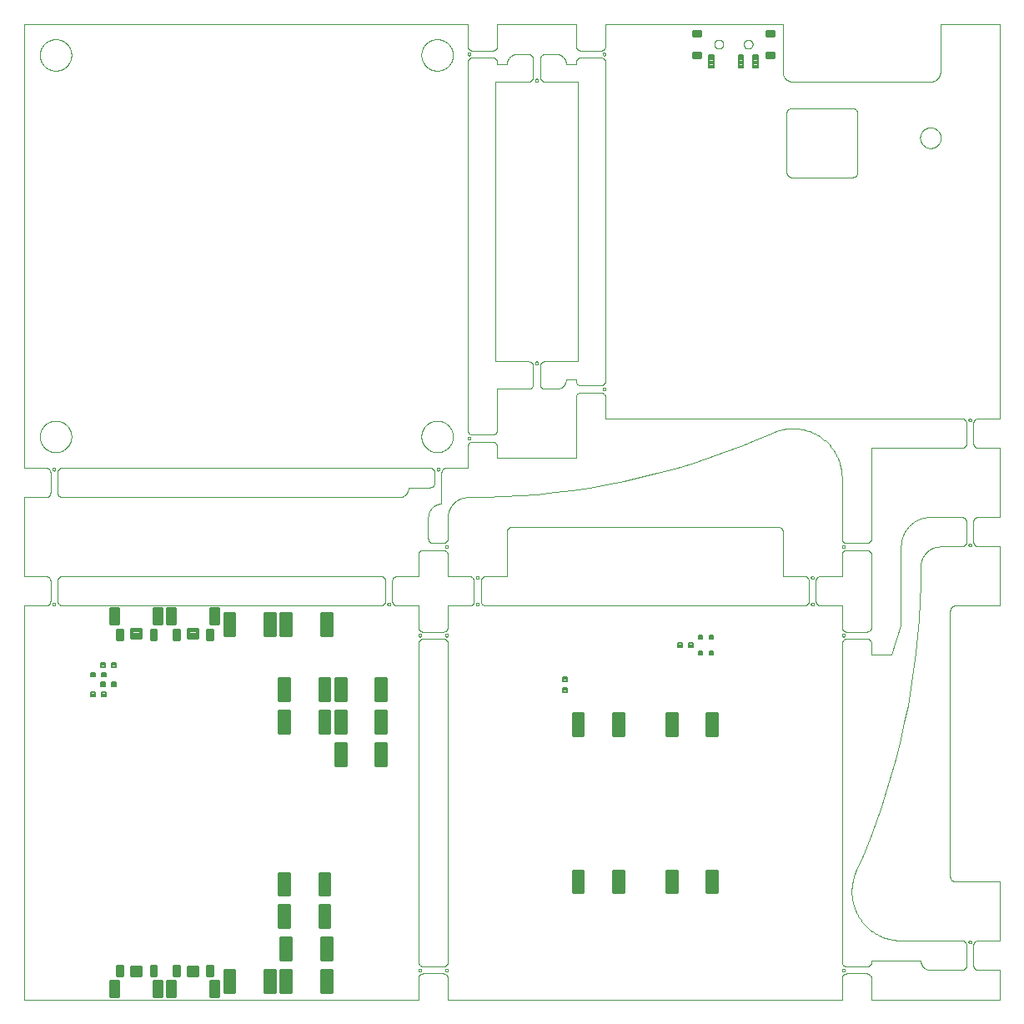
<source format=gbp>
G04 EAGLE Gerber X2 export*
G75*
%MOMM*%
%FSLAX34Y34*%
%LPD*%
%AMOC8*
5,1,8,0,0,1.08239X$1,22.5*%
G01*
%ADD10C,0.000000*%
%ADD11C,0.198000*%
%ADD12C,0.390000*%
%ADD13C,0.225000*%
%ADD14C,0.360000*%
%ADD15C,0.300000*%
%ADD16C,0.210000*%
%ADD17C,0.240000*%


D10*
X478000Y648000D02*
X511500Y648000D01*
X528500Y648000D02*
X562000Y648000D01*
X562000Y932000D01*
X528500Y932000D01*
X511500Y932000D02*
X478000Y932000D01*
X478000Y648000D01*
X590000Y590000D02*
X951500Y590000D01*
X968500Y590000D02*
X990000Y590000D01*
X990000Y990000D01*
X930000Y990000D01*
X590000Y951500D02*
X590000Y628500D01*
X590000Y611500D02*
X590000Y590000D01*
X590000Y968500D02*
X590000Y990000D01*
X990000Y120000D02*
X990000Y60000D01*
X990000Y120000D02*
X945000Y120000D01*
X944860Y120002D01*
X944720Y120008D01*
X944580Y120018D01*
X944440Y120031D01*
X944301Y120049D01*
X944162Y120071D01*
X944025Y120096D01*
X943887Y120125D01*
X943751Y120158D01*
X943616Y120195D01*
X943482Y120236D01*
X943349Y120281D01*
X943217Y120329D01*
X943087Y120381D01*
X942958Y120436D01*
X942831Y120495D01*
X942705Y120558D01*
X942581Y120624D01*
X942460Y120693D01*
X942340Y120766D01*
X942222Y120843D01*
X942107Y120922D01*
X941993Y121005D01*
X941883Y121091D01*
X941774Y121180D01*
X941668Y121272D01*
X941565Y121367D01*
X941464Y121464D01*
X941367Y121565D01*
X941272Y121668D01*
X941180Y121774D01*
X941091Y121883D01*
X941005Y121993D01*
X940922Y122107D01*
X940843Y122222D01*
X940766Y122340D01*
X940693Y122460D01*
X940624Y122581D01*
X940558Y122705D01*
X940495Y122831D01*
X940436Y122958D01*
X940381Y123087D01*
X940329Y123217D01*
X940281Y123349D01*
X940236Y123482D01*
X940195Y123616D01*
X940158Y123751D01*
X940125Y123887D01*
X940096Y124025D01*
X940071Y124162D01*
X940049Y124301D01*
X940031Y124440D01*
X940018Y124580D01*
X940008Y124720D01*
X940002Y124860D01*
X940000Y125000D01*
X940000Y395000D01*
X940002Y395140D01*
X940008Y395280D01*
X940018Y395420D01*
X940031Y395560D01*
X940049Y395699D01*
X940071Y395838D01*
X940096Y395975D01*
X940125Y396113D01*
X940158Y396249D01*
X940195Y396384D01*
X940236Y396518D01*
X940281Y396651D01*
X940329Y396783D01*
X940381Y396913D01*
X940436Y397042D01*
X940495Y397169D01*
X940558Y397295D01*
X940624Y397419D01*
X940693Y397540D01*
X940766Y397660D01*
X940843Y397778D01*
X940922Y397893D01*
X941005Y398007D01*
X941091Y398117D01*
X941180Y398226D01*
X941272Y398332D01*
X941367Y398435D01*
X941464Y398536D01*
X941565Y398633D01*
X941668Y398728D01*
X941774Y398820D01*
X941883Y398909D01*
X941993Y398995D01*
X942107Y399078D01*
X942222Y399157D01*
X942340Y399234D01*
X942460Y399307D01*
X942581Y399376D01*
X942705Y399442D01*
X942831Y399505D01*
X942958Y399564D01*
X943087Y399619D01*
X943217Y399671D01*
X943349Y399719D01*
X943482Y399764D01*
X943616Y399805D01*
X943751Y399842D01*
X943887Y399875D01*
X944025Y399904D01*
X944162Y399929D01*
X944301Y399951D01*
X944440Y399969D01*
X944580Y399982D01*
X944720Y399992D01*
X944860Y399998D01*
X945000Y400000D01*
X990000Y400000D01*
X990000Y460000D01*
X830000Y0D02*
X430000Y0D01*
X830000Y0D02*
X830000Y21500D01*
X830000Y38500D02*
X830000Y361500D01*
X830000Y378500D02*
X830000Y400000D01*
X808500Y400000D01*
X791500Y400000D02*
X468500Y400000D01*
X451500Y400000D02*
X430000Y400000D01*
X430000Y378500D01*
X430000Y361500D02*
X430000Y38500D01*
X430000Y21500D02*
X430000Y0D01*
X400000Y0D02*
X0Y0D01*
X400000Y0D02*
X400000Y21500D01*
X400000Y38500D02*
X400000Y361500D01*
X400000Y378500D02*
X400000Y400000D01*
X378500Y400000D01*
X361500Y400000D02*
X38500Y400000D01*
X21500Y400000D02*
X0Y400000D01*
X0Y0D01*
X0Y540000D02*
X21500Y540000D01*
X38500Y540000D02*
X411500Y540000D01*
X428500Y540000D02*
X450000Y540000D01*
X450000Y561500D01*
X450000Y578500D02*
X450000Y951500D01*
X450000Y968500D02*
X450000Y990000D01*
X0Y990000D01*
X0Y540000D01*
X890000Y60000D02*
X951500Y60000D01*
X968500Y60000D02*
X990000Y60000D01*
X990000Y460000D02*
X968500Y460000D01*
X951500Y460000D02*
X930000Y460000D01*
X910000Y440000D02*
X909794Y422284D01*
X909177Y404578D01*
X908149Y386891D01*
X906711Y369233D01*
X904862Y351613D01*
X902605Y334041D01*
X899941Y316525D01*
X896871Y299077D01*
X893396Y281704D01*
X889518Y264417D01*
X885241Y247224D01*
X880565Y230135D01*
X875493Y213160D01*
X870029Y196307D01*
X864175Y179585D01*
X857934Y163004D01*
X851310Y146572D01*
X844306Y130299D01*
X843827Y129185D01*
X843375Y128059D01*
X842951Y126923D01*
X842554Y125777D01*
X842186Y124622D01*
X841845Y123458D01*
X841533Y122286D01*
X841249Y121107D01*
X840994Y119922D01*
X840768Y118730D01*
X840571Y117534D01*
X840403Y116333D01*
X840264Y115128D01*
X840154Y113920D01*
X840074Y112710D01*
X840022Y111499D01*
X840001Y110286D01*
X840009Y109074D01*
X840046Y107862D01*
X840112Y106651D01*
X840208Y105442D01*
X840333Y104236D01*
X840488Y103033D01*
X840671Y101834D01*
X840884Y100640D01*
X841125Y99452D01*
X841396Y98270D01*
X841694Y97094D01*
X842021Y95927D01*
X842377Y94767D01*
X842760Y93617D01*
X843172Y92476D01*
X843610Y91345D01*
X844076Y90226D01*
X844569Y89118D01*
X845089Y88022D01*
X845635Y86940D01*
X846208Y85870D01*
X846806Y84815D01*
X847429Y83775D01*
X848078Y82751D01*
X848751Y81742D01*
X849448Y80750D01*
X850170Y79775D01*
X850914Y78818D01*
X851682Y77879D01*
X852472Y76959D01*
X853285Y76059D01*
X854119Y75179D01*
X854974Y74319D01*
X855849Y73480D01*
X856745Y72662D01*
X857660Y71867D01*
X858595Y71094D01*
X859547Y70343D01*
X860518Y69617D01*
X861506Y68913D01*
X862511Y68235D01*
X863532Y67580D01*
X864569Y66951D01*
X865620Y66347D01*
X866686Y65768D01*
X867765Y65216D01*
X868858Y64690D01*
X869963Y64190D01*
X871080Y63718D01*
X872208Y63273D01*
X873346Y62855D01*
X874495Y62465D01*
X875652Y62103D01*
X876818Y61769D01*
X877991Y61463D01*
X879172Y61187D01*
X880359Y60938D01*
X881552Y60719D01*
X882749Y60529D01*
X883951Y60367D01*
X885157Y60235D01*
X886365Y60132D01*
X887576Y60059D01*
X888787Y60015D01*
X890000Y60000D01*
X910000Y440000D02*
X910006Y440483D01*
X910023Y440966D01*
X910053Y441449D01*
X910093Y441930D01*
X910146Y442411D01*
X910210Y442890D01*
X910285Y443367D01*
X910373Y443843D01*
X910471Y444316D01*
X910581Y444786D01*
X910702Y445254D01*
X910835Y445719D01*
X910979Y446180D01*
X911134Y446638D01*
X911300Y447092D01*
X911477Y447542D01*
X911664Y447987D01*
X911863Y448428D01*
X912071Y448864D01*
X912291Y449294D01*
X912521Y449720D01*
X912761Y450139D01*
X913011Y450553D01*
X913271Y450960D01*
X913540Y451361D01*
X913820Y451756D01*
X914108Y452143D01*
X914407Y452524D01*
X914714Y452897D01*
X915030Y453262D01*
X915355Y453620D01*
X915688Y453970D01*
X916030Y454312D01*
X916380Y454645D01*
X916738Y454970D01*
X917103Y455286D01*
X917476Y455593D01*
X917857Y455892D01*
X918244Y456180D01*
X918639Y456460D01*
X919040Y456729D01*
X919447Y456989D01*
X919861Y457239D01*
X920280Y457479D01*
X920706Y457709D01*
X921136Y457929D01*
X921572Y458137D01*
X922013Y458336D01*
X922458Y458523D01*
X922908Y458700D01*
X923362Y458866D01*
X923820Y459021D01*
X924281Y459165D01*
X924746Y459298D01*
X925214Y459419D01*
X925684Y459529D01*
X926157Y459627D01*
X926633Y459715D01*
X927110Y459790D01*
X927589Y459854D01*
X928070Y459907D01*
X928551Y459947D01*
X929034Y459977D01*
X929517Y459994D01*
X930000Y460000D01*
X830000Y430000D02*
X808500Y430000D01*
X791500Y430000D02*
X770000Y430000D01*
X770000Y475000D01*
X769998Y475140D01*
X769992Y475280D01*
X769982Y475420D01*
X769969Y475560D01*
X769951Y475699D01*
X769929Y475838D01*
X769904Y475975D01*
X769875Y476113D01*
X769842Y476249D01*
X769805Y476384D01*
X769764Y476518D01*
X769719Y476651D01*
X769671Y476783D01*
X769619Y476913D01*
X769564Y477042D01*
X769505Y477169D01*
X769442Y477295D01*
X769376Y477419D01*
X769307Y477540D01*
X769234Y477660D01*
X769157Y477778D01*
X769078Y477893D01*
X768995Y478007D01*
X768909Y478117D01*
X768820Y478226D01*
X768728Y478332D01*
X768633Y478435D01*
X768536Y478536D01*
X768435Y478633D01*
X768332Y478728D01*
X768226Y478820D01*
X768117Y478909D01*
X768007Y478995D01*
X767893Y479078D01*
X767778Y479157D01*
X767660Y479234D01*
X767540Y479307D01*
X767419Y479376D01*
X767295Y479442D01*
X767169Y479505D01*
X767042Y479564D01*
X766913Y479619D01*
X766783Y479671D01*
X766651Y479719D01*
X766518Y479764D01*
X766384Y479805D01*
X766249Y479842D01*
X766113Y479875D01*
X765975Y479904D01*
X765838Y479929D01*
X765699Y479951D01*
X765560Y479969D01*
X765420Y479982D01*
X765280Y479992D01*
X765140Y479998D01*
X765000Y480000D01*
X495000Y480000D01*
X494860Y479998D01*
X494720Y479992D01*
X494580Y479982D01*
X494440Y479969D01*
X494301Y479951D01*
X494162Y479929D01*
X494025Y479904D01*
X493887Y479875D01*
X493751Y479842D01*
X493616Y479805D01*
X493482Y479764D01*
X493349Y479719D01*
X493217Y479671D01*
X493087Y479619D01*
X492958Y479564D01*
X492831Y479505D01*
X492705Y479442D01*
X492581Y479376D01*
X492460Y479307D01*
X492340Y479234D01*
X492222Y479157D01*
X492107Y479078D01*
X491993Y478995D01*
X491883Y478909D01*
X491774Y478820D01*
X491668Y478728D01*
X491565Y478633D01*
X491464Y478536D01*
X491367Y478435D01*
X491272Y478332D01*
X491180Y478226D01*
X491091Y478117D01*
X491005Y478007D01*
X490922Y477893D01*
X490843Y477778D01*
X490766Y477660D01*
X490693Y477540D01*
X490624Y477419D01*
X490558Y477295D01*
X490495Y477169D01*
X490436Y477042D01*
X490381Y476913D01*
X490329Y476783D01*
X490281Y476651D01*
X490236Y476518D01*
X490195Y476384D01*
X490158Y476249D01*
X490125Y476113D01*
X490096Y475975D01*
X490071Y475838D01*
X490049Y475699D01*
X490031Y475560D01*
X490018Y475420D01*
X490008Y475280D01*
X490002Y475140D01*
X490000Y475000D01*
X490000Y430000D01*
X468500Y430000D01*
X451500Y430000D02*
X430000Y430000D01*
X830000Y468500D02*
X830000Y530000D01*
X830000Y451500D02*
X830000Y430000D01*
X430000Y430000D02*
X430000Y451500D01*
X430000Y468500D02*
X430000Y490000D01*
X430006Y490483D01*
X430023Y490966D01*
X430053Y491449D01*
X430093Y491930D01*
X430146Y492411D01*
X430210Y492890D01*
X430285Y493367D01*
X430373Y493843D01*
X430471Y494316D01*
X430581Y494786D01*
X430702Y495254D01*
X430835Y495719D01*
X430979Y496180D01*
X431134Y496638D01*
X431300Y497092D01*
X431477Y497542D01*
X431664Y497987D01*
X431863Y498428D01*
X432071Y498864D01*
X432291Y499294D01*
X432521Y499720D01*
X432761Y500139D01*
X433011Y500553D01*
X433271Y500960D01*
X433540Y501361D01*
X433820Y501756D01*
X434108Y502143D01*
X434407Y502524D01*
X434714Y502897D01*
X435030Y503262D01*
X435355Y503620D01*
X435688Y503970D01*
X436030Y504312D01*
X436380Y504645D01*
X436738Y504970D01*
X437103Y505286D01*
X437476Y505593D01*
X437857Y505892D01*
X438244Y506180D01*
X438639Y506460D01*
X439040Y506729D01*
X439447Y506989D01*
X439861Y507239D01*
X440280Y507479D01*
X440706Y507709D01*
X441136Y507929D01*
X441572Y508137D01*
X442013Y508336D01*
X442458Y508523D01*
X442908Y508700D01*
X443362Y508866D01*
X443820Y509021D01*
X444281Y509165D01*
X444746Y509298D01*
X445214Y509419D01*
X445684Y509529D01*
X446157Y509627D01*
X446633Y509715D01*
X447110Y509790D01*
X447589Y509854D01*
X448070Y509907D01*
X448551Y509947D01*
X449034Y509977D01*
X449517Y509994D01*
X450000Y510000D01*
X425000Y456500D02*
X425140Y456498D01*
X425280Y456492D01*
X425420Y456482D01*
X425560Y456469D01*
X425699Y456451D01*
X425838Y456429D01*
X425975Y456404D01*
X426113Y456375D01*
X426249Y456342D01*
X426384Y456305D01*
X426518Y456264D01*
X426651Y456219D01*
X426783Y456171D01*
X426913Y456119D01*
X427042Y456064D01*
X427169Y456005D01*
X427295Y455942D01*
X427419Y455876D01*
X427540Y455807D01*
X427660Y455734D01*
X427778Y455657D01*
X427893Y455578D01*
X428007Y455495D01*
X428117Y455409D01*
X428226Y455320D01*
X428332Y455228D01*
X428435Y455133D01*
X428536Y455036D01*
X428633Y454935D01*
X428728Y454832D01*
X428820Y454726D01*
X428909Y454617D01*
X428995Y454507D01*
X429078Y454393D01*
X429157Y454278D01*
X429234Y454160D01*
X429307Y454040D01*
X429376Y453919D01*
X429442Y453795D01*
X429505Y453669D01*
X429564Y453542D01*
X429619Y453413D01*
X429671Y453283D01*
X429719Y453151D01*
X429764Y453018D01*
X429805Y452884D01*
X429842Y452749D01*
X429875Y452613D01*
X429904Y452475D01*
X429929Y452338D01*
X429951Y452199D01*
X429969Y452060D01*
X429982Y451920D01*
X429992Y451780D01*
X429998Y451640D01*
X430000Y451500D01*
X427000Y460000D02*
X427002Y460077D01*
X427008Y460154D01*
X427018Y460231D01*
X427032Y460307D01*
X427049Y460382D01*
X427071Y460456D01*
X427096Y460529D01*
X427126Y460601D01*
X427158Y460671D01*
X427195Y460739D01*
X427234Y460805D01*
X427277Y460869D01*
X427324Y460931D01*
X427373Y460990D01*
X427426Y461047D01*
X427481Y461101D01*
X427539Y461152D01*
X427600Y461200D01*
X427663Y461245D01*
X427728Y461286D01*
X427795Y461324D01*
X427864Y461359D01*
X427935Y461389D01*
X428007Y461417D01*
X428081Y461440D01*
X428155Y461460D01*
X428231Y461476D01*
X428307Y461488D01*
X428384Y461496D01*
X428461Y461500D01*
X428539Y461500D01*
X428616Y461496D01*
X428693Y461488D01*
X428769Y461476D01*
X428845Y461460D01*
X428919Y461440D01*
X428993Y461417D01*
X429065Y461389D01*
X429136Y461359D01*
X429205Y461324D01*
X429272Y461286D01*
X429337Y461245D01*
X429400Y461200D01*
X429461Y461152D01*
X429519Y461101D01*
X429574Y461047D01*
X429627Y460990D01*
X429676Y460931D01*
X429723Y460869D01*
X429766Y460805D01*
X429805Y460739D01*
X429842Y460671D01*
X429874Y460601D01*
X429904Y460529D01*
X429929Y460456D01*
X429951Y460382D01*
X429968Y460307D01*
X429982Y460231D01*
X429992Y460154D01*
X429998Y460077D01*
X430000Y460000D01*
X429998Y459923D01*
X429992Y459846D01*
X429982Y459769D01*
X429968Y459693D01*
X429951Y459618D01*
X429929Y459544D01*
X429904Y459471D01*
X429874Y459399D01*
X429842Y459329D01*
X429805Y459261D01*
X429766Y459195D01*
X429723Y459131D01*
X429676Y459069D01*
X429627Y459010D01*
X429574Y458953D01*
X429519Y458899D01*
X429461Y458848D01*
X429400Y458800D01*
X429337Y458755D01*
X429272Y458714D01*
X429205Y458676D01*
X429136Y458641D01*
X429065Y458611D01*
X428993Y458583D01*
X428919Y458560D01*
X428845Y458540D01*
X428769Y458524D01*
X428693Y458512D01*
X428616Y458504D01*
X428539Y458500D01*
X428461Y458500D01*
X428384Y458504D01*
X428307Y458512D01*
X428231Y458524D01*
X428155Y458540D01*
X428081Y458560D01*
X428007Y458583D01*
X427935Y458611D01*
X427864Y458641D01*
X427795Y458676D01*
X427728Y458714D01*
X427663Y458755D01*
X427600Y458800D01*
X427539Y458848D01*
X427481Y458899D01*
X427426Y458953D01*
X427373Y459010D01*
X427324Y459069D01*
X427277Y459131D01*
X427234Y459195D01*
X427195Y459261D01*
X427158Y459329D01*
X427126Y459399D01*
X427096Y459471D01*
X427071Y459544D01*
X427049Y459618D01*
X427032Y459693D01*
X427018Y459769D01*
X427008Y459846D01*
X427002Y459923D01*
X427000Y460000D01*
X425000Y463500D02*
X425140Y463502D01*
X425280Y463508D01*
X425420Y463518D01*
X425560Y463531D01*
X425699Y463549D01*
X425838Y463571D01*
X425975Y463596D01*
X426113Y463625D01*
X426249Y463658D01*
X426384Y463695D01*
X426518Y463736D01*
X426651Y463781D01*
X426783Y463829D01*
X426913Y463881D01*
X427042Y463936D01*
X427169Y463995D01*
X427295Y464058D01*
X427419Y464124D01*
X427540Y464193D01*
X427660Y464266D01*
X427778Y464343D01*
X427893Y464422D01*
X428007Y464505D01*
X428117Y464591D01*
X428226Y464680D01*
X428332Y464772D01*
X428435Y464867D01*
X428536Y464964D01*
X428633Y465065D01*
X428728Y465168D01*
X428820Y465274D01*
X428909Y465383D01*
X428995Y465493D01*
X429078Y465607D01*
X429157Y465722D01*
X429234Y465840D01*
X429307Y465960D01*
X429376Y466081D01*
X429442Y466205D01*
X429505Y466331D01*
X429564Y466458D01*
X429619Y466587D01*
X429671Y466717D01*
X429719Y466849D01*
X429764Y466982D01*
X429805Y467116D01*
X429842Y467251D01*
X429875Y467387D01*
X429904Y467525D01*
X429929Y467662D01*
X429951Y467801D01*
X429969Y467940D01*
X429982Y468080D01*
X429992Y468220D01*
X429998Y468360D01*
X430000Y468500D01*
X590000Y951500D02*
X589998Y951640D01*
X589992Y951780D01*
X589982Y951920D01*
X589969Y952060D01*
X589951Y952199D01*
X589929Y952338D01*
X589904Y952475D01*
X589875Y952613D01*
X589842Y952749D01*
X589805Y952884D01*
X589764Y953018D01*
X589719Y953151D01*
X589671Y953283D01*
X589619Y953413D01*
X589564Y953542D01*
X589505Y953669D01*
X589442Y953795D01*
X589376Y953919D01*
X589307Y954040D01*
X589234Y954160D01*
X589157Y954278D01*
X589078Y954393D01*
X588995Y954507D01*
X588909Y954617D01*
X588820Y954726D01*
X588728Y954832D01*
X588633Y954935D01*
X588536Y955036D01*
X588435Y955133D01*
X588332Y955228D01*
X588226Y955320D01*
X588117Y955409D01*
X588007Y955495D01*
X587893Y955578D01*
X587778Y955657D01*
X587660Y955734D01*
X587540Y955807D01*
X587419Y955876D01*
X587295Y955942D01*
X587169Y956005D01*
X587042Y956064D01*
X586913Y956119D01*
X586783Y956171D01*
X586651Y956219D01*
X586518Y956264D01*
X586384Y956305D01*
X586249Y956342D01*
X586113Y956375D01*
X585975Y956404D01*
X585838Y956429D01*
X585699Y956451D01*
X585560Y956469D01*
X585420Y956482D01*
X585280Y956492D01*
X585140Y956498D01*
X585000Y956500D01*
X587000Y960000D02*
X587002Y960077D01*
X587008Y960154D01*
X587018Y960231D01*
X587032Y960307D01*
X587049Y960382D01*
X587071Y960456D01*
X587096Y960529D01*
X587126Y960601D01*
X587158Y960671D01*
X587195Y960739D01*
X587234Y960805D01*
X587277Y960869D01*
X587324Y960931D01*
X587373Y960990D01*
X587426Y961047D01*
X587481Y961101D01*
X587539Y961152D01*
X587600Y961200D01*
X587663Y961245D01*
X587728Y961286D01*
X587795Y961324D01*
X587864Y961359D01*
X587935Y961389D01*
X588007Y961417D01*
X588081Y961440D01*
X588155Y961460D01*
X588231Y961476D01*
X588307Y961488D01*
X588384Y961496D01*
X588461Y961500D01*
X588539Y961500D01*
X588616Y961496D01*
X588693Y961488D01*
X588769Y961476D01*
X588845Y961460D01*
X588919Y961440D01*
X588993Y961417D01*
X589065Y961389D01*
X589136Y961359D01*
X589205Y961324D01*
X589272Y961286D01*
X589337Y961245D01*
X589400Y961200D01*
X589461Y961152D01*
X589519Y961101D01*
X589574Y961047D01*
X589627Y960990D01*
X589676Y960931D01*
X589723Y960869D01*
X589766Y960805D01*
X589805Y960739D01*
X589842Y960671D01*
X589874Y960601D01*
X589904Y960529D01*
X589929Y960456D01*
X589951Y960382D01*
X589968Y960307D01*
X589982Y960231D01*
X589992Y960154D01*
X589998Y960077D01*
X590000Y960000D01*
X589998Y959923D01*
X589992Y959846D01*
X589982Y959769D01*
X589968Y959693D01*
X589951Y959618D01*
X589929Y959544D01*
X589904Y959471D01*
X589874Y959399D01*
X589842Y959329D01*
X589805Y959261D01*
X589766Y959195D01*
X589723Y959131D01*
X589676Y959069D01*
X589627Y959010D01*
X589574Y958953D01*
X589519Y958899D01*
X589461Y958848D01*
X589400Y958800D01*
X589337Y958755D01*
X589272Y958714D01*
X589205Y958676D01*
X589136Y958641D01*
X589065Y958611D01*
X588993Y958583D01*
X588919Y958560D01*
X588845Y958540D01*
X588769Y958524D01*
X588693Y958512D01*
X588616Y958504D01*
X588539Y958500D01*
X588461Y958500D01*
X588384Y958504D01*
X588307Y958512D01*
X588231Y958524D01*
X588155Y958540D01*
X588081Y958560D01*
X588007Y958583D01*
X587935Y958611D01*
X587864Y958641D01*
X587795Y958676D01*
X587728Y958714D01*
X587663Y958755D01*
X587600Y958800D01*
X587539Y958848D01*
X587481Y958899D01*
X587426Y958953D01*
X587373Y959010D01*
X587324Y959069D01*
X587277Y959131D01*
X587234Y959195D01*
X587195Y959261D01*
X587158Y959329D01*
X587126Y959399D01*
X587096Y959471D01*
X587071Y959544D01*
X587049Y959618D01*
X587032Y959693D01*
X587018Y959769D01*
X587008Y959846D01*
X587002Y959923D01*
X587000Y960000D01*
X585000Y963500D02*
X585140Y963502D01*
X585280Y963508D01*
X585420Y963518D01*
X585560Y963531D01*
X585699Y963549D01*
X585838Y963571D01*
X585975Y963596D01*
X586113Y963625D01*
X586249Y963658D01*
X586384Y963695D01*
X586518Y963736D01*
X586651Y963781D01*
X586783Y963829D01*
X586913Y963881D01*
X587042Y963936D01*
X587169Y963995D01*
X587295Y964058D01*
X587419Y964124D01*
X587540Y964193D01*
X587660Y964266D01*
X587778Y964343D01*
X587893Y964422D01*
X588007Y964505D01*
X588117Y964591D01*
X588226Y964680D01*
X588332Y964772D01*
X588435Y964867D01*
X588536Y964964D01*
X588633Y965065D01*
X588728Y965168D01*
X588820Y965274D01*
X588909Y965383D01*
X588995Y965493D01*
X589078Y965607D01*
X589157Y965722D01*
X589234Y965840D01*
X589307Y965960D01*
X589376Y966081D01*
X589442Y966205D01*
X589505Y966331D01*
X589564Y966458D01*
X589619Y966587D01*
X589671Y966717D01*
X589719Y966849D01*
X589764Y966982D01*
X589805Y967116D01*
X589842Y967251D01*
X589875Y967387D01*
X589904Y967525D01*
X589929Y967662D01*
X589951Y967801D01*
X589969Y967940D01*
X589982Y968080D01*
X589992Y968220D01*
X589998Y968360D01*
X590000Y968500D01*
X585000Y616500D02*
X585140Y616498D01*
X585280Y616492D01*
X585420Y616482D01*
X585560Y616469D01*
X585699Y616451D01*
X585838Y616429D01*
X585975Y616404D01*
X586113Y616375D01*
X586249Y616342D01*
X586384Y616305D01*
X586518Y616264D01*
X586651Y616219D01*
X586783Y616171D01*
X586913Y616119D01*
X587042Y616064D01*
X587169Y616005D01*
X587295Y615942D01*
X587419Y615876D01*
X587540Y615807D01*
X587660Y615734D01*
X587778Y615657D01*
X587893Y615578D01*
X588007Y615495D01*
X588117Y615409D01*
X588226Y615320D01*
X588332Y615228D01*
X588435Y615133D01*
X588536Y615036D01*
X588633Y614935D01*
X588728Y614832D01*
X588820Y614726D01*
X588909Y614617D01*
X588995Y614507D01*
X589078Y614393D01*
X589157Y614278D01*
X589234Y614160D01*
X589307Y614040D01*
X589376Y613919D01*
X589442Y613795D01*
X589505Y613669D01*
X589564Y613542D01*
X589619Y613413D01*
X589671Y613283D01*
X589719Y613151D01*
X589764Y613018D01*
X589805Y612884D01*
X589842Y612749D01*
X589875Y612613D01*
X589904Y612475D01*
X589929Y612338D01*
X589951Y612199D01*
X589969Y612060D01*
X589982Y611920D01*
X589992Y611780D01*
X589998Y611640D01*
X590000Y611500D01*
X587000Y620000D02*
X587002Y620077D01*
X587008Y620154D01*
X587018Y620231D01*
X587032Y620307D01*
X587049Y620382D01*
X587071Y620456D01*
X587096Y620529D01*
X587126Y620601D01*
X587158Y620671D01*
X587195Y620739D01*
X587234Y620805D01*
X587277Y620869D01*
X587324Y620931D01*
X587373Y620990D01*
X587426Y621047D01*
X587481Y621101D01*
X587539Y621152D01*
X587600Y621200D01*
X587663Y621245D01*
X587728Y621286D01*
X587795Y621324D01*
X587864Y621359D01*
X587935Y621389D01*
X588007Y621417D01*
X588081Y621440D01*
X588155Y621460D01*
X588231Y621476D01*
X588307Y621488D01*
X588384Y621496D01*
X588461Y621500D01*
X588539Y621500D01*
X588616Y621496D01*
X588693Y621488D01*
X588769Y621476D01*
X588845Y621460D01*
X588919Y621440D01*
X588993Y621417D01*
X589065Y621389D01*
X589136Y621359D01*
X589205Y621324D01*
X589272Y621286D01*
X589337Y621245D01*
X589400Y621200D01*
X589461Y621152D01*
X589519Y621101D01*
X589574Y621047D01*
X589627Y620990D01*
X589676Y620931D01*
X589723Y620869D01*
X589766Y620805D01*
X589805Y620739D01*
X589842Y620671D01*
X589874Y620601D01*
X589904Y620529D01*
X589929Y620456D01*
X589951Y620382D01*
X589968Y620307D01*
X589982Y620231D01*
X589992Y620154D01*
X589998Y620077D01*
X590000Y620000D01*
X589998Y619923D01*
X589992Y619846D01*
X589982Y619769D01*
X589968Y619693D01*
X589951Y619618D01*
X589929Y619544D01*
X589904Y619471D01*
X589874Y619399D01*
X589842Y619329D01*
X589805Y619261D01*
X589766Y619195D01*
X589723Y619131D01*
X589676Y619069D01*
X589627Y619010D01*
X589574Y618953D01*
X589519Y618899D01*
X589461Y618848D01*
X589400Y618800D01*
X589337Y618755D01*
X589272Y618714D01*
X589205Y618676D01*
X589136Y618641D01*
X589065Y618611D01*
X588993Y618583D01*
X588919Y618560D01*
X588845Y618540D01*
X588769Y618524D01*
X588693Y618512D01*
X588616Y618504D01*
X588539Y618500D01*
X588461Y618500D01*
X588384Y618504D01*
X588307Y618512D01*
X588231Y618524D01*
X588155Y618540D01*
X588081Y618560D01*
X588007Y618583D01*
X587935Y618611D01*
X587864Y618641D01*
X587795Y618676D01*
X587728Y618714D01*
X587663Y618755D01*
X587600Y618800D01*
X587539Y618848D01*
X587481Y618899D01*
X587426Y618953D01*
X587373Y619010D01*
X587324Y619069D01*
X587277Y619131D01*
X587234Y619195D01*
X587195Y619261D01*
X587158Y619329D01*
X587126Y619399D01*
X587096Y619471D01*
X587071Y619544D01*
X587049Y619618D01*
X587032Y619693D01*
X587018Y619769D01*
X587008Y619846D01*
X587002Y619923D01*
X587000Y620000D01*
X585000Y623500D02*
X585140Y623502D01*
X585280Y623508D01*
X585420Y623518D01*
X585560Y623531D01*
X585699Y623549D01*
X585838Y623571D01*
X585975Y623596D01*
X586113Y623625D01*
X586249Y623658D01*
X586384Y623695D01*
X586518Y623736D01*
X586651Y623781D01*
X586783Y623829D01*
X586913Y623881D01*
X587042Y623936D01*
X587169Y623995D01*
X587295Y624058D01*
X587419Y624124D01*
X587540Y624193D01*
X587660Y624266D01*
X587778Y624343D01*
X587893Y624422D01*
X588007Y624505D01*
X588117Y624591D01*
X588226Y624680D01*
X588332Y624772D01*
X588435Y624867D01*
X588536Y624964D01*
X588633Y625065D01*
X588728Y625168D01*
X588820Y625274D01*
X588909Y625383D01*
X588995Y625493D01*
X589078Y625607D01*
X589157Y625722D01*
X589234Y625840D01*
X589307Y625960D01*
X589376Y626081D01*
X589442Y626205D01*
X589505Y626331D01*
X589564Y626458D01*
X589619Y626587D01*
X589671Y626717D01*
X589719Y626849D01*
X589764Y626982D01*
X589805Y627116D01*
X589842Y627251D01*
X589875Y627387D01*
X589904Y627525D01*
X589929Y627662D01*
X589951Y627801D01*
X589969Y627940D01*
X589982Y628080D01*
X589992Y628220D01*
X589998Y628360D01*
X590000Y628500D01*
X963500Y585000D02*
X963502Y585140D01*
X963508Y585280D01*
X963518Y585420D01*
X963531Y585560D01*
X963549Y585699D01*
X963571Y585838D01*
X963596Y585975D01*
X963625Y586113D01*
X963658Y586249D01*
X963695Y586384D01*
X963736Y586518D01*
X963781Y586651D01*
X963829Y586783D01*
X963881Y586913D01*
X963936Y587042D01*
X963995Y587169D01*
X964058Y587295D01*
X964124Y587419D01*
X964193Y587540D01*
X964266Y587660D01*
X964343Y587778D01*
X964422Y587893D01*
X964505Y588007D01*
X964591Y588117D01*
X964680Y588226D01*
X964772Y588332D01*
X964867Y588435D01*
X964964Y588536D01*
X965065Y588633D01*
X965168Y588728D01*
X965274Y588820D01*
X965383Y588909D01*
X965493Y588995D01*
X965607Y589078D01*
X965722Y589157D01*
X965840Y589234D01*
X965960Y589307D01*
X966081Y589376D01*
X966205Y589442D01*
X966331Y589505D01*
X966458Y589564D01*
X966587Y589619D01*
X966717Y589671D01*
X966849Y589719D01*
X966982Y589764D01*
X967116Y589805D01*
X967251Y589842D01*
X967387Y589875D01*
X967525Y589904D01*
X967662Y589929D01*
X967801Y589951D01*
X967940Y589969D01*
X968080Y589982D01*
X968220Y589992D01*
X968360Y589998D01*
X968500Y590000D01*
X958500Y588500D02*
X958502Y588577D01*
X958508Y588654D01*
X958518Y588731D01*
X958532Y588807D01*
X958549Y588882D01*
X958571Y588956D01*
X958596Y589029D01*
X958626Y589101D01*
X958658Y589171D01*
X958695Y589239D01*
X958734Y589305D01*
X958777Y589369D01*
X958824Y589431D01*
X958873Y589490D01*
X958926Y589547D01*
X958981Y589601D01*
X959039Y589652D01*
X959100Y589700D01*
X959163Y589745D01*
X959228Y589786D01*
X959295Y589824D01*
X959364Y589859D01*
X959435Y589889D01*
X959507Y589917D01*
X959581Y589940D01*
X959655Y589960D01*
X959731Y589976D01*
X959807Y589988D01*
X959884Y589996D01*
X959961Y590000D01*
X960039Y590000D01*
X960116Y589996D01*
X960193Y589988D01*
X960269Y589976D01*
X960345Y589960D01*
X960419Y589940D01*
X960493Y589917D01*
X960565Y589889D01*
X960636Y589859D01*
X960705Y589824D01*
X960772Y589786D01*
X960837Y589745D01*
X960900Y589700D01*
X960961Y589652D01*
X961019Y589601D01*
X961074Y589547D01*
X961127Y589490D01*
X961176Y589431D01*
X961223Y589369D01*
X961266Y589305D01*
X961305Y589239D01*
X961342Y589171D01*
X961374Y589101D01*
X961404Y589029D01*
X961429Y588956D01*
X961451Y588882D01*
X961468Y588807D01*
X961482Y588731D01*
X961492Y588654D01*
X961498Y588577D01*
X961500Y588500D01*
X961498Y588423D01*
X961492Y588346D01*
X961482Y588269D01*
X961468Y588193D01*
X961451Y588118D01*
X961429Y588044D01*
X961404Y587971D01*
X961374Y587899D01*
X961342Y587829D01*
X961305Y587761D01*
X961266Y587695D01*
X961223Y587631D01*
X961176Y587569D01*
X961127Y587510D01*
X961074Y587453D01*
X961019Y587399D01*
X960961Y587348D01*
X960900Y587300D01*
X960837Y587255D01*
X960772Y587214D01*
X960705Y587176D01*
X960636Y587141D01*
X960565Y587111D01*
X960493Y587083D01*
X960419Y587060D01*
X960345Y587040D01*
X960269Y587024D01*
X960193Y587012D01*
X960116Y587004D01*
X960039Y587000D01*
X959961Y587000D01*
X959884Y587004D01*
X959807Y587012D01*
X959731Y587024D01*
X959655Y587040D01*
X959581Y587060D01*
X959507Y587083D01*
X959435Y587111D01*
X959364Y587141D01*
X959295Y587176D01*
X959228Y587214D01*
X959163Y587255D01*
X959100Y587300D01*
X959039Y587348D01*
X958981Y587399D01*
X958926Y587453D01*
X958873Y587510D01*
X958824Y587569D01*
X958777Y587631D01*
X958734Y587695D01*
X958695Y587761D01*
X958658Y587829D01*
X958626Y587899D01*
X958596Y587971D01*
X958571Y588044D01*
X958549Y588118D01*
X958532Y588193D01*
X958518Y588269D01*
X958508Y588346D01*
X958502Y588423D01*
X958500Y588500D01*
X956500Y585000D02*
X956498Y585140D01*
X956492Y585280D01*
X956482Y585420D01*
X956469Y585560D01*
X956451Y585699D01*
X956429Y585838D01*
X956404Y585975D01*
X956375Y586113D01*
X956342Y586249D01*
X956305Y586384D01*
X956264Y586518D01*
X956219Y586651D01*
X956171Y586783D01*
X956119Y586913D01*
X956064Y587042D01*
X956005Y587169D01*
X955942Y587295D01*
X955876Y587419D01*
X955807Y587540D01*
X955734Y587660D01*
X955657Y587778D01*
X955578Y587893D01*
X955495Y588007D01*
X955409Y588117D01*
X955320Y588226D01*
X955228Y588332D01*
X955133Y588435D01*
X955036Y588536D01*
X954935Y588633D01*
X954832Y588728D01*
X954726Y588820D01*
X954617Y588909D01*
X954507Y588995D01*
X954393Y589078D01*
X954278Y589157D01*
X954160Y589234D01*
X954040Y589307D01*
X953919Y589376D01*
X953795Y589442D01*
X953669Y589505D01*
X953542Y589564D01*
X953413Y589619D01*
X953283Y589671D01*
X953151Y589719D01*
X953018Y589764D01*
X952884Y589805D01*
X952749Y589842D01*
X952613Y589875D01*
X952475Y589904D01*
X952338Y589929D01*
X952199Y589951D01*
X952060Y589969D01*
X951920Y589982D01*
X951780Y589992D01*
X951640Y589998D01*
X951500Y590000D01*
X956500Y585000D02*
X956500Y565000D01*
X963500Y565000D02*
X963500Y585000D01*
X835000Y463500D02*
X834860Y463502D01*
X834720Y463508D01*
X834580Y463518D01*
X834440Y463531D01*
X834301Y463549D01*
X834162Y463571D01*
X834025Y463596D01*
X833887Y463625D01*
X833751Y463658D01*
X833616Y463695D01*
X833482Y463736D01*
X833349Y463781D01*
X833217Y463829D01*
X833087Y463881D01*
X832958Y463936D01*
X832831Y463995D01*
X832705Y464058D01*
X832581Y464124D01*
X832460Y464193D01*
X832340Y464266D01*
X832222Y464343D01*
X832107Y464422D01*
X831993Y464505D01*
X831883Y464591D01*
X831774Y464680D01*
X831668Y464772D01*
X831565Y464867D01*
X831464Y464964D01*
X831367Y465065D01*
X831272Y465168D01*
X831180Y465274D01*
X831091Y465383D01*
X831005Y465493D01*
X830922Y465607D01*
X830843Y465722D01*
X830766Y465840D01*
X830693Y465960D01*
X830624Y466081D01*
X830558Y466205D01*
X830495Y466331D01*
X830436Y466458D01*
X830381Y466587D01*
X830329Y466717D01*
X830281Y466849D01*
X830236Y466982D01*
X830195Y467116D01*
X830158Y467251D01*
X830125Y467387D01*
X830096Y467525D01*
X830071Y467662D01*
X830049Y467801D01*
X830031Y467940D01*
X830018Y468080D01*
X830008Y468220D01*
X830002Y468360D01*
X830000Y468500D01*
X830000Y460000D02*
X830002Y460077D01*
X830008Y460154D01*
X830018Y460231D01*
X830032Y460307D01*
X830049Y460382D01*
X830071Y460456D01*
X830096Y460529D01*
X830126Y460601D01*
X830158Y460671D01*
X830195Y460739D01*
X830234Y460805D01*
X830277Y460869D01*
X830324Y460931D01*
X830373Y460990D01*
X830426Y461047D01*
X830481Y461101D01*
X830539Y461152D01*
X830600Y461200D01*
X830663Y461245D01*
X830728Y461286D01*
X830795Y461324D01*
X830864Y461359D01*
X830935Y461389D01*
X831007Y461417D01*
X831081Y461440D01*
X831155Y461460D01*
X831231Y461476D01*
X831307Y461488D01*
X831384Y461496D01*
X831461Y461500D01*
X831539Y461500D01*
X831616Y461496D01*
X831693Y461488D01*
X831769Y461476D01*
X831845Y461460D01*
X831919Y461440D01*
X831993Y461417D01*
X832065Y461389D01*
X832136Y461359D01*
X832205Y461324D01*
X832272Y461286D01*
X832337Y461245D01*
X832400Y461200D01*
X832461Y461152D01*
X832519Y461101D01*
X832574Y461047D01*
X832627Y460990D01*
X832676Y460931D01*
X832723Y460869D01*
X832766Y460805D01*
X832805Y460739D01*
X832842Y460671D01*
X832874Y460601D01*
X832904Y460529D01*
X832929Y460456D01*
X832951Y460382D01*
X832968Y460307D01*
X832982Y460231D01*
X832992Y460154D01*
X832998Y460077D01*
X833000Y460000D01*
X832998Y459923D01*
X832992Y459846D01*
X832982Y459769D01*
X832968Y459693D01*
X832951Y459618D01*
X832929Y459544D01*
X832904Y459471D01*
X832874Y459399D01*
X832842Y459329D01*
X832805Y459261D01*
X832766Y459195D01*
X832723Y459131D01*
X832676Y459069D01*
X832627Y459010D01*
X832574Y458953D01*
X832519Y458899D01*
X832461Y458848D01*
X832400Y458800D01*
X832337Y458755D01*
X832272Y458714D01*
X832205Y458676D01*
X832136Y458641D01*
X832065Y458611D01*
X831993Y458583D01*
X831919Y458560D01*
X831845Y458540D01*
X831769Y458524D01*
X831693Y458512D01*
X831616Y458504D01*
X831539Y458500D01*
X831461Y458500D01*
X831384Y458504D01*
X831307Y458512D01*
X831231Y458524D01*
X831155Y458540D01*
X831081Y458560D01*
X831007Y458583D01*
X830935Y458611D01*
X830864Y458641D01*
X830795Y458676D01*
X830728Y458714D01*
X830663Y458755D01*
X830600Y458800D01*
X830539Y458848D01*
X830481Y458899D01*
X830426Y458953D01*
X830373Y459010D01*
X830324Y459069D01*
X830277Y459131D01*
X830234Y459195D01*
X830195Y459261D01*
X830158Y459329D01*
X830126Y459399D01*
X830096Y459471D01*
X830071Y459544D01*
X830049Y459618D01*
X830032Y459693D01*
X830018Y459769D01*
X830008Y459846D01*
X830002Y459923D01*
X830000Y460000D01*
X835000Y456500D02*
X834860Y456498D01*
X834720Y456492D01*
X834580Y456482D01*
X834440Y456469D01*
X834301Y456451D01*
X834162Y456429D01*
X834025Y456404D01*
X833887Y456375D01*
X833751Y456342D01*
X833616Y456305D01*
X833482Y456264D01*
X833349Y456219D01*
X833217Y456171D01*
X833087Y456119D01*
X832958Y456064D01*
X832831Y456005D01*
X832705Y455942D01*
X832581Y455876D01*
X832460Y455807D01*
X832340Y455734D01*
X832222Y455657D01*
X832107Y455578D01*
X831993Y455495D01*
X831883Y455409D01*
X831774Y455320D01*
X831668Y455228D01*
X831565Y455133D01*
X831464Y455036D01*
X831367Y454935D01*
X831272Y454832D01*
X831180Y454726D01*
X831091Y454617D01*
X831005Y454507D01*
X830922Y454393D01*
X830843Y454278D01*
X830766Y454160D01*
X830693Y454040D01*
X830624Y453919D01*
X830558Y453795D01*
X830495Y453669D01*
X830436Y453542D01*
X830381Y453413D01*
X830329Y453283D01*
X830281Y453151D01*
X830236Y453018D01*
X830195Y452884D01*
X830158Y452749D01*
X830125Y452613D01*
X830096Y452475D01*
X830071Y452338D01*
X830049Y452199D01*
X830031Y452060D01*
X830018Y451920D01*
X830008Y451780D01*
X830002Y451640D01*
X830000Y451500D01*
X430000Y361500D02*
X429998Y361640D01*
X429992Y361780D01*
X429982Y361920D01*
X429969Y362060D01*
X429951Y362199D01*
X429929Y362338D01*
X429904Y362475D01*
X429875Y362613D01*
X429842Y362749D01*
X429805Y362884D01*
X429764Y363018D01*
X429719Y363151D01*
X429671Y363283D01*
X429619Y363413D01*
X429564Y363542D01*
X429505Y363669D01*
X429442Y363795D01*
X429376Y363919D01*
X429307Y364040D01*
X429234Y364160D01*
X429157Y364278D01*
X429078Y364393D01*
X428995Y364507D01*
X428909Y364617D01*
X428820Y364726D01*
X428728Y364832D01*
X428633Y364935D01*
X428536Y365036D01*
X428435Y365133D01*
X428332Y365228D01*
X428226Y365320D01*
X428117Y365409D01*
X428007Y365495D01*
X427893Y365578D01*
X427778Y365657D01*
X427660Y365734D01*
X427540Y365807D01*
X427419Y365876D01*
X427295Y365942D01*
X427169Y366005D01*
X427042Y366064D01*
X426913Y366119D01*
X426783Y366171D01*
X426651Y366219D01*
X426518Y366264D01*
X426384Y366305D01*
X426249Y366342D01*
X426113Y366375D01*
X425975Y366404D01*
X425838Y366429D01*
X425699Y366451D01*
X425560Y366469D01*
X425420Y366482D01*
X425280Y366492D01*
X425140Y366498D01*
X425000Y366500D01*
X427000Y370000D02*
X427002Y370077D01*
X427008Y370154D01*
X427018Y370231D01*
X427032Y370307D01*
X427049Y370382D01*
X427071Y370456D01*
X427096Y370529D01*
X427126Y370601D01*
X427158Y370671D01*
X427195Y370739D01*
X427234Y370805D01*
X427277Y370869D01*
X427324Y370931D01*
X427373Y370990D01*
X427426Y371047D01*
X427481Y371101D01*
X427539Y371152D01*
X427600Y371200D01*
X427663Y371245D01*
X427728Y371286D01*
X427795Y371324D01*
X427864Y371359D01*
X427935Y371389D01*
X428007Y371417D01*
X428081Y371440D01*
X428155Y371460D01*
X428231Y371476D01*
X428307Y371488D01*
X428384Y371496D01*
X428461Y371500D01*
X428539Y371500D01*
X428616Y371496D01*
X428693Y371488D01*
X428769Y371476D01*
X428845Y371460D01*
X428919Y371440D01*
X428993Y371417D01*
X429065Y371389D01*
X429136Y371359D01*
X429205Y371324D01*
X429272Y371286D01*
X429337Y371245D01*
X429400Y371200D01*
X429461Y371152D01*
X429519Y371101D01*
X429574Y371047D01*
X429627Y370990D01*
X429676Y370931D01*
X429723Y370869D01*
X429766Y370805D01*
X429805Y370739D01*
X429842Y370671D01*
X429874Y370601D01*
X429904Y370529D01*
X429929Y370456D01*
X429951Y370382D01*
X429968Y370307D01*
X429982Y370231D01*
X429992Y370154D01*
X429998Y370077D01*
X430000Y370000D01*
X429998Y369923D01*
X429992Y369846D01*
X429982Y369769D01*
X429968Y369693D01*
X429951Y369618D01*
X429929Y369544D01*
X429904Y369471D01*
X429874Y369399D01*
X429842Y369329D01*
X429805Y369261D01*
X429766Y369195D01*
X429723Y369131D01*
X429676Y369069D01*
X429627Y369010D01*
X429574Y368953D01*
X429519Y368899D01*
X429461Y368848D01*
X429400Y368800D01*
X429337Y368755D01*
X429272Y368714D01*
X429205Y368676D01*
X429136Y368641D01*
X429065Y368611D01*
X428993Y368583D01*
X428919Y368560D01*
X428845Y368540D01*
X428769Y368524D01*
X428693Y368512D01*
X428616Y368504D01*
X428539Y368500D01*
X428461Y368500D01*
X428384Y368504D01*
X428307Y368512D01*
X428231Y368524D01*
X428155Y368540D01*
X428081Y368560D01*
X428007Y368583D01*
X427935Y368611D01*
X427864Y368641D01*
X427795Y368676D01*
X427728Y368714D01*
X427663Y368755D01*
X427600Y368800D01*
X427539Y368848D01*
X427481Y368899D01*
X427426Y368953D01*
X427373Y369010D01*
X427324Y369069D01*
X427277Y369131D01*
X427234Y369195D01*
X427195Y369261D01*
X427158Y369329D01*
X427126Y369399D01*
X427096Y369471D01*
X427071Y369544D01*
X427049Y369618D01*
X427032Y369693D01*
X427018Y369769D01*
X427008Y369846D01*
X427002Y369923D01*
X427000Y370000D01*
X425000Y373500D02*
X425140Y373502D01*
X425280Y373508D01*
X425420Y373518D01*
X425560Y373531D01*
X425699Y373549D01*
X425838Y373571D01*
X425975Y373596D01*
X426113Y373625D01*
X426249Y373658D01*
X426384Y373695D01*
X426518Y373736D01*
X426651Y373781D01*
X426783Y373829D01*
X426913Y373881D01*
X427042Y373936D01*
X427169Y373995D01*
X427295Y374058D01*
X427419Y374124D01*
X427540Y374193D01*
X427660Y374266D01*
X427778Y374343D01*
X427893Y374422D01*
X428007Y374505D01*
X428117Y374591D01*
X428226Y374680D01*
X428332Y374772D01*
X428435Y374867D01*
X428536Y374964D01*
X428633Y375065D01*
X428728Y375168D01*
X428820Y375274D01*
X428909Y375383D01*
X428995Y375493D01*
X429078Y375607D01*
X429157Y375722D01*
X429234Y375840D01*
X429307Y375960D01*
X429376Y376081D01*
X429442Y376205D01*
X429505Y376331D01*
X429564Y376458D01*
X429619Y376587D01*
X429671Y376717D01*
X429719Y376849D01*
X429764Y376982D01*
X429805Y377116D01*
X429842Y377251D01*
X429875Y377387D01*
X429904Y377525D01*
X429929Y377662D01*
X429951Y377801D01*
X429969Y377940D01*
X429982Y378080D01*
X429992Y378220D01*
X429998Y378360D01*
X430000Y378500D01*
X425000Y366500D02*
X405000Y366500D01*
X425000Y26500D02*
X425140Y26498D01*
X425280Y26492D01*
X425420Y26482D01*
X425560Y26469D01*
X425699Y26451D01*
X425838Y26429D01*
X425975Y26404D01*
X426113Y26375D01*
X426249Y26342D01*
X426384Y26305D01*
X426518Y26264D01*
X426651Y26219D01*
X426783Y26171D01*
X426913Y26119D01*
X427042Y26064D01*
X427169Y26005D01*
X427295Y25942D01*
X427419Y25876D01*
X427540Y25807D01*
X427660Y25734D01*
X427778Y25657D01*
X427893Y25578D01*
X428007Y25495D01*
X428117Y25409D01*
X428226Y25320D01*
X428332Y25228D01*
X428435Y25133D01*
X428536Y25036D01*
X428633Y24935D01*
X428728Y24832D01*
X428820Y24726D01*
X428909Y24617D01*
X428995Y24507D01*
X429078Y24393D01*
X429157Y24278D01*
X429234Y24160D01*
X429307Y24040D01*
X429376Y23919D01*
X429442Y23795D01*
X429505Y23669D01*
X429564Y23542D01*
X429619Y23413D01*
X429671Y23283D01*
X429719Y23151D01*
X429764Y23018D01*
X429805Y22884D01*
X429842Y22749D01*
X429875Y22613D01*
X429904Y22475D01*
X429929Y22338D01*
X429951Y22199D01*
X429969Y22060D01*
X429982Y21920D01*
X429992Y21780D01*
X429998Y21640D01*
X430000Y21500D01*
X427000Y30000D02*
X427002Y30077D01*
X427008Y30154D01*
X427018Y30231D01*
X427032Y30307D01*
X427049Y30382D01*
X427071Y30456D01*
X427096Y30529D01*
X427126Y30601D01*
X427158Y30671D01*
X427195Y30739D01*
X427234Y30805D01*
X427277Y30869D01*
X427324Y30931D01*
X427373Y30990D01*
X427426Y31047D01*
X427481Y31101D01*
X427539Y31152D01*
X427600Y31200D01*
X427663Y31245D01*
X427728Y31286D01*
X427795Y31324D01*
X427864Y31359D01*
X427935Y31389D01*
X428007Y31417D01*
X428081Y31440D01*
X428155Y31460D01*
X428231Y31476D01*
X428307Y31488D01*
X428384Y31496D01*
X428461Y31500D01*
X428539Y31500D01*
X428616Y31496D01*
X428693Y31488D01*
X428769Y31476D01*
X428845Y31460D01*
X428919Y31440D01*
X428993Y31417D01*
X429065Y31389D01*
X429136Y31359D01*
X429205Y31324D01*
X429272Y31286D01*
X429337Y31245D01*
X429400Y31200D01*
X429461Y31152D01*
X429519Y31101D01*
X429574Y31047D01*
X429627Y30990D01*
X429676Y30931D01*
X429723Y30869D01*
X429766Y30805D01*
X429805Y30739D01*
X429842Y30671D01*
X429874Y30601D01*
X429904Y30529D01*
X429929Y30456D01*
X429951Y30382D01*
X429968Y30307D01*
X429982Y30231D01*
X429992Y30154D01*
X429998Y30077D01*
X430000Y30000D01*
X429998Y29923D01*
X429992Y29846D01*
X429982Y29769D01*
X429968Y29693D01*
X429951Y29618D01*
X429929Y29544D01*
X429904Y29471D01*
X429874Y29399D01*
X429842Y29329D01*
X429805Y29261D01*
X429766Y29195D01*
X429723Y29131D01*
X429676Y29069D01*
X429627Y29010D01*
X429574Y28953D01*
X429519Y28899D01*
X429461Y28848D01*
X429400Y28800D01*
X429337Y28755D01*
X429272Y28714D01*
X429205Y28676D01*
X429136Y28641D01*
X429065Y28611D01*
X428993Y28583D01*
X428919Y28560D01*
X428845Y28540D01*
X428769Y28524D01*
X428693Y28512D01*
X428616Y28504D01*
X428539Y28500D01*
X428461Y28500D01*
X428384Y28504D01*
X428307Y28512D01*
X428231Y28524D01*
X428155Y28540D01*
X428081Y28560D01*
X428007Y28583D01*
X427935Y28611D01*
X427864Y28641D01*
X427795Y28676D01*
X427728Y28714D01*
X427663Y28755D01*
X427600Y28800D01*
X427539Y28848D01*
X427481Y28899D01*
X427426Y28953D01*
X427373Y29010D01*
X427324Y29069D01*
X427277Y29131D01*
X427234Y29195D01*
X427195Y29261D01*
X427158Y29329D01*
X427126Y29399D01*
X427096Y29471D01*
X427071Y29544D01*
X427049Y29618D01*
X427032Y29693D01*
X427018Y29769D01*
X427008Y29846D01*
X427002Y29923D01*
X427000Y30000D01*
X425000Y33500D02*
X425140Y33502D01*
X425280Y33508D01*
X425420Y33518D01*
X425560Y33531D01*
X425699Y33549D01*
X425838Y33571D01*
X425975Y33596D01*
X426113Y33625D01*
X426249Y33658D01*
X426384Y33695D01*
X426518Y33736D01*
X426651Y33781D01*
X426783Y33829D01*
X426913Y33881D01*
X427042Y33936D01*
X427169Y33995D01*
X427295Y34058D01*
X427419Y34124D01*
X427540Y34193D01*
X427660Y34266D01*
X427778Y34343D01*
X427893Y34422D01*
X428007Y34505D01*
X428117Y34591D01*
X428226Y34680D01*
X428332Y34772D01*
X428435Y34867D01*
X428536Y34964D01*
X428633Y35065D01*
X428728Y35168D01*
X428820Y35274D01*
X428909Y35383D01*
X428995Y35493D01*
X429078Y35607D01*
X429157Y35722D01*
X429234Y35840D01*
X429307Y35960D01*
X429376Y36081D01*
X429442Y36205D01*
X429505Y36331D01*
X429564Y36458D01*
X429619Y36587D01*
X429671Y36717D01*
X429719Y36849D01*
X429764Y36982D01*
X429805Y37116D01*
X429842Y37251D01*
X429875Y37387D01*
X429904Y37525D01*
X429929Y37662D01*
X429951Y37801D01*
X429969Y37940D01*
X429982Y38080D01*
X429992Y38220D01*
X429998Y38360D01*
X430000Y38500D01*
X425000Y26500D02*
X405000Y26500D01*
X405000Y33500D02*
X404860Y33502D01*
X404720Y33508D01*
X404580Y33518D01*
X404440Y33531D01*
X404301Y33549D01*
X404162Y33571D01*
X404025Y33596D01*
X403887Y33625D01*
X403751Y33658D01*
X403616Y33695D01*
X403482Y33736D01*
X403349Y33781D01*
X403217Y33829D01*
X403087Y33881D01*
X402958Y33936D01*
X402831Y33995D01*
X402705Y34058D01*
X402581Y34124D01*
X402460Y34193D01*
X402340Y34266D01*
X402222Y34343D01*
X402107Y34422D01*
X401993Y34505D01*
X401883Y34591D01*
X401774Y34680D01*
X401668Y34772D01*
X401565Y34867D01*
X401464Y34964D01*
X401367Y35065D01*
X401272Y35168D01*
X401180Y35274D01*
X401091Y35383D01*
X401005Y35493D01*
X400922Y35607D01*
X400843Y35722D01*
X400766Y35840D01*
X400693Y35960D01*
X400624Y36081D01*
X400558Y36205D01*
X400495Y36331D01*
X400436Y36458D01*
X400381Y36587D01*
X400329Y36717D01*
X400281Y36849D01*
X400236Y36982D01*
X400195Y37116D01*
X400158Y37251D01*
X400125Y37387D01*
X400096Y37525D01*
X400071Y37662D01*
X400049Y37801D01*
X400031Y37940D01*
X400018Y38080D01*
X400008Y38220D01*
X400002Y38360D01*
X400000Y38500D01*
X400000Y30000D02*
X400002Y30077D01*
X400008Y30154D01*
X400018Y30231D01*
X400032Y30307D01*
X400049Y30382D01*
X400071Y30456D01*
X400096Y30529D01*
X400126Y30601D01*
X400158Y30671D01*
X400195Y30739D01*
X400234Y30805D01*
X400277Y30869D01*
X400324Y30931D01*
X400373Y30990D01*
X400426Y31047D01*
X400481Y31101D01*
X400539Y31152D01*
X400600Y31200D01*
X400663Y31245D01*
X400728Y31286D01*
X400795Y31324D01*
X400864Y31359D01*
X400935Y31389D01*
X401007Y31417D01*
X401081Y31440D01*
X401155Y31460D01*
X401231Y31476D01*
X401307Y31488D01*
X401384Y31496D01*
X401461Y31500D01*
X401539Y31500D01*
X401616Y31496D01*
X401693Y31488D01*
X401769Y31476D01*
X401845Y31460D01*
X401919Y31440D01*
X401993Y31417D01*
X402065Y31389D01*
X402136Y31359D01*
X402205Y31324D01*
X402272Y31286D01*
X402337Y31245D01*
X402400Y31200D01*
X402461Y31152D01*
X402519Y31101D01*
X402574Y31047D01*
X402627Y30990D01*
X402676Y30931D01*
X402723Y30869D01*
X402766Y30805D01*
X402805Y30739D01*
X402842Y30671D01*
X402874Y30601D01*
X402904Y30529D01*
X402929Y30456D01*
X402951Y30382D01*
X402968Y30307D01*
X402982Y30231D01*
X402992Y30154D01*
X402998Y30077D01*
X403000Y30000D01*
X402998Y29923D01*
X402992Y29846D01*
X402982Y29769D01*
X402968Y29693D01*
X402951Y29618D01*
X402929Y29544D01*
X402904Y29471D01*
X402874Y29399D01*
X402842Y29329D01*
X402805Y29261D01*
X402766Y29195D01*
X402723Y29131D01*
X402676Y29069D01*
X402627Y29010D01*
X402574Y28953D01*
X402519Y28899D01*
X402461Y28848D01*
X402400Y28800D01*
X402337Y28755D01*
X402272Y28714D01*
X402205Y28676D01*
X402136Y28641D01*
X402065Y28611D01*
X401993Y28583D01*
X401919Y28560D01*
X401845Y28540D01*
X401769Y28524D01*
X401693Y28512D01*
X401616Y28504D01*
X401539Y28500D01*
X401461Y28500D01*
X401384Y28504D01*
X401307Y28512D01*
X401231Y28524D01*
X401155Y28540D01*
X401081Y28560D01*
X401007Y28583D01*
X400935Y28611D01*
X400864Y28641D01*
X400795Y28676D01*
X400728Y28714D01*
X400663Y28755D01*
X400600Y28800D01*
X400539Y28848D01*
X400481Y28899D01*
X400426Y28953D01*
X400373Y29010D01*
X400324Y29069D01*
X400277Y29131D01*
X400234Y29195D01*
X400195Y29261D01*
X400158Y29329D01*
X400126Y29399D01*
X400096Y29471D01*
X400071Y29544D01*
X400049Y29618D01*
X400032Y29693D01*
X400018Y29769D01*
X400008Y29846D01*
X400002Y29923D01*
X400000Y30000D01*
X405000Y26500D02*
X404860Y26498D01*
X404720Y26492D01*
X404580Y26482D01*
X404440Y26469D01*
X404301Y26451D01*
X404162Y26429D01*
X404025Y26404D01*
X403887Y26375D01*
X403751Y26342D01*
X403616Y26305D01*
X403482Y26264D01*
X403349Y26219D01*
X403217Y26171D01*
X403087Y26119D01*
X402958Y26064D01*
X402831Y26005D01*
X402705Y25942D01*
X402581Y25876D01*
X402460Y25807D01*
X402340Y25734D01*
X402222Y25657D01*
X402107Y25578D01*
X401993Y25495D01*
X401883Y25409D01*
X401774Y25320D01*
X401668Y25228D01*
X401565Y25133D01*
X401464Y25036D01*
X401367Y24935D01*
X401272Y24832D01*
X401180Y24726D01*
X401091Y24617D01*
X401005Y24507D01*
X400922Y24393D01*
X400843Y24278D01*
X400766Y24160D01*
X400693Y24040D01*
X400624Y23919D01*
X400558Y23795D01*
X400495Y23669D01*
X400436Y23542D01*
X400381Y23413D01*
X400329Y23283D01*
X400281Y23151D01*
X400236Y23018D01*
X400195Y22884D01*
X400158Y22749D01*
X400125Y22613D01*
X400096Y22475D01*
X400071Y22338D01*
X400049Y22199D01*
X400031Y22060D01*
X400018Y21920D01*
X400008Y21780D01*
X400002Y21640D01*
X400000Y21500D01*
X405000Y33500D02*
X425000Y33500D01*
X405000Y373500D02*
X404860Y373502D01*
X404720Y373508D01*
X404580Y373518D01*
X404440Y373531D01*
X404301Y373549D01*
X404162Y373571D01*
X404025Y373596D01*
X403887Y373625D01*
X403751Y373658D01*
X403616Y373695D01*
X403482Y373736D01*
X403349Y373781D01*
X403217Y373829D01*
X403087Y373881D01*
X402958Y373936D01*
X402831Y373995D01*
X402705Y374058D01*
X402581Y374124D01*
X402460Y374193D01*
X402340Y374266D01*
X402222Y374343D01*
X402107Y374422D01*
X401993Y374505D01*
X401883Y374591D01*
X401774Y374680D01*
X401668Y374772D01*
X401565Y374867D01*
X401464Y374964D01*
X401367Y375065D01*
X401272Y375168D01*
X401180Y375274D01*
X401091Y375383D01*
X401005Y375493D01*
X400922Y375607D01*
X400843Y375722D01*
X400766Y375840D01*
X400693Y375960D01*
X400624Y376081D01*
X400558Y376205D01*
X400495Y376331D01*
X400436Y376458D01*
X400381Y376587D01*
X400329Y376717D01*
X400281Y376849D01*
X400236Y376982D01*
X400195Y377116D01*
X400158Y377251D01*
X400125Y377387D01*
X400096Y377525D01*
X400071Y377662D01*
X400049Y377801D01*
X400031Y377940D01*
X400018Y378080D01*
X400008Y378220D01*
X400002Y378360D01*
X400000Y378500D01*
X400000Y370000D02*
X400002Y370077D01*
X400008Y370154D01*
X400018Y370231D01*
X400032Y370307D01*
X400049Y370382D01*
X400071Y370456D01*
X400096Y370529D01*
X400126Y370601D01*
X400158Y370671D01*
X400195Y370739D01*
X400234Y370805D01*
X400277Y370869D01*
X400324Y370931D01*
X400373Y370990D01*
X400426Y371047D01*
X400481Y371101D01*
X400539Y371152D01*
X400600Y371200D01*
X400663Y371245D01*
X400728Y371286D01*
X400795Y371324D01*
X400864Y371359D01*
X400935Y371389D01*
X401007Y371417D01*
X401081Y371440D01*
X401155Y371460D01*
X401231Y371476D01*
X401307Y371488D01*
X401384Y371496D01*
X401461Y371500D01*
X401539Y371500D01*
X401616Y371496D01*
X401693Y371488D01*
X401769Y371476D01*
X401845Y371460D01*
X401919Y371440D01*
X401993Y371417D01*
X402065Y371389D01*
X402136Y371359D01*
X402205Y371324D01*
X402272Y371286D01*
X402337Y371245D01*
X402400Y371200D01*
X402461Y371152D01*
X402519Y371101D01*
X402574Y371047D01*
X402627Y370990D01*
X402676Y370931D01*
X402723Y370869D01*
X402766Y370805D01*
X402805Y370739D01*
X402842Y370671D01*
X402874Y370601D01*
X402904Y370529D01*
X402929Y370456D01*
X402951Y370382D01*
X402968Y370307D01*
X402982Y370231D01*
X402992Y370154D01*
X402998Y370077D01*
X403000Y370000D01*
X402998Y369923D01*
X402992Y369846D01*
X402982Y369769D01*
X402968Y369693D01*
X402951Y369618D01*
X402929Y369544D01*
X402904Y369471D01*
X402874Y369399D01*
X402842Y369329D01*
X402805Y369261D01*
X402766Y369195D01*
X402723Y369131D01*
X402676Y369069D01*
X402627Y369010D01*
X402574Y368953D01*
X402519Y368899D01*
X402461Y368848D01*
X402400Y368800D01*
X402337Y368755D01*
X402272Y368714D01*
X402205Y368676D01*
X402136Y368641D01*
X402065Y368611D01*
X401993Y368583D01*
X401919Y368560D01*
X401845Y368540D01*
X401769Y368524D01*
X401693Y368512D01*
X401616Y368504D01*
X401539Y368500D01*
X401461Y368500D01*
X401384Y368504D01*
X401307Y368512D01*
X401231Y368524D01*
X401155Y368540D01*
X401081Y368560D01*
X401007Y368583D01*
X400935Y368611D01*
X400864Y368641D01*
X400795Y368676D01*
X400728Y368714D01*
X400663Y368755D01*
X400600Y368800D01*
X400539Y368848D01*
X400481Y368899D01*
X400426Y368953D01*
X400373Y369010D01*
X400324Y369069D01*
X400277Y369131D01*
X400234Y369195D01*
X400195Y369261D01*
X400158Y369329D01*
X400126Y369399D01*
X400096Y369471D01*
X400071Y369544D01*
X400049Y369618D01*
X400032Y369693D01*
X400018Y369769D01*
X400008Y369846D01*
X400002Y369923D01*
X400000Y370000D01*
X405000Y366500D02*
X404860Y366498D01*
X404720Y366492D01*
X404580Y366482D01*
X404440Y366469D01*
X404301Y366451D01*
X404162Y366429D01*
X404025Y366404D01*
X403887Y366375D01*
X403751Y366342D01*
X403616Y366305D01*
X403482Y366264D01*
X403349Y366219D01*
X403217Y366171D01*
X403087Y366119D01*
X402958Y366064D01*
X402831Y366005D01*
X402705Y365942D01*
X402581Y365876D01*
X402460Y365807D01*
X402340Y365734D01*
X402222Y365657D01*
X402107Y365578D01*
X401993Y365495D01*
X401883Y365409D01*
X401774Y365320D01*
X401668Y365228D01*
X401565Y365133D01*
X401464Y365036D01*
X401367Y364935D01*
X401272Y364832D01*
X401180Y364726D01*
X401091Y364617D01*
X401005Y364507D01*
X400922Y364393D01*
X400843Y364278D01*
X400766Y364160D01*
X400693Y364040D01*
X400624Y363919D01*
X400558Y363795D01*
X400495Y363669D01*
X400436Y363542D01*
X400381Y363413D01*
X400329Y363283D01*
X400281Y363151D01*
X400236Y363018D01*
X400195Y362884D01*
X400158Y362749D01*
X400125Y362613D01*
X400096Y362475D01*
X400071Y362338D01*
X400049Y362199D01*
X400031Y362060D01*
X400018Y361920D01*
X400008Y361780D01*
X400002Y361640D01*
X400000Y361500D01*
X405000Y373500D02*
X425000Y373500D01*
X26500Y405000D02*
X26498Y404860D01*
X26492Y404720D01*
X26482Y404580D01*
X26469Y404440D01*
X26451Y404301D01*
X26429Y404162D01*
X26404Y404025D01*
X26375Y403887D01*
X26342Y403751D01*
X26305Y403616D01*
X26264Y403482D01*
X26219Y403349D01*
X26171Y403217D01*
X26119Y403087D01*
X26064Y402958D01*
X26005Y402831D01*
X25942Y402705D01*
X25876Y402581D01*
X25807Y402460D01*
X25734Y402340D01*
X25657Y402222D01*
X25578Y402107D01*
X25495Y401993D01*
X25409Y401883D01*
X25320Y401774D01*
X25228Y401668D01*
X25133Y401565D01*
X25036Y401464D01*
X24935Y401367D01*
X24832Y401272D01*
X24726Y401180D01*
X24617Y401091D01*
X24507Y401005D01*
X24393Y400922D01*
X24278Y400843D01*
X24160Y400766D01*
X24040Y400693D01*
X23919Y400624D01*
X23795Y400558D01*
X23669Y400495D01*
X23542Y400436D01*
X23413Y400381D01*
X23283Y400329D01*
X23151Y400281D01*
X23018Y400236D01*
X22884Y400195D01*
X22749Y400158D01*
X22613Y400125D01*
X22475Y400096D01*
X22338Y400071D01*
X22199Y400049D01*
X22060Y400031D01*
X21920Y400018D01*
X21780Y400008D01*
X21640Y400002D01*
X21500Y400000D01*
X28500Y401500D02*
X28502Y401577D01*
X28508Y401654D01*
X28518Y401731D01*
X28532Y401807D01*
X28549Y401882D01*
X28571Y401956D01*
X28596Y402029D01*
X28626Y402101D01*
X28658Y402171D01*
X28695Y402239D01*
X28734Y402305D01*
X28777Y402369D01*
X28824Y402431D01*
X28873Y402490D01*
X28926Y402547D01*
X28981Y402601D01*
X29039Y402652D01*
X29100Y402700D01*
X29163Y402745D01*
X29228Y402786D01*
X29295Y402824D01*
X29364Y402859D01*
X29435Y402889D01*
X29507Y402917D01*
X29581Y402940D01*
X29655Y402960D01*
X29731Y402976D01*
X29807Y402988D01*
X29884Y402996D01*
X29961Y403000D01*
X30039Y403000D01*
X30116Y402996D01*
X30193Y402988D01*
X30269Y402976D01*
X30345Y402960D01*
X30419Y402940D01*
X30493Y402917D01*
X30565Y402889D01*
X30636Y402859D01*
X30705Y402824D01*
X30772Y402786D01*
X30837Y402745D01*
X30900Y402700D01*
X30961Y402652D01*
X31019Y402601D01*
X31074Y402547D01*
X31127Y402490D01*
X31176Y402431D01*
X31223Y402369D01*
X31266Y402305D01*
X31305Y402239D01*
X31342Y402171D01*
X31374Y402101D01*
X31404Y402029D01*
X31429Y401956D01*
X31451Y401882D01*
X31468Y401807D01*
X31482Y401731D01*
X31492Y401654D01*
X31498Y401577D01*
X31500Y401500D01*
X31498Y401423D01*
X31492Y401346D01*
X31482Y401269D01*
X31468Y401193D01*
X31451Y401118D01*
X31429Y401044D01*
X31404Y400971D01*
X31374Y400899D01*
X31342Y400829D01*
X31305Y400761D01*
X31266Y400695D01*
X31223Y400631D01*
X31176Y400569D01*
X31127Y400510D01*
X31074Y400453D01*
X31019Y400399D01*
X30961Y400348D01*
X30900Y400300D01*
X30837Y400255D01*
X30772Y400214D01*
X30705Y400176D01*
X30636Y400141D01*
X30565Y400111D01*
X30493Y400083D01*
X30419Y400060D01*
X30345Y400040D01*
X30269Y400024D01*
X30193Y400012D01*
X30116Y400004D01*
X30039Y400000D01*
X29961Y400000D01*
X29884Y400004D01*
X29807Y400012D01*
X29731Y400024D01*
X29655Y400040D01*
X29581Y400060D01*
X29507Y400083D01*
X29435Y400111D01*
X29364Y400141D01*
X29295Y400176D01*
X29228Y400214D01*
X29163Y400255D01*
X29100Y400300D01*
X29039Y400348D01*
X28981Y400399D01*
X28926Y400453D01*
X28873Y400510D01*
X28824Y400569D01*
X28777Y400631D01*
X28734Y400695D01*
X28695Y400761D01*
X28658Y400829D01*
X28626Y400899D01*
X28596Y400971D01*
X28571Y401044D01*
X28549Y401118D01*
X28532Y401193D01*
X28518Y401269D01*
X28508Y401346D01*
X28502Y401423D01*
X28500Y401500D01*
X33500Y405000D02*
X33502Y404860D01*
X33508Y404720D01*
X33518Y404580D01*
X33531Y404440D01*
X33549Y404301D01*
X33571Y404162D01*
X33596Y404025D01*
X33625Y403887D01*
X33658Y403751D01*
X33695Y403616D01*
X33736Y403482D01*
X33781Y403349D01*
X33829Y403217D01*
X33881Y403087D01*
X33936Y402958D01*
X33995Y402831D01*
X34058Y402705D01*
X34124Y402581D01*
X34193Y402460D01*
X34266Y402340D01*
X34343Y402222D01*
X34422Y402107D01*
X34505Y401993D01*
X34591Y401883D01*
X34680Y401774D01*
X34772Y401668D01*
X34867Y401565D01*
X34964Y401464D01*
X35065Y401367D01*
X35168Y401272D01*
X35274Y401180D01*
X35383Y401091D01*
X35493Y401005D01*
X35607Y400922D01*
X35722Y400843D01*
X35840Y400766D01*
X35960Y400693D01*
X36081Y400624D01*
X36205Y400558D01*
X36331Y400495D01*
X36458Y400436D01*
X36587Y400381D01*
X36717Y400329D01*
X36849Y400281D01*
X36982Y400236D01*
X37116Y400195D01*
X37251Y400158D01*
X37387Y400125D01*
X37525Y400096D01*
X37662Y400071D01*
X37801Y400049D01*
X37940Y400031D01*
X38080Y400018D01*
X38220Y400008D01*
X38360Y400002D01*
X38500Y400000D01*
X361500Y400000D02*
X361640Y400002D01*
X361780Y400008D01*
X361920Y400018D01*
X362060Y400031D01*
X362199Y400049D01*
X362338Y400071D01*
X362475Y400096D01*
X362613Y400125D01*
X362749Y400158D01*
X362884Y400195D01*
X363018Y400236D01*
X363151Y400281D01*
X363283Y400329D01*
X363413Y400381D01*
X363542Y400436D01*
X363669Y400495D01*
X363795Y400558D01*
X363919Y400624D01*
X364040Y400693D01*
X364160Y400766D01*
X364278Y400843D01*
X364393Y400922D01*
X364507Y401005D01*
X364617Y401091D01*
X364726Y401180D01*
X364832Y401272D01*
X364935Y401367D01*
X365036Y401464D01*
X365133Y401565D01*
X365228Y401668D01*
X365320Y401774D01*
X365409Y401883D01*
X365495Y401993D01*
X365578Y402107D01*
X365657Y402222D01*
X365734Y402340D01*
X365807Y402460D01*
X365876Y402581D01*
X365942Y402705D01*
X366005Y402831D01*
X366064Y402958D01*
X366119Y403087D01*
X366171Y403217D01*
X366219Y403349D01*
X366264Y403482D01*
X366305Y403616D01*
X366342Y403751D01*
X366375Y403887D01*
X366404Y404025D01*
X366429Y404162D01*
X366451Y404301D01*
X366469Y404440D01*
X366482Y404580D01*
X366492Y404720D01*
X366498Y404860D01*
X366500Y405000D01*
X368500Y401500D02*
X368502Y401577D01*
X368508Y401654D01*
X368518Y401731D01*
X368532Y401807D01*
X368549Y401882D01*
X368571Y401956D01*
X368596Y402029D01*
X368626Y402101D01*
X368658Y402171D01*
X368695Y402239D01*
X368734Y402305D01*
X368777Y402369D01*
X368824Y402431D01*
X368873Y402490D01*
X368926Y402547D01*
X368981Y402601D01*
X369039Y402652D01*
X369100Y402700D01*
X369163Y402745D01*
X369228Y402786D01*
X369295Y402824D01*
X369364Y402859D01*
X369435Y402889D01*
X369507Y402917D01*
X369581Y402940D01*
X369655Y402960D01*
X369731Y402976D01*
X369807Y402988D01*
X369884Y402996D01*
X369961Y403000D01*
X370039Y403000D01*
X370116Y402996D01*
X370193Y402988D01*
X370269Y402976D01*
X370345Y402960D01*
X370419Y402940D01*
X370493Y402917D01*
X370565Y402889D01*
X370636Y402859D01*
X370705Y402824D01*
X370772Y402786D01*
X370837Y402745D01*
X370900Y402700D01*
X370961Y402652D01*
X371019Y402601D01*
X371074Y402547D01*
X371127Y402490D01*
X371176Y402431D01*
X371223Y402369D01*
X371266Y402305D01*
X371305Y402239D01*
X371342Y402171D01*
X371374Y402101D01*
X371404Y402029D01*
X371429Y401956D01*
X371451Y401882D01*
X371468Y401807D01*
X371482Y401731D01*
X371492Y401654D01*
X371498Y401577D01*
X371500Y401500D01*
X371498Y401423D01*
X371492Y401346D01*
X371482Y401269D01*
X371468Y401193D01*
X371451Y401118D01*
X371429Y401044D01*
X371404Y400971D01*
X371374Y400899D01*
X371342Y400829D01*
X371305Y400761D01*
X371266Y400695D01*
X371223Y400631D01*
X371176Y400569D01*
X371127Y400510D01*
X371074Y400453D01*
X371019Y400399D01*
X370961Y400348D01*
X370900Y400300D01*
X370837Y400255D01*
X370772Y400214D01*
X370705Y400176D01*
X370636Y400141D01*
X370565Y400111D01*
X370493Y400083D01*
X370419Y400060D01*
X370345Y400040D01*
X370269Y400024D01*
X370193Y400012D01*
X370116Y400004D01*
X370039Y400000D01*
X369961Y400000D01*
X369884Y400004D01*
X369807Y400012D01*
X369731Y400024D01*
X369655Y400040D01*
X369581Y400060D01*
X369507Y400083D01*
X369435Y400111D01*
X369364Y400141D01*
X369295Y400176D01*
X369228Y400214D01*
X369163Y400255D01*
X369100Y400300D01*
X369039Y400348D01*
X368981Y400399D01*
X368926Y400453D01*
X368873Y400510D01*
X368824Y400569D01*
X368777Y400631D01*
X368734Y400695D01*
X368695Y400761D01*
X368658Y400829D01*
X368626Y400899D01*
X368596Y400971D01*
X368571Y401044D01*
X368549Y401118D01*
X368532Y401193D01*
X368518Y401269D01*
X368508Y401346D01*
X368502Y401423D01*
X368500Y401500D01*
X373500Y405000D02*
X373502Y404860D01*
X373508Y404720D01*
X373518Y404580D01*
X373531Y404440D01*
X373549Y404301D01*
X373571Y404162D01*
X373596Y404025D01*
X373625Y403887D01*
X373658Y403751D01*
X373695Y403616D01*
X373736Y403482D01*
X373781Y403349D01*
X373829Y403217D01*
X373881Y403087D01*
X373936Y402958D01*
X373995Y402831D01*
X374058Y402705D01*
X374124Y402581D01*
X374193Y402460D01*
X374266Y402340D01*
X374343Y402222D01*
X374422Y402107D01*
X374505Y401993D01*
X374591Y401883D01*
X374680Y401774D01*
X374772Y401668D01*
X374867Y401565D01*
X374964Y401464D01*
X375065Y401367D01*
X375168Y401272D01*
X375274Y401180D01*
X375383Y401091D01*
X375493Y401005D01*
X375607Y400922D01*
X375722Y400843D01*
X375840Y400766D01*
X375960Y400693D01*
X376081Y400624D01*
X376205Y400558D01*
X376331Y400495D01*
X376458Y400436D01*
X376587Y400381D01*
X376717Y400329D01*
X376849Y400281D01*
X376982Y400236D01*
X377116Y400195D01*
X377251Y400158D01*
X377387Y400125D01*
X377525Y400096D01*
X377662Y400071D01*
X377801Y400049D01*
X377940Y400031D01*
X378080Y400018D01*
X378220Y400008D01*
X378360Y400002D01*
X378500Y400000D01*
X38500Y540000D02*
X38360Y539998D01*
X38220Y539992D01*
X38080Y539982D01*
X37940Y539969D01*
X37801Y539951D01*
X37662Y539929D01*
X37525Y539904D01*
X37387Y539875D01*
X37251Y539842D01*
X37116Y539805D01*
X36982Y539764D01*
X36849Y539719D01*
X36717Y539671D01*
X36587Y539619D01*
X36458Y539564D01*
X36331Y539505D01*
X36205Y539442D01*
X36081Y539376D01*
X35960Y539307D01*
X35840Y539234D01*
X35722Y539157D01*
X35607Y539078D01*
X35493Y538995D01*
X35383Y538909D01*
X35274Y538820D01*
X35168Y538728D01*
X35065Y538633D01*
X34964Y538536D01*
X34867Y538435D01*
X34772Y538332D01*
X34680Y538226D01*
X34591Y538117D01*
X34505Y538007D01*
X34422Y537893D01*
X34343Y537778D01*
X34266Y537660D01*
X34193Y537540D01*
X34124Y537419D01*
X34058Y537295D01*
X33995Y537169D01*
X33936Y537042D01*
X33881Y536913D01*
X33829Y536783D01*
X33781Y536651D01*
X33736Y536518D01*
X33695Y536384D01*
X33658Y536249D01*
X33625Y536113D01*
X33596Y535975D01*
X33571Y535838D01*
X33549Y535699D01*
X33531Y535560D01*
X33518Y535420D01*
X33508Y535280D01*
X33502Y535140D01*
X33500Y535000D01*
X28500Y538500D02*
X28502Y538577D01*
X28508Y538654D01*
X28518Y538731D01*
X28532Y538807D01*
X28549Y538882D01*
X28571Y538956D01*
X28596Y539029D01*
X28626Y539101D01*
X28658Y539171D01*
X28695Y539239D01*
X28734Y539305D01*
X28777Y539369D01*
X28824Y539431D01*
X28873Y539490D01*
X28926Y539547D01*
X28981Y539601D01*
X29039Y539652D01*
X29100Y539700D01*
X29163Y539745D01*
X29228Y539786D01*
X29295Y539824D01*
X29364Y539859D01*
X29435Y539889D01*
X29507Y539917D01*
X29581Y539940D01*
X29655Y539960D01*
X29731Y539976D01*
X29807Y539988D01*
X29884Y539996D01*
X29961Y540000D01*
X30039Y540000D01*
X30116Y539996D01*
X30193Y539988D01*
X30269Y539976D01*
X30345Y539960D01*
X30419Y539940D01*
X30493Y539917D01*
X30565Y539889D01*
X30636Y539859D01*
X30705Y539824D01*
X30772Y539786D01*
X30837Y539745D01*
X30900Y539700D01*
X30961Y539652D01*
X31019Y539601D01*
X31074Y539547D01*
X31127Y539490D01*
X31176Y539431D01*
X31223Y539369D01*
X31266Y539305D01*
X31305Y539239D01*
X31342Y539171D01*
X31374Y539101D01*
X31404Y539029D01*
X31429Y538956D01*
X31451Y538882D01*
X31468Y538807D01*
X31482Y538731D01*
X31492Y538654D01*
X31498Y538577D01*
X31500Y538500D01*
X31498Y538423D01*
X31492Y538346D01*
X31482Y538269D01*
X31468Y538193D01*
X31451Y538118D01*
X31429Y538044D01*
X31404Y537971D01*
X31374Y537899D01*
X31342Y537829D01*
X31305Y537761D01*
X31266Y537695D01*
X31223Y537631D01*
X31176Y537569D01*
X31127Y537510D01*
X31074Y537453D01*
X31019Y537399D01*
X30961Y537348D01*
X30900Y537300D01*
X30837Y537255D01*
X30772Y537214D01*
X30705Y537176D01*
X30636Y537141D01*
X30565Y537111D01*
X30493Y537083D01*
X30419Y537060D01*
X30345Y537040D01*
X30269Y537024D01*
X30193Y537012D01*
X30116Y537004D01*
X30039Y537000D01*
X29961Y537000D01*
X29884Y537004D01*
X29807Y537012D01*
X29731Y537024D01*
X29655Y537040D01*
X29581Y537060D01*
X29507Y537083D01*
X29435Y537111D01*
X29364Y537141D01*
X29295Y537176D01*
X29228Y537214D01*
X29163Y537255D01*
X29100Y537300D01*
X29039Y537348D01*
X28981Y537399D01*
X28926Y537453D01*
X28873Y537510D01*
X28824Y537569D01*
X28777Y537631D01*
X28734Y537695D01*
X28695Y537761D01*
X28658Y537829D01*
X28626Y537899D01*
X28596Y537971D01*
X28571Y538044D01*
X28549Y538118D01*
X28532Y538193D01*
X28518Y538269D01*
X28508Y538346D01*
X28502Y538423D01*
X28500Y538500D01*
X26500Y535000D02*
X26498Y535140D01*
X26492Y535280D01*
X26482Y535420D01*
X26469Y535560D01*
X26451Y535699D01*
X26429Y535838D01*
X26404Y535975D01*
X26375Y536113D01*
X26342Y536249D01*
X26305Y536384D01*
X26264Y536518D01*
X26219Y536651D01*
X26171Y536783D01*
X26119Y536913D01*
X26064Y537042D01*
X26005Y537169D01*
X25942Y537295D01*
X25876Y537419D01*
X25807Y537540D01*
X25734Y537660D01*
X25657Y537778D01*
X25578Y537893D01*
X25495Y538007D01*
X25409Y538117D01*
X25320Y538226D01*
X25228Y538332D01*
X25133Y538435D01*
X25036Y538536D01*
X24935Y538633D01*
X24832Y538728D01*
X24726Y538820D01*
X24617Y538909D01*
X24507Y538995D01*
X24393Y539078D01*
X24278Y539157D01*
X24160Y539234D01*
X24040Y539307D01*
X23919Y539376D01*
X23795Y539442D01*
X23669Y539505D01*
X23542Y539564D01*
X23413Y539619D01*
X23283Y539671D01*
X23151Y539719D01*
X23018Y539764D01*
X22884Y539805D01*
X22749Y539842D01*
X22613Y539875D01*
X22475Y539904D01*
X22338Y539929D01*
X22199Y539951D01*
X22060Y539969D01*
X21920Y539982D01*
X21780Y539992D01*
X21640Y539998D01*
X21500Y540000D01*
X450000Y578500D02*
X450002Y578360D01*
X450008Y578220D01*
X450018Y578080D01*
X450031Y577940D01*
X450049Y577801D01*
X450071Y577662D01*
X450096Y577525D01*
X450125Y577387D01*
X450158Y577251D01*
X450195Y577116D01*
X450236Y576982D01*
X450281Y576849D01*
X450329Y576717D01*
X450381Y576587D01*
X450436Y576458D01*
X450495Y576331D01*
X450558Y576205D01*
X450624Y576081D01*
X450693Y575960D01*
X450766Y575840D01*
X450843Y575722D01*
X450922Y575607D01*
X451005Y575493D01*
X451091Y575383D01*
X451180Y575274D01*
X451272Y575168D01*
X451367Y575065D01*
X451464Y574964D01*
X451565Y574867D01*
X451668Y574772D01*
X451774Y574680D01*
X451883Y574591D01*
X451993Y574505D01*
X452107Y574422D01*
X452222Y574343D01*
X452340Y574266D01*
X452460Y574193D01*
X452581Y574124D01*
X452705Y574058D01*
X452831Y573995D01*
X452958Y573936D01*
X453087Y573881D01*
X453217Y573829D01*
X453349Y573781D01*
X453482Y573736D01*
X453616Y573695D01*
X453751Y573658D01*
X453887Y573625D01*
X454025Y573596D01*
X454162Y573571D01*
X454301Y573549D01*
X454440Y573531D01*
X454580Y573518D01*
X454720Y573508D01*
X454860Y573502D01*
X455000Y573500D01*
X450000Y570000D02*
X450002Y570077D01*
X450008Y570154D01*
X450018Y570231D01*
X450032Y570307D01*
X450049Y570382D01*
X450071Y570456D01*
X450096Y570529D01*
X450126Y570601D01*
X450158Y570671D01*
X450195Y570739D01*
X450234Y570805D01*
X450277Y570869D01*
X450324Y570931D01*
X450373Y570990D01*
X450426Y571047D01*
X450481Y571101D01*
X450539Y571152D01*
X450600Y571200D01*
X450663Y571245D01*
X450728Y571286D01*
X450795Y571324D01*
X450864Y571359D01*
X450935Y571389D01*
X451007Y571417D01*
X451081Y571440D01*
X451155Y571460D01*
X451231Y571476D01*
X451307Y571488D01*
X451384Y571496D01*
X451461Y571500D01*
X451539Y571500D01*
X451616Y571496D01*
X451693Y571488D01*
X451769Y571476D01*
X451845Y571460D01*
X451919Y571440D01*
X451993Y571417D01*
X452065Y571389D01*
X452136Y571359D01*
X452205Y571324D01*
X452272Y571286D01*
X452337Y571245D01*
X452400Y571200D01*
X452461Y571152D01*
X452519Y571101D01*
X452574Y571047D01*
X452627Y570990D01*
X452676Y570931D01*
X452723Y570869D01*
X452766Y570805D01*
X452805Y570739D01*
X452842Y570671D01*
X452874Y570601D01*
X452904Y570529D01*
X452929Y570456D01*
X452951Y570382D01*
X452968Y570307D01*
X452982Y570231D01*
X452992Y570154D01*
X452998Y570077D01*
X453000Y570000D01*
X452998Y569923D01*
X452992Y569846D01*
X452982Y569769D01*
X452968Y569693D01*
X452951Y569618D01*
X452929Y569544D01*
X452904Y569471D01*
X452874Y569399D01*
X452842Y569329D01*
X452805Y569261D01*
X452766Y569195D01*
X452723Y569131D01*
X452676Y569069D01*
X452627Y569010D01*
X452574Y568953D01*
X452519Y568899D01*
X452461Y568848D01*
X452400Y568800D01*
X452337Y568755D01*
X452272Y568714D01*
X452205Y568676D01*
X452136Y568641D01*
X452065Y568611D01*
X451993Y568583D01*
X451919Y568560D01*
X451845Y568540D01*
X451769Y568524D01*
X451693Y568512D01*
X451616Y568504D01*
X451539Y568500D01*
X451461Y568500D01*
X451384Y568504D01*
X451307Y568512D01*
X451231Y568524D01*
X451155Y568540D01*
X451081Y568560D01*
X451007Y568583D01*
X450935Y568611D01*
X450864Y568641D01*
X450795Y568676D01*
X450728Y568714D01*
X450663Y568755D01*
X450600Y568800D01*
X450539Y568848D01*
X450481Y568899D01*
X450426Y568953D01*
X450373Y569010D01*
X450324Y569069D01*
X450277Y569131D01*
X450234Y569195D01*
X450195Y569261D01*
X450158Y569329D01*
X450126Y569399D01*
X450096Y569471D01*
X450071Y569544D01*
X450049Y569618D01*
X450032Y569693D01*
X450018Y569769D01*
X450008Y569846D01*
X450002Y569923D01*
X450000Y570000D01*
X455000Y566500D02*
X454860Y566498D01*
X454720Y566492D01*
X454580Y566482D01*
X454440Y566469D01*
X454301Y566451D01*
X454162Y566429D01*
X454025Y566404D01*
X453887Y566375D01*
X453751Y566342D01*
X453616Y566305D01*
X453482Y566264D01*
X453349Y566219D01*
X453217Y566171D01*
X453087Y566119D01*
X452958Y566064D01*
X452831Y566005D01*
X452705Y565942D01*
X452581Y565876D01*
X452460Y565807D01*
X452340Y565734D01*
X452222Y565657D01*
X452107Y565578D01*
X451993Y565495D01*
X451883Y565409D01*
X451774Y565320D01*
X451668Y565228D01*
X451565Y565133D01*
X451464Y565036D01*
X451367Y564935D01*
X451272Y564832D01*
X451180Y564726D01*
X451091Y564617D01*
X451005Y564507D01*
X450922Y564393D01*
X450843Y564278D01*
X450766Y564160D01*
X450693Y564040D01*
X450624Y563919D01*
X450558Y563795D01*
X450495Y563669D01*
X450436Y563542D01*
X450381Y563413D01*
X450329Y563283D01*
X450281Y563151D01*
X450236Y563018D01*
X450195Y562884D01*
X450158Y562749D01*
X450125Y562613D01*
X450096Y562475D01*
X450071Y562338D01*
X450049Y562199D01*
X450031Y562060D01*
X450018Y561920D01*
X450008Y561780D01*
X450002Y561640D01*
X450000Y561500D01*
X455000Y963500D02*
X454860Y963502D01*
X454720Y963508D01*
X454580Y963518D01*
X454440Y963531D01*
X454301Y963549D01*
X454162Y963571D01*
X454025Y963596D01*
X453887Y963625D01*
X453751Y963658D01*
X453616Y963695D01*
X453482Y963736D01*
X453349Y963781D01*
X453217Y963829D01*
X453087Y963881D01*
X452958Y963936D01*
X452831Y963995D01*
X452705Y964058D01*
X452581Y964124D01*
X452460Y964193D01*
X452340Y964266D01*
X452222Y964343D01*
X452107Y964422D01*
X451993Y964505D01*
X451883Y964591D01*
X451774Y964680D01*
X451668Y964772D01*
X451565Y964867D01*
X451464Y964964D01*
X451367Y965065D01*
X451272Y965168D01*
X451180Y965274D01*
X451091Y965383D01*
X451005Y965493D01*
X450922Y965607D01*
X450843Y965722D01*
X450766Y965840D01*
X450693Y965960D01*
X450624Y966081D01*
X450558Y966205D01*
X450495Y966331D01*
X450436Y966458D01*
X450381Y966587D01*
X450329Y966717D01*
X450281Y966849D01*
X450236Y966982D01*
X450195Y967116D01*
X450158Y967251D01*
X450125Y967387D01*
X450096Y967525D01*
X450071Y967662D01*
X450049Y967801D01*
X450031Y967940D01*
X450018Y968080D01*
X450008Y968220D01*
X450002Y968360D01*
X450000Y968500D01*
X450000Y960000D02*
X450002Y960077D01*
X450008Y960154D01*
X450018Y960231D01*
X450032Y960307D01*
X450049Y960382D01*
X450071Y960456D01*
X450096Y960529D01*
X450126Y960601D01*
X450158Y960671D01*
X450195Y960739D01*
X450234Y960805D01*
X450277Y960869D01*
X450324Y960931D01*
X450373Y960990D01*
X450426Y961047D01*
X450481Y961101D01*
X450539Y961152D01*
X450600Y961200D01*
X450663Y961245D01*
X450728Y961286D01*
X450795Y961324D01*
X450864Y961359D01*
X450935Y961389D01*
X451007Y961417D01*
X451081Y961440D01*
X451155Y961460D01*
X451231Y961476D01*
X451307Y961488D01*
X451384Y961496D01*
X451461Y961500D01*
X451539Y961500D01*
X451616Y961496D01*
X451693Y961488D01*
X451769Y961476D01*
X451845Y961460D01*
X451919Y961440D01*
X451993Y961417D01*
X452065Y961389D01*
X452136Y961359D01*
X452205Y961324D01*
X452272Y961286D01*
X452337Y961245D01*
X452400Y961200D01*
X452461Y961152D01*
X452519Y961101D01*
X452574Y961047D01*
X452627Y960990D01*
X452676Y960931D01*
X452723Y960869D01*
X452766Y960805D01*
X452805Y960739D01*
X452842Y960671D01*
X452874Y960601D01*
X452904Y960529D01*
X452929Y960456D01*
X452951Y960382D01*
X452968Y960307D01*
X452982Y960231D01*
X452992Y960154D01*
X452998Y960077D01*
X453000Y960000D01*
X452998Y959923D01*
X452992Y959846D01*
X452982Y959769D01*
X452968Y959693D01*
X452951Y959618D01*
X452929Y959544D01*
X452904Y959471D01*
X452874Y959399D01*
X452842Y959329D01*
X452805Y959261D01*
X452766Y959195D01*
X452723Y959131D01*
X452676Y959069D01*
X452627Y959010D01*
X452574Y958953D01*
X452519Y958899D01*
X452461Y958848D01*
X452400Y958800D01*
X452337Y958755D01*
X452272Y958714D01*
X452205Y958676D01*
X452136Y958641D01*
X452065Y958611D01*
X451993Y958583D01*
X451919Y958560D01*
X451845Y958540D01*
X451769Y958524D01*
X451693Y958512D01*
X451616Y958504D01*
X451539Y958500D01*
X451461Y958500D01*
X451384Y958504D01*
X451307Y958512D01*
X451231Y958524D01*
X451155Y958540D01*
X451081Y958560D01*
X451007Y958583D01*
X450935Y958611D01*
X450864Y958641D01*
X450795Y958676D01*
X450728Y958714D01*
X450663Y958755D01*
X450600Y958800D01*
X450539Y958848D01*
X450481Y958899D01*
X450426Y958953D01*
X450373Y959010D01*
X450324Y959069D01*
X450277Y959131D01*
X450234Y959195D01*
X450195Y959261D01*
X450158Y959329D01*
X450126Y959399D01*
X450096Y959471D01*
X450071Y959544D01*
X450049Y959618D01*
X450032Y959693D01*
X450018Y959769D01*
X450008Y959846D01*
X450002Y959923D01*
X450000Y960000D01*
X455000Y956500D02*
X454860Y956498D01*
X454720Y956492D01*
X454580Y956482D01*
X454440Y956469D01*
X454301Y956451D01*
X454162Y956429D01*
X454025Y956404D01*
X453887Y956375D01*
X453751Y956342D01*
X453616Y956305D01*
X453482Y956264D01*
X453349Y956219D01*
X453217Y956171D01*
X453087Y956119D01*
X452958Y956064D01*
X452831Y956005D01*
X452705Y955942D01*
X452581Y955876D01*
X452460Y955807D01*
X452340Y955734D01*
X452222Y955657D01*
X452107Y955578D01*
X451993Y955495D01*
X451883Y955409D01*
X451774Y955320D01*
X451668Y955228D01*
X451565Y955133D01*
X451464Y955036D01*
X451367Y954935D01*
X451272Y954832D01*
X451180Y954726D01*
X451091Y954617D01*
X451005Y954507D01*
X450922Y954393D01*
X450843Y954278D01*
X450766Y954160D01*
X450693Y954040D01*
X450624Y953919D01*
X450558Y953795D01*
X450495Y953669D01*
X450436Y953542D01*
X450381Y953413D01*
X450329Y953283D01*
X450281Y953151D01*
X450236Y953018D01*
X450195Y952884D01*
X450158Y952749D01*
X450125Y952613D01*
X450096Y952475D01*
X450071Y952338D01*
X450049Y952199D01*
X450031Y952060D01*
X450018Y951920D01*
X450008Y951780D01*
X450002Y951640D01*
X450000Y951500D01*
X455000Y956500D02*
X475000Y956500D01*
X475000Y963500D02*
X455000Y963500D01*
X511500Y932000D02*
X511640Y932002D01*
X511780Y932008D01*
X511920Y932018D01*
X512060Y932031D01*
X512199Y932049D01*
X512338Y932071D01*
X512475Y932096D01*
X512613Y932125D01*
X512749Y932158D01*
X512884Y932195D01*
X513018Y932236D01*
X513151Y932281D01*
X513283Y932329D01*
X513413Y932381D01*
X513542Y932436D01*
X513669Y932495D01*
X513795Y932558D01*
X513919Y932624D01*
X514040Y932693D01*
X514160Y932766D01*
X514278Y932843D01*
X514393Y932922D01*
X514507Y933005D01*
X514617Y933091D01*
X514726Y933180D01*
X514832Y933272D01*
X514935Y933367D01*
X515036Y933464D01*
X515133Y933565D01*
X515228Y933668D01*
X515320Y933774D01*
X515409Y933883D01*
X515495Y933993D01*
X515578Y934107D01*
X515657Y934222D01*
X515734Y934340D01*
X515807Y934460D01*
X515876Y934581D01*
X515942Y934705D01*
X516005Y934831D01*
X516064Y934958D01*
X516119Y935087D01*
X516171Y935217D01*
X516219Y935349D01*
X516264Y935482D01*
X516305Y935616D01*
X516342Y935751D01*
X516375Y935887D01*
X516404Y936025D01*
X516429Y936162D01*
X516451Y936301D01*
X516469Y936440D01*
X516482Y936580D01*
X516492Y936720D01*
X516498Y936860D01*
X516500Y937000D01*
X518500Y933500D02*
X518502Y933577D01*
X518508Y933654D01*
X518518Y933731D01*
X518532Y933807D01*
X518549Y933882D01*
X518571Y933956D01*
X518596Y934029D01*
X518626Y934101D01*
X518658Y934171D01*
X518695Y934239D01*
X518734Y934305D01*
X518777Y934369D01*
X518824Y934431D01*
X518873Y934490D01*
X518926Y934547D01*
X518981Y934601D01*
X519039Y934652D01*
X519100Y934700D01*
X519163Y934745D01*
X519228Y934786D01*
X519295Y934824D01*
X519364Y934859D01*
X519435Y934889D01*
X519507Y934917D01*
X519581Y934940D01*
X519655Y934960D01*
X519731Y934976D01*
X519807Y934988D01*
X519884Y934996D01*
X519961Y935000D01*
X520039Y935000D01*
X520116Y934996D01*
X520193Y934988D01*
X520269Y934976D01*
X520345Y934960D01*
X520419Y934940D01*
X520493Y934917D01*
X520565Y934889D01*
X520636Y934859D01*
X520705Y934824D01*
X520772Y934786D01*
X520837Y934745D01*
X520900Y934700D01*
X520961Y934652D01*
X521019Y934601D01*
X521074Y934547D01*
X521127Y934490D01*
X521176Y934431D01*
X521223Y934369D01*
X521266Y934305D01*
X521305Y934239D01*
X521342Y934171D01*
X521374Y934101D01*
X521404Y934029D01*
X521429Y933956D01*
X521451Y933882D01*
X521468Y933807D01*
X521482Y933731D01*
X521492Y933654D01*
X521498Y933577D01*
X521500Y933500D01*
X521498Y933423D01*
X521492Y933346D01*
X521482Y933269D01*
X521468Y933193D01*
X521451Y933118D01*
X521429Y933044D01*
X521404Y932971D01*
X521374Y932899D01*
X521342Y932829D01*
X521305Y932761D01*
X521266Y932695D01*
X521223Y932631D01*
X521176Y932569D01*
X521127Y932510D01*
X521074Y932453D01*
X521019Y932399D01*
X520961Y932348D01*
X520900Y932300D01*
X520837Y932255D01*
X520772Y932214D01*
X520705Y932176D01*
X520636Y932141D01*
X520565Y932111D01*
X520493Y932083D01*
X520419Y932060D01*
X520345Y932040D01*
X520269Y932024D01*
X520193Y932012D01*
X520116Y932004D01*
X520039Y932000D01*
X519961Y932000D01*
X519884Y932004D01*
X519807Y932012D01*
X519731Y932024D01*
X519655Y932040D01*
X519581Y932060D01*
X519507Y932083D01*
X519435Y932111D01*
X519364Y932141D01*
X519295Y932176D01*
X519228Y932214D01*
X519163Y932255D01*
X519100Y932300D01*
X519039Y932348D01*
X518981Y932399D01*
X518926Y932453D01*
X518873Y932510D01*
X518824Y932569D01*
X518777Y932631D01*
X518734Y932695D01*
X518695Y932761D01*
X518658Y932829D01*
X518626Y932899D01*
X518596Y932971D01*
X518571Y933044D01*
X518549Y933118D01*
X518532Y933193D01*
X518518Y933269D01*
X518508Y933346D01*
X518502Y933423D01*
X518500Y933500D01*
X523500Y937000D02*
X523502Y936860D01*
X523508Y936720D01*
X523518Y936580D01*
X523531Y936440D01*
X523549Y936301D01*
X523571Y936162D01*
X523596Y936025D01*
X523625Y935887D01*
X523658Y935751D01*
X523695Y935616D01*
X523736Y935482D01*
X523781Y935349D01*
X523829Y935217D01*
X523881Y935087D01*
X523936Y934958D01*
X523995Y934831D01*
X524058Y934705D01*
X524124Y934581D01*
X524193Y934460D01*
X524266Y934340D01*
X524343Y934222D01*
X524422Y934107D01*
X524505Y933993D01*
X524591Y933883D01*
X524680Y933774D01*
X524772Y933668D01*
X524867Y933565D01*
X524964Y933464D01*
X525065Y933367D01*
X525168Y933272D01*
X525274Y933180D01*
X525383Y933091D01*
X525493Y933005D01*
X525607Y932922D01*
X525722Y932843D01*
X525840Y932766D01*
X525960Y932693D01*
X526081Y932624D01*
X526205Y932558D01*
X526331Y932495D01*
X526458Y932436D01*
X526587Y932381D01*
X526717Y932329D01*
X526849Y932281D01*
X526982Y932236D01*
X527116Y932195D01*
X527251Y932158D01*
X527387Y932125D01*
X527525Y932096D01*
X527662Y932071D01*
X527801Y932049D01*
X527940Y932031D01*
X528080Y932018D01*
X528220Y932008D01*
X528360Y932002D01*
X528500Y932000D01*
X528500Y648000D02*
X528360Y647998D01*
X528220Y647992D01*
X528080Y647982D01*
X527940Y647969D01*
X527801Y647951D01*
X527662Y647929D01*
X527525Y647904D01*
X527387Y647875D01*
X527251Y647842D01*
X527116Y647805D01*
X526982Y647764D01*
X526849Y647719D01*
X526717Y647671D01*
X526587Y647619D01*
X526458Y647564D01*
X526331Y647505D01*
X526205Y647442D01*
X526081Y647376D01*
X525960Y647307D01*
X525840Y647234D01*
X525722Y647157D01*
X525607Y647078D01*
X525493Y646995D01*
X525383Y646909D01*
X525274Y646820D01*
X525168Y646728D01*
X525065Y646633D01*
X524964Y646536D01*
X524867Y646435D01*
X524772Y646332D01*
X524680Y646226D01*
X524591Y646117D01*
X524505Y646007D01*
X524422Y645893D01*
X524343Y645778D01*
X524266Y645660D01*
X524193Y645540D01*
X524124Y645419D01*
X524058Y645295D01*
X523995Y645169D01*
X523936Y645042D01*
X523881Y644913D01*
X523829Y644783D01*
X523781Y644651D01*
X523736Y644518D01*
X523695Y644384D01*
X523658Y644249D01*
X523625Y644113D01*
X523596Y643975D01*
X523571Y643838D01*
X523549Y643699D01*
X523531Y643560D01*
X523518Y643420D01*
X523508Y643280D01*
X523502Y643140D01*
X523500Y643000D01*
X518500Y646500D02*
X518502Y646577D01*
X518508Y646654D01*
X518518Y646731D01*
X518532Y646807D01*
X518549Y646882D01*
X518571Y646956D01*
X518596Y647029D01*
X518626Y647101D01*
X518658Y647171D01*
X518695Y647239D01*
X518734Y647305D01*
X518777Y647369D01*
X518824Y647431D01*
X518873Y647490D01*
X518926Y647547D01*
X518981Y647601D01*
X519039Y647652D01*
X519100Y647700D01*
X519163Y647745D01*
X519228Y647786D01*
X519295Y647824D01*
X519364Y647859D01*
X519435Y647889D01*
X519507Y647917D01*
X519581Y647940D01*
X519655Y647960D01*
X519731Y647976D01*
X519807Y647988D01*
X519884Y647996D01*
X519961Y648000D01*
X520039Y648000D01*
X520116Y647996D01*
X520193Y647988D01*
X520269Y647976D01*
X520345Y647960D01*
X520419Y647940D01*
X520493Y647917D01*
X520565Y647889D01*
X520636Y647859D01*
X520705Y647824D01*
X520772Y647786D01*
X520837Y647745D01*
X520900Y647700D01*
X520961Y647652D01*
X521019Y647601D01*
X521074Y647547D01*
X521127Y647490D01*
X521176Y647431D01*
X521223Y647369D01*
X521266Y647305D01*
X521305Y647239D01*
X521342Y647171D01*
X521374Y647101D01*
X521404Y647029D01*
X521429Y646956D01*
X521451Y646882D01*
X521468Y646807D01*
X521482Y646731D01*
X521492Y646654D01*
X521498Y646577D01*
X521500Y646500D01*
X521498Y646423D01*
X521492Y646346D01*
X521482Y646269D01*
X521468Y646193D01*
X521451Y646118D01*
X521429Y646044D01*
X521404Y645971D01*
X521374Y645899D01*
X521342Y645829D01*
X521305Y645761D01*
X521266Y645695D01*
X521223Y645631D01*
X521176Y645569D01*
X521127Y645510D01*
X521074Y645453D01*
X521019Y645399D01*
X520961Y645348D01*
X520900Y645300D01*
X520837Y645255D01*
X520772Y645214D01*
X520705Y645176D01*
X520636Y645141D01*
X520565Y645111D01*
X520493Y645083D01*
X520419Y645060D01*
X520345Y645040D01*
X520269Y645024D01*
X520193Y645012D01*
X520116Y645004D01*
X520039Y645000D01*
X519961Y645000D01*
X519884Y645004D01*
X519807Y645012D01*
X519731Y645024D01*
X519655Y645040D01*
X519581Y645060D01*
X519507Y645083D01*
X519435Y645111D01*
X519364Y645141D01*
X519295Y645176D01*
X519228Y645214D01*
X519163Y645255D01*
X519100Y645300D01*
X519039Y645348D01*
X518981Y645399D01*
X518926Y645453D01*
X518873Y645510D01*
X518824Y645569D01*
X518777Y645631D01*
X518734Y645695D01*
X518695Y645761D01*
X518658Y645829D01*
X518626Y645899D01*
X518596Y645971D01*
X518571Y646044D01*
X518549Y646118D01*
X518532Y646193D01*
X518518Y646269D01*
X518508Y646346D01*
X518502Y646423D01*
X518500Y646500D01*
X516500Y643000D02*
X516498Y643140D01*
X516492Y643280D01*
X516482Y643420D01*
X516469Y643560D01*
X516451Y643699D01*
X516429Y643838D01*
X516404Y643975D01*
X516375Y644113D01*
X516342Y644249D01*
X516305Y644384D01*
X516264Y644518D01*
X516219Y644651D01*
X516171Y644783D01*
X516119Y644913D01*
X516064Y645042D01*
X516005Y645169D01*
X515942Y645295D01*
X515876Y645419D01*
X515807Y645540D01*
X515734Y645660D01*
X515657Y645778D01*
X515578Y645893D01*
X515495Y646007D01*
X515409Y646117D01*
X515320Y646226D01*
X515228Y646332D01*
X515133Y646435D01*
X515036Y646536D01*
X514935Y646633D01*
X514832Y646728D01*
X514726Y646820D01*
X514617Y646909D01*
X514507Y646995D01*
X514393Y647078D01*
X514278Y647157D01*
X514160Y647234D01*
X514040Y647307D01*
X513919Y647376D01*
X513795Y647442D01*
X513669Y647505D01*
X513542Y647564D01*
X513413Y647619D01*
X513283Y647671D01*
X513151Y647719D01*
X513018Y647764D01*
X512884Y647805D01*
X512749Y647842D01*
X512613Y647875D01*
X512475Y647904D01*
X512338Y647929D01*
X512199Y647951D01*
X512060Y647969D01*
X511920Y647982D01*
X511780Y647992D01*
X511640Y647998D01*
X511500Y648000D01*
X963500Y465000D02*
X963502Y464860D01*
X963508Y464720D01*
X963518Y464580D01*
X963531Y464440D01*
X963549Y464301D01*
X963571Y464162D01*
X963596Y464025D01*
X963625Y463887D01*
X963658Y463751D01*
X963695Y463616D01*
X963736Y463482D01*
X963781Y463349D01*
X963829Y463217D01*
X963881Y463087D01*
X963936Y462958D01*
X963995Y462831D01*
X964058Y462705D01*
X964124Y462581D01*
X964193Y462460D01*
X964266Y462340D01*
X964343Y462222D01*
X964422Y462107D01*
X964505Y461993D01*
X964591Y461883D01*
X964680Y461774D01*
X964772Y461668D01*
X964867Y461565D01*
X964964Y461464D01*
X965065Y461367D01*
X965168Y461272D01*
X965274Y461180D01*
X965383Y461091D01*
X965493Y461005D01*
X965607Y460922D01*
X965722Y460843D01*
X965840Y460766D01*
X965960Y460693D01*
X966081Y460624D01*
X966205Y460558D01*
X966331Y460495D01*
X966458Y460436D01*
X966587Y460381D01*
X966717Y460329D01*
X966849Y460281D01*
X966982Y460236D01*
X967116Y460195D01*
X967251Y460158D01*
X967387Y460125D01*
X967525Y460096D01*
X967662Y460071D01*
X967801Y460049D01*
X967940Y460031D01*
X968080Y460018D01*
X968220Y460008D01*
X968360Y460002D01*
X968500Y460000D01*
X958500Y461500D02*
X958502Y461577D01*
X958508Y461654D01*
X958518Y461731D01*
X958532Y461807D01*
X958549Y461882D01*
X958571Y461956D01*
X958596Y462029D01*
X958626Y462101D01*
X958658Y462171D01*
X958695Y462239D01*
X958734Y462305D01*
X958777Y462369D01*
X958824Y462431D01*
X958873Y462490D01*
X958926Y462547D01*
X958981Y462601D01*
X959039Y462652D01*
X959100Y462700D01*
X959163Y462745D01*
X959228Y462786D01*
X959295Y462824D01*
X959364Y462859D01*
X959435Y462889D01*
X959507Y462917D01*
X959581Y462940D01*
X959655Y462960D01*
X959731Y462976D01*
X959807Y462988D01*
X959884Y462996D01*
X959961Y463000D01*
X960039Y463000D01*
X960116Y462996D01*
X960193Y462988D01*
X960269Y462976D01*
X960345Y462960D01*
X960419Y462940D01*
X960493Y462917D01*
X960565Y462889D01*
X960636Y462859D01*
X960705Y462824D01*
X960772Y462786D01*
X960837Y462745D01*
X960900Y462700D01*
X960961Y462652D01*
X961019Y462601D01*
X961074Y462547D01*
X961127Y462490D01*
X961176Y462431D01*
X961223Y462369D01*
X961266Y462305D01*
X961305Y462239D01*
X961342Y462171D01*
X961374Y462101D01*
X961404Y462029D01*
X961429Y461956D01*
X961451Y461882D01*
X961468Y461807D01*
X961482Y461731D01*
X961492Y461654D01*
X961498Y461577D01*
X961500Y461500D01*
X961498Y461423D01*
X961492Y461346D01*
X961482Y461269D01*
X961468Y461193D01*
X961451Y461118D01*
X961429Y461044D01*
X961404Y460971D01*
X961374Y460899D01*
X961342Y460829D01*
X961305Y460761D01*
X961266Y460695D01*
X961223Y460631D01*
X961176Y460569D01*
X961127Y460510D01*
X961074Y460453D01*
X961019Y460399D01*
X960961Y460348D01*
X960900Y460300D01*
X960837Y460255D01*
X960772Y460214D01*
X960705Y460176D01*
X960636Y460141D01*
X960565Y460111D01*
X960493Y460083D01*
X960419Y460060D01*
X960345Y460040D01*
X960269Y460024D01*
X960193Y460012D01*
X960116Y460004D01*
X960039Y460000D01*
X959961Y460000D01*
X959884Y460004D01*
X959807Y460012D01*
X959731Y460024D01*
X959655Y460040D01*
X959581Y460060D01*
X959507Y460083D01*
X959435Y460111D01*
X959364Y460141D01*
X959295Y460176D01*
X959228Y460214D01*
X959163Y460255D01*
X959100Y460300D01*
X959039Y460348D01*
X958981Y460399D01*
X958926Y460453D01*
X958873Y460510D01*
X958824Y460569D01*
X958777Y460631D01*
X958734Y460695D01*
X958695Y460761D01*
X958658Y460829D01*
X958626Y460899D01*
X958596Y460971D01*
X958571Y461044D01*
X958549Y461118D01*
X958532Y461193D01*
X958518Y461269D01*
X958508Y461346D01*
X958502Y461423D01*
X958500Y461500D01*
X956500Y465000D02*
X956498Y464860D01*
X956492Y464720D01*
X956482Y464580D01*
X956469Y464440D01*
X956451Y464301D01*
X956429Y464162D01*
X956404Y464025D01*
X956375Y463887D01*
X956342Y463751D01*
X956305Y463616D01*
X956264Y463482D01*
X956219Y463349D01*
X956171Y463217D01*
X956119Y463087D01*
X956064Y462958D01*
X956005Y462831D01*
X955942Y462705D01*
X955876Y462581D01*
X955807Y462460D01*
X955734Y462340D01*
X955657Y462222D01*
X955578Y462107D01*
X955495Y461993D01*
X955409Y461883D01*
X955320Y461774D01*
X955228Y461668D01*
X955133Y461565D01*
X955036Y461464D01*
X954935Y461367D01*
X954832Y461272D01*
X954726Y461180D01*
X954617Y461091D01*
X954507Y461005D01*
X954393Y460922D01*
X954278Y460843D01*
X954160Y460766D01*
X954040Y460693D01*
X953919Y460624D01*
X953795Y460558D01*
X953669Y460495D01*
X953542Y460436D01*
X953413Y460381D01*
X953283Y460329D01*
X953151Y460281D01*
X953018Y460236D01*
X952884Y460195D01*
X952749Y460158D01*
X952613Y460125D01*
X952475Y460096D01*
X952338Y460071D01*
X952199Y460049D01*
X952060Y460031D01*
X951920Y460018D01*
X951780Y460008D01*
X951640Y460002D01*
X951500Y460000D01*
X951500Y60000D02*
X951640Y59998D01*
X951780Y59992D01*
X951920Y59982D01*
X952060Y59969D01*
X952199Y59951D01*
X952338Y59929D01*
X952475Y59904D01*
X952613Y59875D01*
X952749Y59842D01*
X952884Y59805D01*
X953018Y59764D01*
X953151Y59719D01*
X953283Y59671D01*
X953413Y59619D01*
X953542Y59564D01*
X953669Y59505D01*
X953795Y59442D01*
X953919Y59376D01*
X954040Y59307D01*
X954160Y59234D01*
X954278Y59157D01*
X954393Y59078D01*
X954507Y58995D01*
X954617Y58909D01*
X954726Y58820D01*
X954832Y58728D01*
X954935Y58633D01*
X955036Y58536D01*
X955133Y58435D01*
X955228Y58332D01*
X955320Y58226D01*
X955409Y58117D01*
X955495Y58007D01*
X955578Y57893D01*
X955657Y57778D01*
X955734Y57660D01*
X955807Y57540D01*
X955876Y57419D01*
X955942Y57295D01*
X956005Y57169D01*
X956064Y57042D01*
X956119Y56913D01*
X956171Y56783D01*
X956219Y56651D01*
X956264Y56518D01*
X956305Y56384D01*
X956342Y56249D01*
X956375Y56113D01*
X956404Y55975D01*
X956429Y55838D01*
X956451Y55699D01*
X956469Y55560D01*
X956482Y55420D01*
X956492Y55280D01*
X956498Y55140D01*
X956500Y55000D01*
X958500Y58500D02*
X958502Y58577D01*
X958508Y58654D01*
X958518Y58731D01*
X958532Y58807D01*
X958549Y58882D01*
X958571Y58956D01*
X958596Y59029D01*
X958626Y59101D01*
X958658Y59171D01*
X958695Y59239D01*
X958734Y59305D01*
X958777Y59369D01*
X958824Y59431D01*
X958873Y59490D01*
X958926Y59547D01*
X958981Y59601D01*
X959039Y59652D01*
X959100Y59700D01*
X959163Y59745D01*
X959228Y59786D01*
X959295Y59824D01*
X959364Y59859D01*
X959435Y59889D01*
X959507Y59917D01*
X959581Y59940D01*
X959655Y59960D01*
X959731Y59976D01*
X959807Y59988D01*
X959884Y59996D01*
X959961Y60000D01*
X960039Y60000D01*
X960116Y59996D01*
X960193Y59988D01*
X960269Y59976D01*
X960345Y59960D01*
X960419Y59940D01*
X960493Y59917D01*
X960565Y59889D01*
X960636Y59859D01*
X960705Y59824D01*
X960772Y59786D01*
X960837Y59745D01*
X960900Y59700D01*
X960961Y59652D01*
X961019Y59601D01*
X961074Y59547D01*
X961127Y59490D01*
X961176Y59431D01*
X961223Y59369D01*
X961266Y59305D01*
X961305Y59239D01*
X961342Y59171D01*
X961374Y59101D01*
X961404Y59029D01*
X961429Y58956D01*
X961451Y58882D01*
X961468Y58807D01*
X961482Y58731D01*
X961492Y58654D01*
X961498Y58577D01*
X961500Y58500D01*
X961498Y58423D01*
X961492Y58346D01*
X961482Y58269D01*
X961468Y58193D01*
X961451Y58118D01*
X961429Y58044D01*
X961404Y57971D01*
X961374Y57899D01*
X961342Y57829D01*
X961305Y57761D01*
X961266Y57695D01*
X961223Y57631D01*
X961176Y57569D01*
X961127Y57510D01*
X961074Y57453D01*
X961019Y57399D01*
X960961Y57348D01*
X960900Y57300D01*
X960837Y57255D01*
X960772Y57214D01*
X960705Y57176D01*
X960636Y57141D01*
X960565Y57111D01*
X960493Y57083D01*
X960419Y57060D01*
X960345Y57040D01*
X960269Y57024D01*
X960193Y57012D01*
X960116Y57004D01*
X960039Y57000D01*
X959961Y57000D01*
X959884Y57004D01*
X959807Y57012D01*
X959731Y57024D01*
X959655Y57040D01*
X959581Y57060D01*
X959507Y57083D01*
X959435Y57111D01*
X959364Y57141D01*
X959295Y57176D01*
X959228Y57214D01*
X959163Y57255D01*
X959100Y57300D01*
X959039Y57348D01*
X958981Y57399D01*
X958926Y57453D01*
X958873Y57510D01*
X958824Y57569D01*
X958777Y57631D01*
X958734Y57695D01*
X958695Y57761D01*
X958658Y57829D01*
X958626Y57899D01*
X958596Y57971D01*
X958571Y58044D01*
X958549Y58118D01*
X958532Y58193D01*
X958518Y58269D01*
X958508Y58346D01*
X958502Y58423D01*
X958500Y58500D01*
X963500Y55000D02*
X963502Y55140D01*
X963508Y55280D01*
X963518Y55420D01*
X963531Y55560D01*
X963549Y55699D01*
X963571Y55838D01*
X963596Y55975D01*
X963625Y56113D01*
X963658Y56249D01*
X963695Y56384D01*
X963736Y56518D01*
X963781Y56651D01*
X963829Y56783D01*
X963881Y56913D01*
X963936Y57042D01*
X963995Y57169D01*
X964058Y57295D01*
X964124Y57419D01*
X964193Y57540D01*
X964266Y57660D01*
X964343Y57778D01*
X964422Y57893D01*
X964505Y58007D01*
X964591Y58117D01*
X964680Y58226D01*
X964772Y58332D01*
X964867Y58435D01*
X964964Y58536D01*
X965065Y58633D01*
X965168Y58728D01*
X965274Y58820D01*
X965383Y58909D01*
X965493Y58995D01*
X965607Y59078D01*
X965722Y59157D01*
X965840Y59234D01*
X965960Y59307D01*
X966081Y59376D01*
X966205Y59442D01*
X966331Y59505D01*
X966458Y59564D01*
X966587Y59619D01*
X966717Y59671D01*
X966849Y59719D01*
X966982Y59764D01*
X967116Y59805D01*
X967251Y59842D01*
X967387Y59875D01*
X967525Y59904D01*
X967662Y59929D01*
X967801Y59951D01*
X967940Y59969D01*
X968080Y59982D01*
X968220Y59992D01*
X968360Y59998D01*
X968500Y60000D01*
X835000Y33500D02*
X834860Y33502D01*
X834720Y33508D01*
X834580Y33518D01*
X834440Y33531D01*
X834301Y33549D01*
X834162Y33571D01*
X834025Y33596D01*
X833887Y33625D01*
X833751Y33658D01*
X833616Y33695D01*
X833482Y33736D01*
X833349Y33781D01*
X833217Y33829D01*
X833087Y33881D01*
X832958Y33936D01*
X832831Y33995D01*
X832705Y34058D01*
X832581Y34124D01*
X832460Y34193D01*
X832340Y34266D01*
X832222Y34343D01*
X832107Y34422D01*
X831993Y34505D01*
X831883Y34591D01*
X831774Y34680D01*
X831668Y34772D01*
X831565Y34867D01*
X831464Y34964D01*
X831367Y35065D01*
X831272Y35168D01*
X831180Y35274D01*
X831091Y35383D01*
X831005Y35493D01*
X830922Y35607D01*
X830843Y35722D01*
X830766Y35840D01*
X830693Y35960D01*
X830624Y36081D01*
X830558Y36205D01*
X830495Y36331D01*
X830436Y36458D01*
X830381Y36587D01*
X830329Y36717D01*
X830281Y36849D01*
X830236Y36982D01*
X830195Y37116D01*
X830158Y37251D01*
X830125Y37387D01*
X830096Y37525D01*
X830071Y37662D01*
X830049Y37801D01*
X830031Y37940D01*
X830018Y38080D01*
X830008Y38220D01*
X830002Y38360D01*
X830000Y38500D01*
X830000Y30000D02*
X830002Y30077D01*
X830008Y30154D01*
X830018Y30231D01*
X830032Y30307D01*
X830049Y30382D01*
X830071Y30456D01*
X830096Y30529D01*
X830126Y30601D01*
X830158Y30671D01*
X830195Y30739D01*
X830234Y30805D01*
X830277Y30869D01*
X830324Y30931D01*
X830373Y30990D01*
X830426Y31047D01*
X830481Y31101D01*
X830539Y31152D01*
X830600Y31200D01*
X830663Y31245D01*
X830728Y31286D01*
X830795Y31324D01*
X830864Y31359D01*
X830935Y31389D01*
X831007Y31417D01*
X831081Y31440D01*
X831155Y31460D01*
X831231Y31476D01*
X831307Y31488D01*
X831384Y31496D01*
X831461Y31500D01*
X831539Y31500D01*
X831616Y31496D01*
X831693Y31488D01*
X831769Y31476D01*
X831845Y31460D01*
X831919Y31440D01*
X831993Y31417D01*
X832065Y31389D01*
X832136Y31359D01*
X832205Y31324D01*
X832272Y31286D01*
X832337Y31245D01*
X832400Y31200D01*
X832461Y31152D01*
X832519Y31101D01*
X832574Y31047D01*
X832627Y30990D01*
X832676Y30931D01*
X832723Y30869D01*
X832766Y30805D01*
X832805Y30739D01*
X832842Y30671D01*
X832874Y30601D01*
X832904Y30529D01*
X832929Y30456D01*
X832951Y30382D01*
X832968Y30307D01*
X832982Y30231D01*
X832992Y30154D01*
X832998Y30077D01*
X833000Y30000D01*
X832998Y29923D01*
X832992Y29846D01*
X832982Y29769D01*
X832968Y29693D01*
X832951Y29618D01*
X832929Y29544D01*
X832904Y29471D01*
X832874Y29399D01*
X832842Y29329D01*
X832805Y29261D01*
X832766Y29195D01*
X832723Y29131D01*
X832676Y29069D01*
X832627Y29010D01*
X832574Y28953D01*
X832519Y28899D01*
X832461Y28848D01*
X832400Y28800D01*
X832337Y28755D01*
X832272Y28714D01*
X832205Y28676D01*
X832136Y28641D01*
X832065Y28611D01*
X831993Y28583D01*
X831919Y28560D01*
X831845Y28540D01*
X831769Y28524D01*
X831693Y28512D01*
X831616Y28504D01*
X831539Y28500D01*
X831461Y28500D01*
X831384Y28504D01*
X831307Y28512D01*
X831231Y28524D01*
X831155Y28540D01*
X831081Y28560D01*
X831007Y28583D01*
X830935Y28611D01*
X830864Y28641D01*
X830795Y28676D01*
X830728Y28714D01*
X830663Y28755D01*
X830600Y28800D01*
X830539Y28848D01*
X830481Y28899D01*
X830426Y28953D01*
X830373Y29010D01*
X830324Y29069D01*
X830277Y29131D01*
X830234Y29195D01*
X830195Y29261D01*
X830158Y29329D01*
X830126Y29399D01*
X830096Y29471D01*
X830071Y29544D01*
X830049Y29618D01*
X830032Y29693D01*
X830018Y29769D01*
X830008Y29846D01*
X830002Y29923D01*
X830000Y30000D01*
X835000Y26500D02*
X834860Y26498D01*
X834720Y26492D01*
X834580Y26482D01*
X834440Y26469D01*
X834301Y26451D01*
X834162Y26429D01*
X834025Y26404D01*
X833887Y26375D01*
X833751Y26342D01*
X833616Y26305D01*
X833482Y26264D01*
X833349Y26219D01*
X833217Y26171D01*
X833087Y26119D01*
X832958Y26064D01*
X832831Y26005D01*
X832705Y25942D01*
X832581Y25876D01*
X832460Y25807D01*
X832340Y25734D01*
X832222Y25657D01*
X832107Y25578D01*
X831993Y25495D01*
X831883Y25409D01*
X831774Y25320D01*
X831668Y25228D01*
X831565Y25133D01*
X831464Y25036D01*
X831367Y24935D01*
X831272Y24832D01*
X831180Y24726D01*
X831091Y24617D01*
X831005Y24507D01*
X830922Y24393D01*
X830843Y24278D01*
X830766Y24160D01*
X830693Y24040D01*
X830624Y23919D01*
X830558Y23795D01*
X830495Y23669D01*
X830436Y23542D01*
X830381Y23413D01*
X830329Y23283D01*
X830281Y23151D01*
X830236Y23018D01*
X830195Y22884D01*
X830158Y22749D01*
X830125Y22613D01*
X830096Y22475D01*
X830071Y22338D01*
X830049Y22199D01*
X830031Y22060D01*
X830018Y21920D01*
X830008Y21780D01*
X830002Y21640D01*
X830000Y21500D01*
X835000Y373500D02*
X834860Y373502D01*
X834720Y373508D01*
X834580Y373518D01*
X834440Y373531D01*
X834301Y373549D01*
X834162Y373571D01*
X834025Y373596D01*
X833887Y373625D01*
X833751Y373658D01*
X833616Y373695D01*
X833482Y373736D01*
X833349Y373781D01*
X833217Y373829D01*
X833087Y373881D01*
X832958Y373936D01*
X832831Y373995D01*
X832705Y374058D01*
X832581Y374124D01*
X832460Y374193D01*
X832340Y374266D01*
X832222Y374343D01*
X832107Y374422D01*
X831993Y374505D01*
X831883Y374591D01*
X831774Y374680D01*
X831668Y374772D01*
X831565Y374867D01*
X831464Y374964D01*
X831367Y375065D01*
X831272Y375168D01*
X831180Y375274D01*
X831091Y375383D01*
X831005Y375493D01*
X830922Y375607D01*
X830843Y375722D01*
X830766Y375840D01*
X830693Y375960D01*
X830624Y376081D01*
X830558Y376205D01*
X830495Y376331D01*
X830436Y376458D01*
X830381Y376587D01*
X830329Y376717D01*
X830281Y376849D01*
X830236Y376982D01*
X830195Y377116D01*
X830158Y377251D01*
X830125Y377387D01*
X830096Y377525D01*
X830071Y377662D01*
X830049Y377801D01*
X830031Y377940D01*
X830018Y378080D01*
X830008Y378220D01*
X830002Y378360D01*
X830000Y378500D01*
X830000Y370000D02*
X830002Y370077D01*
X830008Y370154D01*
X830018Y370231D01*
X830032Y370307D01*
X830049Y370382D01*
X830071Y370456D01*
X830096Y370529D01*
X830126Y370601D01*
X830158Y370671D01*
X830195Y370739D01*
X830234Y370805D01*
X830277Y370869D01*
X830324Y370931D01*
X830373Y370990D01*
X830426Y371047D01*
X830481Y371101D01*
X830539Y371152D01*
X830600Y371200D01*
X830663Y371245D01*
X830728Y371286D01*
X830795Y371324D01*
X830864Y371359D01*
X830935Y371389D01*
X831007Y371417D01*
X831081Y371440D01*
X831155Y371460D01*
X831231Y371476D01*
X831307Y371488D01*
X831384Y371496D01*
X831461Y371500D01*
X831539Y371500D01*
X831616Y371496D01*
X831693Y371488D01*
X831769Y371476D01*
X831845Y371460D01*
X831919Y371440D01*
X831993Y371417D01*
X832065Y371389D01*
X832136Y371359D01*
X832205Y371324D01*
X832272Y371286D01*
X832337Y371245D01*
X832400Y371200D01*
X832461Y371152D01*
X832519Y371101D01*
X832574Y371047D01*
X832627Y370990D01*
X832676Y370931D01*
X832723Y370869D01*
X832766Y370805D01*
X832805Y370739D01*
X832842Y370671D01*
X832874Y370601D01*
X832904Y370529D01*
X832929Y370456D01*
X832951Y370382D01*
X832968Y370307D01*
X832982Y370231D01*
X832992Y370154D01*
X832998Y370077D01*
X833000Y370000D01*
X832998Y369923D01*
X832992Y369846D01*
X832982Y369769D01*
X832968Y369693D01*
X832951Y369618D01*
X832929Y369544D01*
X832904Y369471D01*
X832874Y369399D01*
X832842Y369329D01*
X832805Y369261D01*
X832766Y369195D01*
X832723Y369131D01*
X832676Y369069D01*
X832627Y369010D01*
X832574Y368953D01*
X832519Y368899D01*
X832461Y368848D01*
X832400Y368800D01*
X832337Y368755D01*
X832272Y368714D01*
X832205Y368676D01*
X832136Y368641D01*
X832065Y368611D01*
X831993Y368583D01*
X831919Y368560D01*
X831845Y368540D01*
X831769Y368524D01*
X831693Y368512D01*
X831616Y368504D01*
X831539Y368500D01*
X831461Y368500D01*
X831384Y368504D01*
X831307Y368512D01*
X831231Y368524D01*
X831155Y368540D01*
X831081Y368560D01*
X831007Y368583D01*
X830935Y368611D01*
X830864Y368641D01*
X830795Y368676D01*
X830728Y368714D01*
X830663Y368755D01*
X830600Y368800D01*
X830539Y368848D01*
X830481Y368899D01*
X830426Y368953D01*
X830373Y369010D01*
X830324Y369069D01*
X830277Y369131D01*
X830234Y369195D01*
X830195Y369261D01*
X830158Y369329D01*
X830126Y369399D01*
X830096Y369471D01*
X830071Y369544D01*
X830049Y369618D01*
X830032Y369693D01*
X830018Y369769D01*
X830008Y369846D01*
X830002Y369923D01*
X830000Y370000D01*
X835000Y366500D02*
X834860Y366498D01*
X834720Y366492D01*
X834580Y366482D01*
X834440Y366469D01*
X834301Y366451D01*
X834162Y366429D01*
X834025Y366404D01*
X833887Y366375D01*
X833751Y366342D01*
X833616Y366305D01*
X833482Y366264D01*
X833349Y366219D01*
X833217Y366171D01*
X833087Y366119D01*
X832958Y366064D01*
X832831Y366005D01*
X832705Y365942D01*
X832581Y365876D01*
X832460Y365807D01*
X832340Y365734D01*
X832222Y365657D01*
X832107Y365578D01*
X831993Y365495D01*
X831883Y365409D01*
X831774Y365320D01*
X831668Y365228D01*
X831565Y365133D01*
X831464Y365036D01*
X831367Y364935D01*
X831272Y364832D01*
X831180Y364726D01*
X831091Y364617D01*
X831005Y364507D01*
X830922Y364393D01*
X830843Y364278D01*
X830766Y364160D01*
X830693Y364040D01*
X830624Y363919D01*
X830558Y363795D01*
X830495Y363669D01*
X830436Y363542D01*
X830381Y363413D01*
X830329Y363283D01*
X830281Y363151D01*
X830236Y363018D01*
X830195Y362884D01*
X830158Y362749D01*
X830125Y362613D01*
X830096Y362475D01*
X830071Y362338D01*
X830049Y362199D01*
X830031Y362060D01*
X830018Y361920D01*
X830008Y361780D01*
X830002Y361640D01*
X830000Y361500D01*
X0Y430000D02*
X0Y510000D01*
X0Y430000D02*
X21500Y430000D01*
X38500Y430000D02*
X361500Y430000D01*
X378500Y430000D02*
X400000Y430000D01*
X400000Y451500D01*
X410000Y468500D02*
X410000Y490000D01*
X21500Y510000D02*
X0Y510000D01*
X38500Y510000D02*
X380000Y510000D01*
X480000Y620000D02*
X511500Y620000D01*
X528500Y620000D02*
X540000Y620000D01*
X540242Y620003D01*
X540483Y620012D01*
X540724Y620026D01*
X540965Y620047D01*
X541205Y620073D01*
X541445Y620105D01*
X541684Y620143D01*
X541921Y620186D01*
X542158Y620236D01*
X542393Y620291D01*
X542627Y620351D01*
X542859Y620418D01*
X543090Y620489D01*
X543319Y620567D01*
X543546Y620650D01*
X543771Y620738D01*
X543994Y620832D01*
X544214Y620931D01*
X544432Y621036D01*
X544647Y621145D01*
X544860Y621260D01*
X545070Y621380D01*
X545276Y621505D01*
X545480Y621635D01*
X545681Y621770D01*
X545878Y621910D01*
X546072Y622054D01*
X546262Y622203D01*
X546448Y622357D01*
X546631Y622515D01*
X546810Y622677D01*
X546985Y622844D01*
X547156Y623015D01*
X547323Y623190D01*
X547485Y623369D01*
X547643Y623552D01*
X547797Y623738D01*
X547946Y623928D01*
X548090Y624122D01*
X548230Y624319D01*
X548365Y624520D01*
X548495Y624724D01*
X548620Y624930D01*
X548740Y625140D01*
X548855Y625353D01*
X548964Y625568D01*
X549069Y625786D01*
X549168Y626006D01*
X549262Y626229D01*
X549350Y626454D01*
X549433Y626681D01*
X549511Y626910D01*
X549582Y627141D01*
X549649Y627373D01*
X549709Y627607D01*
X549764Y627842D01*
X549814Y628079D01*
X549857Y628316D01*
X549895Y628555D01*
X549927Y628795D01*
X549953Y629035D01*
X549974Y629276D01*
X549988Y629517D01*
X549997Y629758D01*
X550000Y630000D01*
X560000Y630000D01*
X560000Y628500D01*
X560000Y611500D02*
X560000Y550000D01*
X480000Y550000D01*
X480000Y561500D01*
X480000Y578500D02*
X480000Y620000D01*
X560000Y968500D02*
X560000Y990000D01*
X560000Y951500D02*
X560000Y950000D01*
X550000Y950000D01*
X549997Y950242D01*
X549988Y950483D01*
X549974Y950724D01*
X549953Y950965D01*
X549927Y951205D01*
X549895Y951445D01*
X549857Y951684D01*
X549814Y951921D01*
X549764Y952158D01*
X549709Y952393D01*
X549649Y952627D01*
X549582Y952859D01*
X549511Y953090D01*
X549433Y953319D01*
X549350Y953546D01*
X549262Y953771D01*
X549168Y953994D01*
X549069Y954214D01*
X548964Y954432D01*
X548855Y954647D01*
X548740Y954860D01*
X548620Y955070D01*
X548495Y955276D01*
X548365Y955480D01*
X548230Y955681D01*
X548090Y955878D01*
X547946Y956072D01*
X547797Y956262D01*
X547643Y956448D01*
X547485Y956631D01*
X547323Y956810D01*
X547156Y956985D01*
X546985Y957156D01*
X546810Y957323D01*
X546631Y957485D01*
X546448Y957643D01*
X546262Y957797D01*
X546072Y957946D01*
X545878Y958090D01*
X545681Y958230D01*
X545480Y958365D01*
X545276Y958495D01*
X545070Y958620D01*
X544860Y958740D01*
X544647Y958855D01*
X544432Y958964D01*
X544214Y959069D01*
X543994Y959168D01*
X543771Y959262D01*
X543546Y959350D01*
X543319Y959433D01*
X543090Y959511D01*
X542859Y959582D01*
X542627Y959649D01*
X542393Y959709D01*
X542158Y959764D01*
X541921Y959814D01*
X541684Y959857D01*
X541445Y959895D01*
X541205Y959927D01*
X540965Y959953D01*
X540724Y959974D01*
X540483Y959988D01*
X540242Y959997D01*
X540000Y960000D01*
X528500Y960000D01*
X511500Y960000D02*
X500000Y960000D01*
X499758Y959997D01*
X499517Y959988D01*
X499276Y959974D01*
X499035Y959953D01*
X498795Y959927D01*
X498555Y959895D01*
X498316Y959857D01*
X498079Y959814D01*
X497842Y959764D01*
X497607Y959709D01*
X497373Y959649D01*
X497141Y959582D01*
X496910Y959511D01*
X496681Y959433D01*
X496454Y959350D01*
X496229Y959262D01*
X496006Y959168D01*
X495786Y959069D01*
X495568Y958964D01*
X495353Y958855D01*
X495140Y958740D01*
X494930Y958620D01*
X494724Y958495D01*
X494520Y958365D01*
X494319Y958230D01*
X494122Y958090D01*
X493928Y957946D01*
X493738Y957797D01*
X493552Y957643D01*
X493369Y957485D01*
X493190Y957323D01*
X493015Y957156D01*
X492844Y956985D01*
X492677Y956810D01*
X492515Y956631D01*
X492357Y956448D01*
X492203Y956262D01*
X492054Y956072D01*
X491910Y955878D01*
X491770Y955681D01*
X491635Y955480D01*
X491505Y955276D01*
X491380Y955070D01*
X491260Y954860D01*
X491145Y954647D01*
X491036Y954432D01*
X490931Y954214D01*
X490832Y953994D01*
X490738Y953771D01*
X490650Y953546D01*
X490567Y953319D01*
X490489Y953090D01*
X490418Y952859D01*
X490351Y952627D01*
X490291Y952393D01*
X490236Y952158D01*
X490186Y951921D01*
X490143Y951684D01*
X490105Y951445D01*
X490073Y951205D01*
X490047Y950965D01*
X490026Y950724D01*
X490012Y950483D01*
X490003Y950242D01*
X490000Y950000D01*
X480000Y950000D01*
X480000Y951500D01*
X480000Y968500D02*
X480000Y990000D01*
X560000Y990000D01*
X990000Y560000D02*
X990000Y490000D01*
X990000Y560000D02*
X968500Y560000D01*
X951500Y560000D02*
X860000Y560000D01*
X860000Y468500D01*
X860000Y451500D02*
X860000Y378500D01*
X860000Y361500D02*
X860000Y350000D01*
X880000Y350000D01*
X890000Y380000D01*
X890000Y460000D01*
X890009Y460725D01*
X890035Y461449D01*
X890079Y462173D01*
X890140Y462895D01*
X890219Y463616D01*
X890315Y464335D01*
X890428Y465051D01*
X890559Y465764D01*
X890707Y466474D01*
X890872Y467179D01*
X891054Y467881D01*
X891253Y468578D01*
X891468Y469271D01*
X891701Y469957D01*
X891950Y470638D01*
X892215Y471313D01*
X892496Y471981D01*
X892794Y472642D01*
X893107Y473296D01*
X893436Y473942D01*
X893781Y474580D01*
X894141Y475209D01*
X894516Y475829D01*
X894906Y476440D01*
X895310Y477042D01*
X895729Y477634D01*
X896163Y478215D01*
X896610Y478786D01*
X897071Y479345D01*
X897545Y479894D01*
X898032Y480430D01*
X898532Y480955D01*
X899045Y481468D01*
X899570Y481968D01*
X900106Y482455D01*
X900655Y482929D01*
X901214Y483390D01*
X901785Y483837D01*
X902366Y484271D01*
X902958Y484690D01*
X903560Y485094D01*
X904171Y485484D01*
X904791Y485859D01*
X905420Y486219D01*
X906058Y486564D01*
X906704Y486893D01*
X907358Y487206D01*
X908019Y487504D01*
X908687Y487785D01*
X909362Y488050D01*
X910043Y488299D01*
X910729Y488532D01*
X911422Y488747D01*
X912119Y488946D01*
X912821Y489128D01*
X913526Y489293D01*
X914236Y489441D01*
X914949Y489572D01*
X915665Y489685D01*
X916384Y489781D01*
X917105Y489860D01*
X917827Y489921D01*
X918551Y489965D01*
X919275Y489991D01*
X920000Y490000D01*
X951500Y490000D01*
X968500Y490000D02*
X990000Y490000D01*
X968500Y490000D02*
X968360Y489998D01*
X968220Y489992D01*
X968080Y489982D01*
X967940Y489969D01*
X967801Y489951D01*
X967662Y489929D01*
X967525Y489904D01*
X967387Y489875D01*
X967251Y489842D01*
X967116Y489805D01*
X966982Y489764D01*
X966849Y489719D01*
X966717Y489671D01*
X966587Y489619D01*
X966458Y489564D01*
X966331Y489505D01*
X966205Y489442D01*
X966081Y489376D01*
X965960Y489307D01*
X965840Y489234D01*
X965722Y489157D01*
X965607Y489078D01*
X965493Y488995D01*
X965383Y488909D01*
X965274Y488820D01*
X965168Y488728D01*
X965065Y488633D01*
X964964Y488536D01*
X964867Y488435D01*
X964772Y488332D01*
X964680Y488226D01*
X964591Y488117D01*
X964505Y488007D01*
X964422Y487893D01*
X964343Y487778D01*
X964266Y487660D01*
X964193Y487540D01*
X964124Y487419D01*
X964058Y487295D01*
X963995Y487169D01*
X963936Y487042D01*
X963881Y486913D01*
X963829Y486783D01*
X963781Y486651D01*
X963736Y486518D01*
X963695Y486384D01*
X963658Y486249D01*
X963625Y486113D01*
X963596Y485975D01*
X963571Y485838D01*
X963549Y485699D01*
X963531Y485560D01*
X963518Y485420D01*
X963508Y485280D01*
X963502Y485140D01*
X963500Y485000D01*
X956500Y485000D02*
X956498Y485140D01*
X956492Y485280D01*
X956482Y485420D01*
X956469Y485560D01*
X956451Y485699D01*
X956429Y485838D01*
X956404Y485975D01*
X956375Y486113D01*
X956342Y486249D01*
X956305Y486384D01*
X956264Y486518D01*
X956219Y486651D01*
X956171Y486783D01*
X956119Y486913D01*
X956064Y487042D01*
X956005Y487169D01*
X955942Y487295D01*
X955876Y487419D01*
X955807Y487540D01*
X955734Y487660D01*
X955657Y487778D01*
X955578Y487893D01*
X955495Y488007D01*
X955409Y488117D01*
X955320Y488226D01*
X955228Y488332D01*
X955133Y488435D01*
X955036Y488536D01*
X954935Y488633D01*
X954832Y488728D01*
X954726Y488820D01*
X954617Y488909D01*
X954507Y488995D01*
X954393Y489078D01*
X954278Y489157D01*
X954160Y489234D01*
X954040Y489307D01*
X953919Y489376D01*
X953795Y489442D01*
X953669Y489505D01*
X953542Y489564D01*
X953413Y489619D01*
X953283Y489671D01*
X953151Y489719D01*
X953018Y489764D01*
X952884Y489805D01*
X952749Y489842D01*
X952613Y489875D01*
X952475Y489904D01*
X952338Y489929D01*
X952199Y489951D01*
X952060Y489969D01*
X951920Y489982D01*
X951780Y489992D01*
X951640Y489998D01*
X951500Y490000D01*
X956500Y485000D02*
X956500Y465000D01*
X963500Y465000D02*
X963500Y485000D01*
X951500Y560000D02*
X951640Y560002D01*
X951780Y560008D01*
X951920Y560018D01*
X952060Y560031D01*
X952199Y560049D01*
X952338Y560071D01*
X952475Y560096D01*
X952613Y560125D01*
X952749Y560158D01*
X952884Y560195D01*
X953018Y560236D01*
X953151Y560281D01*
X953283Y560329D01*
X953413Y560381D01*
X953542Y560436D01*
X953669Y560495D01*
X953795Y560558D01*
X953919Y560624D01*
X954040Y560693D01*
X954160Y560766D01*
X954278Y560843D01*
X954393Y560922D01*
X954507Y561005D01*
X954617Y561091D01*
X954726Y561180D01*
X954832Y561272D01*
X954935Y561367D01*
X955036Y561464D01*
X955133Y561565D01*
X955228Y561668D01*
X955320Y561774D01*
X955409Y561883D01*
X955495Y561993D01*
X955578Y562107D01*
X955657Y562222D01*
X955734Y562340D01*
X955807Y562460D01*
X955876Y562581D01*
X955942Y562705D01*
X956005Y562831D01*
X956064Y562958D01*
X956119Y563087D01*
X956171Y563217D01*
X956219Y563349D01*
X956264Y563482D01*
X956305Y563616D01*
X956342Y563751D01*
X956375Y563887D01*
X956404Y564025D01*
X956429Y564162D01*
X956451Y564301D01*
X956469Y564440D01*
X956482Y564580D01*
X956492Y564720D01*
X956498Y564860D01*
X956500Y565000D01*
X963500Y565000D02*
X963502Y564860D01*
X963508Y564720D01*
X963518Y564580D01*
X963531Y564440D01*
X963549Y564301D01*
X963571Y564162D01*
X963596Y564025D01*
X963625Y563887D01*
X963658Y563751D01*
X963695Y563616D01*
X963736Y563482D01*
X963781Y563349D01*
X963829Y563217D01*
X963881Y563087D01*
X963936Y562958D01*
X963995Y562831D01*
X964058Y562705D01*
X964124Y562581D01*
X964193Y562460D01*
X964266Y562340D01*
X964343Y562222D01*
X964422Y562107D01*
X964505Y561993D01*
X964591Y561883D01*
X964680Y561774D01*
X964772Y561668D01*
X964867Y561565D01*
X964964Y561464D01*
X965065Y561367D01*
X965168Y561272D01*
X965274Y561180D01*
X965383Y561091D01*
X965493Y561005D01*
X965607Y560922D01*
X965722Y560843D01*
X965840Y560766D01*
X965960Y560693D01*
X966081Y560624D01*
X966205Y560558D01*
X966331Y560495D01*
X966458Y560436D01*
X966587Y560381D01*
X966717Y560329D01*
X966849Y560281D01*
X966982Y560236D01*
X967116Y560195D01*
X967251Y560158D01*
X967387Y560125D01*
X967525Y560096D01*
X967662Y560071D01*
X967801Y560049D01*
X967940Y560031D01*
X968080Y560018D01*
X968220Y560008D01*
X968360Y560002D01*
X968500Y560000D01*
X860000Y451500D02*
X859998Y451640D01*
X859992Y451780D01*
X859982Y451920D01*
X859969Y452060D01*
X859951Y452199D01*
X859929Y452338D01*
X859904Y452475D01*
X859875Y452613D01*
X859842Y452749D01*
X859805Y452884D01*
X859764Y453018D01*
X859719Y453151D01*
X859671Y453283D01*
X859619Y453413D01*
X859564Y453542D01*
X859505Y453669D01*
X859442Y453795D01*
X859376Y453919D01*
X859307Y454040D01*
X859234Y454160D01*
X859157Y454278D01*
X859078Y454393D01*
X858995Y454507D01*
X858909Y454617D01*
X858820Y454726D01*
X858728Y454832D01*
X858633Y454935D01*
X858536Y455036D01*
X858435Y455133D01*
X858332Y455228D01*
X858226Y455320D01*
X858117Y455409D01*
X858007Y455495D01*
X857893Y455578D01*
X857778Y455657D01*
X857660Y455734D01*
X857540Y455807D01*
X857419Y455876D01*
X857295Y455942D01*
X857169Y456005D01*
X857042Y456064D01*
X856913Y456119D01*
X856783Y456171D01*
X856651Y456219D01*
X856518Y456264D01*
X856384Y456305D01*
X856249Y456342D01*
X856113Y456375D01*
X855975Y456404D01*
X855838Y456429D01*
X855699Y456451D01*
X855560Y456469D01*
X855420Y456482D01*
X855280Y456492D01*
X855140Y456498D01*
X855000Y456500D01*
X855000Y463500D02*
X855140Y463502D01*
X855280Y463508D01*
X855420Y463518D01*
X855560Y463531D01*
X855699Y463549D01*
X855838Y463571D01*
X855975Y463596D01*
X856113Y463625D01*
X856249Y463658D01*
X856384Y463695D01*
X856518Y463736D01*
X856651Y463781D01*
X856783Y463829D01*
X856913Y463881D01*
X857042Y463936D01*
X857169Y463995D01*
X857295Y464058D01*
X857419Y464124D01*
X857540Y464193D01*
X857660Y464266D01*
X857778Y464343D01*
X857893Y464422D01*
X858007Y464505D01*
X858117Y464591D01*
X858226Y464680D01*
X858332Y464772D01*
X858435Y464867D01*
X858536Y464964D01*
X858633Y465065D01*
X858728Y465168D01*
X858820Y465274D01*
X858909Y465383D01*
X858995Y465493D01*
X859078Y465607D01*
X859157Y465722D01*
X859234Y465840D01*
X859307Y465960D01*
X859376Y466081D01*
X859442Y466205D01*
X859505Y466331D01*
X859564Y466458D01*
X859619Y466587D01*
X859671Y466717D01*
X859719Y466849D01*
X859764Y466982D01*
X859805Y467116D01*
X859842Y467251D01*
X859875Y467387D01*
X859904Y467525D01*
X859929Y467662D01*
X859951Y467801D01*
X859969Y467940D01*
X859982Y468080D01*
X859992Y468220D01*
X859998Y468360D01*
X860000Y468500D01*
X855000Y463500D02*
X835000Y463500D01*
X835000Y456500D02*
X855000Y456500D01*
X855000Y366500D02*
X855140Y366498D01*
X855280Y366492D01*
X855420Y366482D01*
X855560Y366469D01*
X855699Y366451D01*
X855838Y366429D01*
X855975Y366404D01*
X856113Y366375D01*
X856249Y366342D01*
X856384Y366305D01*
X856518Y366264D01*
X856651Y366219D01*
X856783Y366171D01*
X856913Y366119D01*
X857042Y366064D01*
X857169Y366005D01*
X857295Y365942D01*
X857419Y365876D01*
X857540Y365807D01*
X857660Y365734D01*
X857778Y365657D01*
X857893Y365578D01*
X858007Y365495D01*
X858117Y365409D01*
X858226Y365320D01*
X858332Y365228D01*
X858435Y365133D01*
X858536Y365036D01*
X858633Y364935D01*
X858728Y364832D01*
X858820Y364726D01*
X858909Y364617D01*
X858995Y364507D01*
X859078Y364393D01*
X859157Y364278D01*
X859234Y364160D01*
X859307Y364040D01*
X859376Y363919D01*
X859442Y363795D01*
X859505Y363669D01*
X859564Y363542D01*
X859619Y363413D01*
X859671Y363283D01*
X859719Y363151D01*
X859764Y363018D01*
X859805Y362884D01*
X859842Y362749D01*
X859875Y362613D01*
X859904Y362475D01*
X859929Y362338D01*
X859951Y362199D01*
X859969Y362060D01*
X859982Y361920D01*
X859992Y361780D01*
X859998Y361640D01*
X860000Y361500D01*
X855000Y373500D02*
X855140Y373502D01*
X855280Y373508D01*
X855420Y373518D01*
X855560Y373531D01*
X855699Y373549D01*
X855838Y373571D01*
X855975Y373596D01*
X856113Y373625D01*
X856249Y373658D01*
X856384Y373695D01*
X856518Y373736D01*
X856651Y373781D01*
X856783Y373829D01*
X856913Y373881D01*
X857042Y373936D01*
X857169Y373995D01*
X857295Y374058D01*
X857419Y374124D01*
X857540Y374193D01*
X857660Y374266D01*
X857778Y374343D01*
X857893Y374422D01*
X858007Y374505D01*
X858117Y374591D01*
X858226Y374680D01*
X858332Y374772D01*
X858435Y374867D01*
X858536Y374964D01*
X858633Y375065D01*
X858728Y375168D01*
X858820Y375274D01*
X858909Y375383D01*
X858995Y375493D01*
X859078Y375607D01*
X859157Y375722D01*
X859234Y375840D01*
X859307Y375960D01*
X859376Y376081D01*
X859442Y376205D01*
X859505Y376331D01*
X859564Y376458D01*
X859619Y376587D01*
X859671Y376717D01*
X859719Y376849D01*
X859764Y376982D01*
X859805Y377116D01*
X859842Y377251D01*
X859875Y377387D01*
X859904Y377525D01*
X859929Y377662D01*
X859951Y377801D01*
X859969Y377940D01*
X859982Y378080D01*
X859992Y378220D01*
X859998Y378360D01*
X860000Y378500D01*
X855000Y373500D02*
X835000Y373500D01*
X835000Y366500D02*
X855000Y366500D01*
X855000Y26500D02*
X855140Y26498D01*
X855280Y26492D01*
X855420Y26482D01*
X855560Y26469D01*
X855699Y26451D01*
X855838Y26429D01*
X855975Y26404D01*
X856113Y26375D01*
X856249Y26342D01*
X856384Y26305D01*
X856518Y26264D01*
X856651Y26219D01*
X856783Y26171D01*
X856913Y26119D01*
X857042Y26064D01*
X857169Y26005D01*
X857295Y25942D01*
X857419Y25876D01*
X857540Y25807D01*
X857660Y25734D01*
X857778Y25657D01*
X857893Y25578D01*
X858007Y25495D01*
X858117Y25409D01*
X858226Y25320D01*
X858332Y25228D01*
X858435Y25133D01*
X858536Y25036D01*
X858633Y24935D01*
X858728Y24832D01*
X858820Y24726D01*
X858909Y24617D01*
X858995Y24507D01*
X859078Y24393D01*
X859157Y24278D01*
X859234Y24160D01*
X859307Y24040D01*
X859376Y23919D01*
X859442Y23795D01*
X859505Y23669D01*
X859564Y23542D01*
X859619Y23413D01*
X859671Y23283D01*
X859719Y23151D01*
X859764Y23018D01*
X859805Y22884D01*
X859842Y22749D01*
X859875Y22613D01*
X859904Y22475D01*
X859929Y22338D01*
X859951Y22199D01*
X859969Y22060D01*
X859982Y21920D01*
X859992Y21780D01*
X859998Y21640D01*
X860000Y21500D01*
X855000Y33500D02*
X855140Y33502D01*
X855280Y33508D01*
X855420Y33518D01*
X855560Y33531D01*
X855699Y33549D01*
X855838Y33571D01*
X855975Y33596D01*
X856113Y33625D01*
X856249Y33658D01*
X856384Y33695D01*
X856518Y33736D01*
X856651Y33781D01*
X856783Y33829D01*
X856913Y33881D01*
X857042Y33936D01*
X857169Y33995D01*
X857295Y34058D01*
X857419Y34124D01*
X857540Y34193D01*
X857660Y34266D01*
X857778Y34343D01*
X857893Y34422D01*
X858007Y34505D01*
X858117Y34591D01*
X858226Y34680D01*
X858332Y34772D01*
X858435Y34867D01*
X858536Y34964D01*
X858633Y35065D01*
X858728Y35168D01*
X858820Y35274D01*
X858909Y35383D01*
X858995Y35493D01*
X859078Y35607D01*
X859157Y35722D01*
X859234Y35840D01*
X859307Y35960D01*
X859376Y36081D01*
X859442Y36205D01*
X859505Y36331D01*
X859564Y36458D01*
X859619Y36587D01*
X859671Y36717D01*
X859719Y36849D01*
X859764Y36982D01*
X859805Y37116D01*
X859842Y37251D01*
X859875Y37387D01*
X859904Y37525D01*
X859929Y37662D01*
X859951Y37801D01*
X859969Y37940D01*
X859982Y38080D01*
X859992Y38220D01*
X859998Y38360D01*
X860000Y38500D01*
X855000Y33500D02*
X835000Y33500D01*
X835000Y26500D02*
X855000Y26500D01*
X951500Y30000D02*
X951640Y30002D01*
X951780Y30008D01*
X951920Y30018D01*
X952060Y30031D01*
X952199Y30049D01*
X952338Y30071D01*
X952475Y30096D01*
X952613Y30125D01*
X952749Y30158D01*
X952884Y30195D01*
X953018Y30236D01*
X953151Y30281D01*
X953283Y30329D01*
X953413Y30381D01*
X953542Y30436D01*
X953669Y30495D01*
X953795Y30558D01*
X953919Y30624D01*
X954040Y30693D01*
X954160Y30766D01*
X954278Y30843D01*
X954393Y30922D01*
X954507Y31005D01*
X954617Y31091D01*
X954726Y31180D01*
X954832Y31272D01*
X954935Y31367D01*
X955036Y31464D01*
X955133Y31565D01*
X955228Y31668D01*
X955320Y31774D01*
X955409Y31883D01*
X955495Y31993D01*
X955578Y32107D01*
X955657Y32222D01*
X955734Y32340D01*
X955807Y32460D01*
X955876Y32581D01*
X955942Y32705D01*
X956005Y32831D01*
X956064Y32958D01*
X956119Y33087D01*
X956171Y33217D01*
X956219Y33349D01*
X956264Y33482D01*
X956305Y33616D01*
X956342Y33751D01*
X956375Y33887D01*
X956404Y34025D01*
X956429Y34162D01*
X956451Y34301D01*
X956469Y34440D01*
X956482Y34580D01*
X956492Y34720D01*
X956498Y34860D01*
X956500Y35000D01*
X963500Y35000D02*
X963502Y34860D01*
X963508Y34720D01*
X963518Y34580D01*
X963531Y34440D01*
X963549Y34301D01*
X963571Y34162D01*
X963596Y34025D01*
X963625Y33887D01*
X963658Y33751D01*
X963695Y33616D01*
X963736Y33482D01*
X963781Y33349D01*
X963829Y33217D01*
X963881Y33087D01*
X963936Y32958D01*
X963995Y32831D01*
X964058Y32705D01*
X964124Y32581D01*
X964193Y32460D01*
X964266Y32340D01*
X964343Y32222D01*
X964422Y32107D01*
X964505Y31993D01*
X964591Y31883D01*
X964680Y31774D01*
X964772Y31668D01*
X964867Y31565D01*
X964964Y31464D01*
X965065Y31367D01*
X965168Y31272D01*
X965274Y31180D01*
X965383Y31091D01*
X965493Y31005D01*
X965607Y30922D01*
X965722Y30843D01*
X965840Y30766D01*
X965960Y30693D01*
X966081Y30624D01*
X966205Y30558D01*
X966331Y30495D01*
X966458Y30436D01*
X966587Y30381D01*
X966717Y30329D01*
X966849Y30281D01*
X966982Y30236D01*
X967116Y30195D01*
X967251Y30158D01*
X967387Y30125D01*
X967525Y30096D01*
X967662Y30071D01*
X967801Y30049D01*
X967940Y30031D01*
X968080Y30018D01*
X968220Y30008D01*
X968360Y30002D01*
X968500Y30000D01*
X963500Y35000D02*
X963500Y55000D01*
X956500Y55000D02*
X956500Y35000D01*
X480000Y561500D02*
X479998Y561640D01*
X479992Y561780D01*
X479982Y561920D01*
X479969Y562060D01*
X479951Y562199D01*
X479929Y562338D01*
X479904Y562475D01*
X479875Y562613D01*
X479842Y562749D01*
X479805Y562884D01*
X479764Y563018D01*
X479719Y563151D01*
X479671Y563283D01*
X479619Y563413D01*
X479564Y563542D01*
X479505Y563669D01*
X479442Y563795D01*
X479376Y563919D01*
X479307Y564040D01*
X479234Y564160D01*
X479157Y564278D01*
X479078Y564393D01*
X478995Y564507D01*
X478909Y564617D01*
X478820Y564726D01*
X478728Y564832D01*
X478633Y564935D01*
X478536Y565036D01*
X478435Y565133D01*
X478332Y565228D01*
X478226Y565320D01*
X478117Y565409D01*
X478007Y565495D01*
X477893Y565578D01*
X477778Y565657D01*
X477660Y565734D01*
X477540Y565807D01*
X477419Y565876D01*
X477295Y565942D01*
X477169Y566005D01*
X477042Y566064D01*
X476913Y566119D01*
X476783Y566171D01*
X476651Y566219D01*
X476518Y566264D01*
X476384Y566305D01*
X476249Y566342D01*
X476113Y566375D01*
X475975Y566404D01*
X475838Y566429D01*
X475699Y566451D01*
X475560Y566469D01*
X475420Y566482D01*
X475280Y566492D01*
X475140Y566498D01*
X475000Y566500D01*
X475000Y573500D02*
X475140Y573502D01*
X475280Y573508D01*
X475420Y573518D01*
X475560Y573531D01*
X475699Y573549D01*
X475838Y573571D01*
X475975Y573596D01*
X476113Y573625D01*
X476249Y573658D01*
X476384Y573695D01*
X476518Y573736D01*
X476651Y573781D01*
X476783Y573829D01*
X476913Y573881D01*
X477042Y573936D01*
X477169Y573995D01*
X477295Y574058D01*
X477419Y574124D01*
X477540Y574193D01*
X477660Y574266D01*
X477778Y574343D01*
X477893Y574422D01*
X478007Y574505D01*
X478117Y574591D01*
X478226Y574680D01*
X478332Y574772D01*
X478435Y574867D01*
X478536Y574964D01*
X478633Y575065D01*
X478728Y575168D01*
X478820Y575274D01*
X478909Y575383D01*
X478995Y575493D01*
X479078Y575607D01*
X479157Y575722D01*
X479234Y575840D01*
X479307Y575960D01*
X479376Y576081D01*
X479442Y576205D01*
X479505Y576331D01*
X479564Y576458D01*
X479619Y576587D01*
X479671Y576717D01*
X479719Y576849D01*
X479764Y576982D01*
X479805Y577116D01*
X479842Y577251D01*
X479875Y577387D01*
X479904Y577525D01*
X479929Y577662D01*
X479951Y577801D01*
X479969Y577940D01*
X479982Y578080D01*
X479992Y578220D01*
X479998Y578360D01*
X480000Y578500D01*
X475000Y573500D02*
X455000Y573500D01*
X455000Y566500D02*
X475000Y566500D01*
X480000Y951500D02*
X479998Y951640D01*
X479992Y951780D01*
X479982Y951920D01*
X479969Y952060D01*
X479951Y952199D01*
X479929Y952338D01*
X479904Y952475D01*
X479875Y952613D01*
X479842Y952749D01*
X479805Y952884D01*
X479764Y953018D01*
X479719Y953151D01*
X479671Y953283D01*
X479619Y953413D01*
X479564Y953542D01*
X479505Y953669D01*
X479442Y953795D01*
X479376Y953919D01*
X479307Y954040D01*
X479234Y954160D01*
X479157Y954278D01*
X479078Y954393D01*
X478995Y954507D01*
X478909Y954617D01*
X478820Y954726D01*
X478728Y954832D01*
X478633Y954935D01*
X478536Y955036D01*
X478435Y955133D01*
X478332Y955228D01*
X478226Y955320D01*
X478117Y955409D01*
X478007Y955495D01*
X477893Y955578D01*
X477778Y955657D01*
X477660Y955734D01*
X477540Y955807D01*
X477419Y955876D01*
X477295Y955942D01*
X477169Y956005D01*
X477042Y956064D01*
X476913Y956119D01*
X476783Y956171D01*
X476651Y956219D01*
X476518Y956264D01*
X476384Y956305D01*
X476249Y956342D01*
X476113Y956375D01*
X475975Y956404D01*
X475838Y956429D01*
X475699Y956451D01*
X475560Y956469D01*
X475420Y956482D01*
X475280Y956492D01*
X475140Y956498D01*
X475000Y956500D01*
X475000Y963500D02*
X475140Y963502D01*
X475280Y963508D01*
X475420Y963518D01*
X475560Y963531D01*
X475699Y963549D01*
X475838Y963571D01*
X475975Y963596D01*
X476113Y963625D01*
X476249Y963658D01*
X476384Y963695D01*
X476518Y963736D01*
X476651Y963781D01*
X476783Y963829D01*
X476913Y963881D01*
X477042Y963936D01*
X477169Y963995D01*
X477295Y964058D01*
X477419Y964124D01*
X477540Y964193D01*
X477660Y964266D01*
X477778Y964343D01*
X477893Y964422D01*
X478007Y964505D01*
X478117Y964591D01*
X478226Y964680D01*
X478332Y964772D01*
X478435Y964867D01*
X478536Y964964D01*
X478633Y965065D01*
X478728Y965168D01*
X478820Y965274D01*
X478909Y965383D01*
X478995Y965493D01*
X479078Y965607D01*
X479157Y965722D01*
X479234Y965840D01*
X479307Y965960D01*
X479376Y966081D01*
X479442Y966205D01*
X479505Y966331D01*
X479564Y966458D01*
X479619Y966587D01*
X479671Y966717D01*
X479719Y966849D01*
X479764Y966982D01*
X479805Y967116D01*
X479842Y967251D01*
X479875Y967387D01*
X479904Y967525D01*
X479929Y967662D01*
X479951Y967801D01*
X479969Y967940D01*
X479982Y968080D01*
X479992Y968220D01*
X479998Y968360D01*
X480000Y968500D01*
X523500Y955000D02*
X523502Y955140D01*
X523508Y955280D01*
X523518Y955420D01*
X523531Y955560D01*
X523549Y955699D01*
X523571Y955838D01*
X523596Y955975D01*
X523625Y956113D01*
X523658Y956249D01*
X523695Y956384D01*
X523736Y956518D01*
X523781Y956651D01*
X523829Y956783D01*
X523881Y956913D01*
X523936Y957042D01*
X523995Y957169D01*
X524058Y957295D01*
X524124Y957419D01*
X524193Y957540D01*
X524266Y957660D01*
X524343Y957778D01*
X524422Y957893D01*
X524505Y958007D01*
X524591Y958117D01*
X524680Y958226D01*
X524772Y958332D01*
X524867Y958435D01*
X524964Y958536D01*
X525065Y958633D01*
X525168Y958728D01*
X525274Y958820D01*
X525383Y958909D01*
X525493Y958995D01*
X525607Y959078D01*
X525722Y959157D01*
X525840Y959234D01*
X525960Y959307D01*
X526081Y959376D01*
X526205Y959442D01*
X526331Y959505D01*
X526458Y959564D01*
X526587Y959619D01*
X526717Y959671D01*
X526849Y959719D01*
X526982Y959764D01*
X527116Y959805D01*
X527251Y959842D01*
X527387Y959875D01*
X527525Y959904D01*
X527662Y959929D01*
X527801Y959951D01*
X527940Y959969D01*
X528080Y959982D01*
X528220Y959992D01*
X528360Y959998D01*
X528500Y960000D01*
X516500Y955000D02*
X516498Y955140D01*
X516492Y955280D01*
X516482Y955420D01*
X516469Y955560D01*
X516451Y955699D01*
X516429Y955838D01*
X516404Y955975D01*
X516375Y956113D01*
X516342Y956249D01*
X516305Y956384D01*
X516264Y956518D01*
X516219Y956651D01*
X516171Y956783D01*
X516119Y956913D01*
X516064Y957042D01*
X516005Y957169D01*
X515942Y957295D01*
X515876Y957419D01*
X515807Y957540D01*
X515734Y957660D01*
X515657Y957778D01*
X515578Y957893D01*
X515495Y958007D01*
X515409Y958117D01*
X515320Y958226D01*
X515228Y958332D01*
X515133Y958435D01*
X515036Y958536D01*
X514935Y958633D01*
X514832Y958728D01*
X514726Y958820D01*
X514617Y958909D01*
X514507Y958995D01*
X514393Y959078D01*
X514278Y959157D01*
X514160Y959234D01*
X514040Y959307D01*
X513919Y959376D01*
X513795Y959442D01*
X513669Y959505D01*
X513542Y959564D01*
X513413Y959619D01*
X513283Y959671D01*
X513151Y959719D01*
X513018Y959764D01*
X512884Y959805D01*
X512749Y959842D01*
X512613Y959875D01*
X512475Y959904D01*
X512338Y959929D01*
X512199Y959951D01*
X512060Y959969D01*
X511920Y959982D01*
X511780Y959992D01*
X511640Y959998D01*
X511500Y960000D01*
X516500Y955000D02*
X516500Y937000D01*
X523500Y937000D02*
X523500Y955000D01*
X38500Y430000D02*
X38360Y429998D01*
X38220Y429992D01*
X38080Y429982D01*
X37940Y429969D01*
X37801Y429951D01*
X37662Y429929D01*
X37525Y429904D01*
X37387Y429875D01*
X37251Y429842D01*
X37116Y429805D01*
X36982Y429764D01*
X36849Y429719D01*
X36717Y429671D01*
X36587Y429619D01*
X36458Y429564D01*
X36331Y429505D01*
X36205Y429442D01*
X36081Y429376D01*
X35960Y429307D01*
X35840Y429234D01*
X35722Y429157D01*
X35607Y429078D01*
X35493Y428995D01*
X35383Y428909D01*
X35274Y428820D01*
X35168Y428728D01*
X35065Y428633D01*
X34964Y428536D01*
X34867Y428435D01*
X34772Y428332D01*
X34680Y428226D01*
X34591Y428117D01*
X34505Y428007D01*
X34422Y427893D01*
X34343Y427778D01*
X34266Y427660D01*
X34193Y427540D01*
X34124Y427419D01*
X34058Y427295D01*
X33995Y427169D01*
X33936Y427042D01*
X33881Y426913D01*
X33829Y426783D01*
X33781Y426651D01*
X33736Y426518D01*
X33695Y426384D01*
X33658Y426249D01*
X33625Y426113D01*
X33596Y425975D01*
X33571Y425838D01*
X33549Y425699D01*
X33531Y425560D01*
X33518Y425420D01*
X33508Y425280D01*
X33502Y425140D01*
X33500Y425000D01*
X26500Y425000D02*
X26498Y425140D01*
X26492Y425280D01*
X26482Y425420D01*
X26469Y425560D01*
X26451Y425699D01*
X26429Y425838D01*
X26404Y425975D01*
X26375Y426113D01*
X26342Y426249D01*
X26305Y426384D01*
X26264Y426518D01*
X26219Y426651D01*
X26171Y426783D01*
X26119Y426913D01*
X26064Y427042D01*
X26005Y427169D01*
X25942Y427295D01*
X25876Y427419D01*
X25807Y427540D01*
X25734Y427660D01*
X25657Y427778D01*
X25578Y427893D01*
X25495Y428007D01*
X25409Y428117D01*
X25320Y428226D01*
X25228Y428332D01*
X25133Y428435D01*
X25036Y428536D01*
X24935Y428633D01*
X24832Y428728D01*
X24726Y428820D01*
X24617Y428909D01*
X24507Y428995D01*
X24393Y429078D01*
X24278Y429157D01*
X24160Y429234D01*
X24040Y429307D01*
X23919Y429376D01*
X23795Y429442D01*
X23669Y429505D01*
X23542Y429564D01*
X23413Y429619D01*
X23283Y429671D01*
X23151Y429719D01*
X23018Y429764D01*
X22884Y429805D01*
X22749Y429842D01*
X22613Y429875D01*
X22475Y429904D01*
X22338Y429929D01*
X22199Y429951D01*
X22060Y429969D01*
X21920Y429982D01*
X21780Y429992D01*
X21640Y429998D01*
X21500Y430000D01*
X26500Y425000D02*
X26500Y405000D01*
X33500Y405000D02*
X33500Y425000D01*
X373500Y425000D02*
X373502Y425140D01*
X373508Y425280D01*
X373518Y425420D01*
X373531Y425560D01*
X373549Y425699D01*
X373571Y425838D01*
X373596Y425975D01*
X373625Y426113D01*
X373658Y426249D01*
X373695Y426384D01*
X373736Y426518D01*
X373781Y426651D01*
X373829Y426783D01*
X373881Y426913D01*
X373936Y427042D01*
X373995Y427169D01*
X374058Y427295D01*
X374124Y427419D01*
X374193Y427540D01*
X374266Y427660D01*
X374343Y427778D01*
X374422Y427893D01*
X374505Y428007D01*
X374591Y428117D01*
X374680Y428226D01*
X374772Y428332D01*
X374867Y428435D01*
X374964Y428536D01*
X375065Y428633D01*
X375168Y428728D01*
X375274Y428820D01*
X375383Y428909D01*
X375493Y428995D01*
X375607Y429078D01*
X375722Y429157D01*
X375840Y429234D01*
X375960Y429307D01*
X376081Y429376D01*
X376205Y429442D01*
X376331Y429505D01*
X376458Y429564D01*
X376587Y429619D01*
X376717Y429671D01*
X376849Y429719D01*
X376982Y429764D01*
X377116Y429805D01*
X377251Y429842D01*
X377387Y429875D01*
X377525Y429904D01*
X377662Y429929D01*
X377801Y429951D01*
X377940Y429969D01*
X378080Y429982D01*
X378220Y429992D01*
X378360Y429998D01*
X378500Y430000D01*
X366500Y425000D02*
X366498Y425140D01*
X366492Y425280D01*
X366482Y425420D01*
X366469Y425560D01*
X366451Y425699D01*
X366429Y425838D01*
X366404Y425975D01*
X366375Y426113D01*
X366342Y426249D01*
X366305Y426384D01*
X366264Y426518D01*
X366219Y426651D01*
X366171Y426783D01*
X366119Y426913D01*
X366064Y427042D01*
X366005Y427169D01*
X365942Y427295D01*
X365876Y427419D01*
X365807Y427540D01*
X365734Y427660D01*
X365657Y427778D01*
X365578Y427893D01*
X365495Y428007D01*
X365409Y428117D01*
X365320Y428226D01*
X365228Y428332D01*
X365133Y428435D01*
X365036Y428536D01*
X364935Y428633D01*
X364832Y428728D01*
X364726Y428820D01*
X364617Y428909D01*
X364507Y428995D01*
X364393Y429078D01*
X364278Y429157D01*
X364160Y429234D01*
X364040Y429307D01*
X363919Y429376D01*
X363795Y429442D01*
X363669Y429505D01*
X363542Y429564D01*
X363413Y429619D01*
X363283Y429671D01*
X363151Y429719D01*
X363018Y429764D01*
X362884Y429805D01*
X362749Y429842D01*
X362613Y429875D01*
X362475Y429904D01*
X362338Y429929D01*
X362199Y429951D01*
X362060Y429969D01*
X361920Y429982D01*
X361780Y429992D01*
X361640Y429998D01*
X361500Y430000D01*
X366500Y425000D02*
X366500Y405000D01*
X373500Y405000D02*
X373500Y425000D01*
X26500Y515000D02*
X26498Y514860D01*
X26492Y514720D01*
X26482Y514580D01*
X26469Y514440D01*
X26451Y514301D01*
X26429Y514162D01*
X26404Y514025D01*
X26375Y513887D01*
X26342Y513751D01*
X26305Y513616D01*
X26264Y513482D01*
X26219Y513349D01*
X26171Y513217D01*
X26119Y513087D01*
X26064Y512958D01*
X26005Y512831D01*
X25942Y512705D01*
X25876Y512581D01*
X25807Y512460D01*
X25734Y512340D01*
X25657Y512222D01*
X25578Y512107D01*
X25495Y511993D01*
X25409Y511883D01*
X25320Y511774D01*
X25228Y511668D01*
X25133Y511565D01*
X25036Y511464D01*
X24935Y511367D01*
X24832Y511272D01*
X24726Y511180D01*
X24617Y511091D01*
X24507Y511005D01*
X24393Y510922D01*
X24278Y510843D01*
X24160Y510766D01*
X24040Y510693D01*
X23919Y510624D01*
X23795Y510558D01*
X23669Y510495D01*
X23542Y510436D01*
X23413Y510381D01*
X23283Y510329D01*
X23151Y510281D01*
X23018Y510236D01*
X22884Y510195D01*
X22749Y510158D01*
X22613Y510125D01*
X22475Y510096D01*
X22338Y510071D01*
X22199Y510049D01*
X22060Y510031D01*
X21920Y510018D01*
X21780Y510008D01*
X21640Y510002D01*
X21500Y510000D01*
X33500Y515000D02*
X33502Y514860D01*
X33508Y514720D01*
X33518Y514580D01*
X33531Y514440D01*
X33549Y514301D01*
X33571Y514162D01*
X33596Y514025D01*
X33625Y513887D01*
X33658Y513751D01*
X33695Y513616D01*
X33736Y513482D01*
X33781Y513349D01*
X33829Y513217D01*
X33881Y513087D01*
X33936Y512958D01*
X33995Y512831D01*
X34058Y512705D01*
X34124Y512581D01*
X34193Y512460D01*
X34266Y512340D01*
X34343Y512222D01*
X34422Y512107D01*
X34505Y511993D01*
X34591Y511883D01*
X34680Y511774D01*
X34772Y511668D01*
X34867Y511565D01*
X34964Y511464D01*
X35065Y511367D01*
X35168Y511272D01*
X35274Y511180D01*
X35383Y511091D01*
X35493Y511005D01*
X35607Y510922D01*
X35722Y510843D01*
X35840Y510766D01*
X35960Y510693D01*
X36081Y510624D01*
X36205Y510558D01*
X36331Y510495D01*
X36458Y510436D01*
X36587Y510381D01*
X36717Y510329D01*
X36849Y510281D01*
X36982Y510236D01*
X37116Y510195D01*
X37251Y510158D01*
X37387Y510125D01*
X37525Y510096D01*
X37662Y510071D01*
X37801Y510049D01*
X37940Y510031D01*
X38080Y510018D01*
X38220Y510008D01*
X38360Y510002D01*
X38500Y510000D01*
X33500Y515000D02*
X33500Y535000D01*
X26500Y535000D02*
X26500Y515000D01*
X410000Y468500D02*
X410002Y468360D01*
X410008Y468220D01*
X410018Y468080D01*
X410031Y467940D01*
X410049Y467801D01*
X410071Y467662D01*
X410096Y467525D01*
X410125Y467387D01*
X410158Y467251D01*
X410195Y467116D01*
X410236Y466982D01*
X410281Y466849D01*
X410329Y466717D01*
X410381Y466587D01*
X410436Y466458D01*
X410495Y466331D01*
X410558Y466205D01*
X410624Y466081D01*
X410693Y465960D01*
X410766Y465840D01*
X410843Y465722D01*
X410922Y465607D01*
X411005Y465493D01*
X411091Y465383D01*
X411180Y465274D01*
X411272Y465168D01*
X411367Y465065D01*
X411464Y464964D01*
X411565Y464867D01*
X411668Y464772D01*
X411774Y464680D01*
X411883Y464591D01*
X411993Y464505D01*
X412107Y464422D01*
X412222Y464343D01*
X412340Y464266D01*
X412460Y464193D01*
X412581Y464124D01*
X412705Y464058D01*
X412831Y463995D01*
X412958Y463936D01*
X413087Y463881D01*
X413217Y463829D01*
X413349Y463781D01*
X413482Y463736D01*
X413616Y463695D01*
X413751Y463658D01*
X413887Y463625D01*
X414025Y463596D01*
X414162Y463571D01*
X414301Y463549D01*
X414440Y463531D01*
X414580Y463518D01*
X414720Y463508D01*
X414860Y463502D01*
X415000Y463500D01*
X405000Y456500D02*
X404860Y456498D01*
X404720Y456492D01*
X404580Y456482D01*
X404440Y456469D01*
X404301Y456451D01*
X404162Y456429D01*
X404025Y456404D01*
X403887Y456375D01*
X403751Y456342D01*
X403616Y456305D01*
X403482Y456264D01*
X403349Y456219D01*
X403217Y456171D01*
X403087Y456119D01*
X402958Y456064D01*
X402831Y456005D01*
X402705Y455942D01*
X402581Y455876D01*
X402460Y455807D01*
X402340Y455734D01*
X402222Y455657D01*
X402107Y455578D01*
X401993Y455495D01*
X401883Y455409D01*
X401774Y455320D01*
X401668Y455228D01*
X401565Y455133D01*
X401464Y455036D01*
X401367Y454935D01*
X401272Y454832D01*
X401180Y454726D01*
X401091Y454617D01*
X401005Y454507D01*
X400922Y454393D01*
X400843Y454278D01*
X400766Y454160D01*
X400693Y454040D01*
X400624Y453919D01*
X400558Y453795D01*
X400495Y453669D01*
X400436Y453542D01*
X400381Y453413D01*
X400329Y453283D01*
X400281Y453151D01*
X400236Y453018D01*
X400195Y452884D01*
X400158Y452749D01*
X400125Y452613D01*
X400096Y452475D01*
X400071Y452338D01*
X400049Y452199D01*
X400031Y452060D01*
X400018Y451920D01*
X400008Y451780D01*
X400002Y451640D01*
X400000Y451500D01*
X405000Y456500D02*
X425000Y456500D01*
X425000Y463500D02*
X415000Y463500D01*
X565000Y623500D02*
X564860Y623502D01*
X564720Y623508D01*
X564580Y623518D01*
X564440Y623531D01*
X564301Y623549D01*
X564162Y623571D01*
X564025Y623596D01*
X563887Y623625D01*
X563751Y623658D01*
X563616Y623695D01*
X563482Y623736D01*
X563349Y623781D01*
X563217Y623829D01*
X563087Y623881D01*
X562958Y623936D01*
X562831Y623995D01*
X562705Y624058D01*
X562581Y624124D01*
X562460Y624193D01*
X562340Y624266D01*
X562222Y624343D01*
X562107Y624422D01*
X561993Y624505D01*
X561883Y624591D01*
X561774Y624680D01*
X561668Y624772D01*
X561565Y624867D01*
X561464Y624964D01*
X561367Y625065D01*
X561272Y625168D01*
X561180Y625274D01*
X561091Y625383D01*
X561005Y625493D01*
X560922Y625607D01*
X560843Y625722D01*
X560766Y625840D01*
X560693Y625960D01*
X560624Y626081D01*
X560558Y626205D01*
X560495Y626331D01*
X560436Y626458D01*
X560381Y626587D01*
X560329Y626717D01*
X560281Y626849D01*
X560236Y626982D01*
X560195Y627116D01*
X560158Y627251D01*
X560125Y627387D01*
X560096Y627525D01*
X560071Y627662D01*
X560049Y627801D01*
X560031Y627940D01*
X560018Y628080D01*
X560008Y628220D01*
X560002Y628360D01*
X560000Y628500D01*
X565000Y616500D02*
X564860Y616498D01*
X564720Y616492D01*
X564580Y616482D01*
X564440Y616469D01*
X564301Y616451D01*
X564162Y616429D01*
X564025Y616404D01*
X563887Y616375D01*
X563751Y616342D01*
X563616Y616305D01*
X563482Y616264D01*
X563349Y616219D01*
X563217Y616171D01*
X563087Y616119D01*
X562958Y616064D01*
X562831Y616005D01*
X562705Y615942D01*
X562581Y615876D01*
X562460Y615807D01*
X562340Y615734D01*
X562222Y615657D01*
X562107Y615578D01*
X561993Y615495D01*
X561883Y615409D01*
X561774Y615320D01*
X561668Y615228D01*
X561565Y615133D01*
X561464Y615036D01*
X561367Y614935D01*
X561272Y614832D01*
X561180Y614726D01*
X561091Y614617D01*
X561005Y614507D01*
X560922Y614393D01*
X560843Y614278D01*
X560766Y614160D01*
X560693Y614040D01*
X560624Y613919D01*
X560558Y613795D01*
X560495Y613669D01*
X560436Y613542D01*
X560381Y613413D01*
X560329Y613283D01*
X560281Y613151D01*
X560236Y613018D01*
X560195Y612884D01*
X560158Y612749D01*
X560125Y612613D01*
X560096Y612475D01*
X560071Y612338D01*
X560049Y612199D01*
X560031Y612060D01*
X560018Y611920D01*
X560008Y611780D01*
X560002Y611640D01*
X560000Y611500D01*
X565000Y616500D02*
X585000Y616500D01*
X585000Y623500D02*
X565000Y623500D01*
X516500Y625000D02*
X516498Y624860D01*
X516492Y624720D01*
X516482Y624580D01*
X516469Y624440D01*
X516451Y624301D01*
X516429Y624162D01*
X516404Y624025D01*
X516375Y623887D01*
X516342Y623751D01*
X516305Y623616D01*
X516264Y623482D01*
X516219Y623349D01*
X516171Y623217D01*
X516119Y623087D01*
X516064Y622958D01*
X516005Y622831D01*
X515942Y622705D01*
X515876Y622581D01*
X515807Y622460D01*
X515734Y622340D01*
X515657Y622222D01*
X515578Y622107D01*
X515495Y621993D01*
X515409Y621883D01*
X515320Y621774D01*
X515228Y621668D01*
X515133Y621565D01*
X515036Y621464D01*
X514935Y621367D01*
X514832Y621272D01*
X514726Y621180D01*
X514617Y621091D01*
X514507Y621005D01*
X514393Y620922D01*
X514278Y620843D01*
X514160Y620766D01*
X514040Y620693D01*
X513919Y620624D01*
X513795Y620558D01*
X513669Y620495D01*
X513542Y620436D01*
X513413Y620381D01*
X513283Y620329D01*
X513151Y620281D01*
X513018Y620236D01*
X512884Y620195D01*
X512749Y620158D01*
X512613Y620125D01*
X512475Y620096D01*
X512338Y620071D01*
X512199Y620049D01*
X512060Y620031D01*
X511920Y620018D01*
X511780Y620008D01*
X511640Y620002D01*
X511500Y620000D01*
X523500Y625000D02*
X523502Y624860D01*
X523508Y624720D01*
X523518Y624580D01*
X523531Y624440D01*
X523549Y624301D01*
X523571Y624162D01*
X523596Y624025D01*
X523625Y623887D01*
X523658Y623751D01*
X523695Y623616D01*
X523736Y623482D01*
X523781Y623349D01*
X523829Y623217D01*
X523881Y623087D01*
X523936Y622958D01*
X523995Y622831D01*
X524058Y622705D01*
X524124Y622581D01*
X524193Y622460D01*
X524266Y622340D01*
X524343Y622222D01*
X524422Y622107D01*
X524505Y621993D01*
X524591Y621883D01*
X524680Y621774D01*
X524772Y621668D01*
X524867Y621565D01*
X524964Y621464D01*
X525065Y621367D01*
X525168Y621272D01*
X525274Y621180D01*
X525383Y621091D01*
X525493Y621005D01*
X525607Y620922D01*
X525722Y620843D01*
X525840Y620766D01*
X525960Y620693D01*
X526081Y620624D01*
X526205Y620558D01*
X526331Y620495D01*
X526458Y620436D01*
X526587Y620381D01*
X526717Y620329D01*
X526849Y620281D01*
X526982Y620236D01*
X527116Y620195D01*
X527251Y620158D01*
X527387Y620125D01*
X527525Y620096D01*
X527662Y620071D01*
X527801Y620049D01*
X527940Y620031D01*
X528080Y620018D01*
X528220Y620008D01*
X528360Y620002D01*
X528500Y620000D01*
X523500Y625000D02*
X523500Y643000D01*
X516500Y643000D02*
X516500Y625000D01*
X565000Y963500D02*
X564860Y963502D01*
X564720Y963508D01*
X564580Y963518D01*
X564440Y963531D01*
X564301Y963549D01*
X564162Y963571D01*
X564025Y963596D01*
X563887Y963625D01*
X563751Y963658D01*
X563616Y963695D01*
X563482Y963736D01*
X563349Y963781D01*
X563217Y963829D01*
X563087Y963881D01*
X562958Y963936D01*
X562831Y963995D01*
X562705Y964058D01*
X562581Y964124D01*
X562460Y964193D01*
X562340Y964266D01*
X562222Y964343D01*
X562107Y964422D01*
X561993Y964505D01*
X561883Y964591D01*
X561774Y964680D01*
X561668Y964772D01*
X561565Y964867D01*
X561464Y964964D01*
X561367Y965065D01*
X561272Y965168D01*
X561180Y965274D01*
X561091Y965383D01*
X561005Y965493D01*
X560922Y965607D01*
X560843Y965722D01*
X560766Y965840D01*
X560693Y965960D01*
X560624Y966081D01*
X560558Y966205D01*
X560495Y966331D01*
X560436Y966458D01*
X560381Y966587D01*
X560329Y966717D01*
X560281Y966849D01*
X560236Y966982D01*
X560195Y967116D01*
X560158Y967251D01*
X560125Y967387D01*
X560096Y967525D01*
X560071Y967662D01*
X560049Y967801D01*
X560031Y967940D01*
X560018Y968080D01*
X560008Y968220D01*
X560002Y968360D01*
X560000Y968500D01*
X565000Y956500D02*
X564860Y956498D01*
X564720Y956492D01*
X564580Y956482D01*
X564440Y956469D01*
X564301Y956451D01*
X564162Y956429D01*
X564025Y956404D01*
X563887Y956375D01*
X563751Y956342D01*
X563616Y956305D01*
X563482Y956264D01*
X563349Y956219D01*
X563217Y956171D01*
X563087Y956119D01*
X562958Y956064D01*
X562831Y956005D01*
X562705Y955942D01*
X562581Y955876D01*
X562460Y955807D01*
X562340Y955734D01*
X562222Y955657D01*
X562107Y955578D01*
X561993Y955495D01*
X561883Y955409D01*
X561774Y955320D01*
X561668Y955228D01*
X561565Y955133D01*
X561464Y955036D01*
X561367Y954935D01*
X561272Y954832D01*
X561180Y954726D01*
X561091Y954617D01*
X561005Y954507D01*
X560922Y954393D01*
X560843Y954278D01*
X560766Y954160D01*
X560693Y954040D01*
X560624Y953919D01*
X560558Y953795D01*
X560495Y953669D01*
X560436Y953542D01*
X560381Y953413D01*
X560329Y953283D01*
X560281Y953151D01*
X560236Y953018D01*
X560195Y952884D01*
X560158Y952749D01*
X560125Y952613D01*
X560096Y952475D01*
X560071Y952338D01*
X560049Y952199D01*
X560031Y952060D01*
X560018Y951920D01*
X560008Y951780D01*
X560002Y951640D01*
X560000Y951500D01*
X565000Y956500D02*
X585000Y956500D01*
X585000Y963500D02*
X565000Y963500D01*
X808500Y430000D02*
X808360Y429998D01*
X808220Y429992D01*
X808080Y429982D01*
X807940Y429969D01*
X807801Y429951D01*
X807662Y429929D01*
X807525Y429904D01*
X807387Y429875D01*
X807251Y429842D01*
X807116Y429805D01*
X806982Y429764D01*
X806849Y429719D01*
X806717Y429671D01*
X806587Y429619D01*
X806458Y429564D01*
X806331Y429505D01*
X806205Y429442D01*
X806081Y429376D01*
X805960Y429307D01*
X805840Y429234D01*
X805722Y429157D01*
X805607Y429078D01*
X805493Y428995D01*
X805383Y428909D01*
X805274Y428820D01*
X805168Y428728D01*
X805065Y428633D01*
X804964Y428536D01*
X804867Y428435D01*
X804772Y428332D01*
X804680Y428226D01*
X804591Y428117D01*
X804505Y428007D01*
X804422Y427893D01*
X804343Y427778D01*
X804266Y427660D01*
X804193Y427540D01*
X804124Y427419D01*
X804058Y427295D01*
X803995Y427169D01*
X803936Y427042D01*
X803881Y426913D01*
X803829Y426783D01*
X803781Y426651D01*
X803736Y426518D01*
X803695Y426384D01*
X803658Y426249D01*
X803625Y426113D01*
X803596Y425975D01*
X803571Y425838D01*
X803549Y425699D01*
X803531Y425560D01*
X803518Y425420D01*
X803508Y425280D01*
X803502Y425140D01*
X803500Y425000D01*
X798500Y428500D02*
X798502Y428577D01*
X798508Y428654D01*
X798518Y428731D01*
X798532Y428807D01*
X798549Y428882D01*
X798571Y428956D01*
X798596Y429029D01*
X798626Y429101D01*
X798658Y429171D01*
X798695Y429239D01*
X798734Y429305D01*
X798777Y429369D01*
X798824Y429431D01*
X798873Y429490D01*
X798926Y429547D01*
X798981Y429601D01*
X799039Y429652D01*
X799100Y429700D01*
X799163Y429745D01*
X799228Y429786D01*
X799295Y429824D01*
X799364Y429859D01*
X799435Y429889D01*
X799507Y429917D01*
X799581Y429940D01*
X799655Y429960D01*
X799731Y429976D01*
X799807Y429988D01*
X799884Y429996D01*
X799961Y430000D01*
X800039Y430000D01*
X800116Y429996D01*
X800193Y429988D01*
X800269Y429976D01*
X800345Y429960D01*
X800419Y429940D01*
X800493Y429917D01*
X800565Y429889D01*
X800636Y429859D01*
X800705Y429824D01*
X800772Y429786D01*
X800837Y429745D01*
X800900Y429700D01*
X800961Y429652D01*
X801019Y429601D01*
X801074Y429547D01*
X801127Y429490D01*
X801176Y429431D01*
X801223Y429369D01*
X801266Y429305D01*
X801305Y429239D01*
X801342Y429171D01*
X801374Y429101D01*
X801404Y429029D01*
X801429Y428956D01*
X801451Y428882D01*
X801468Y428807D01*
X801482Y428731D01*
X801492Y428654D01*
X801498Y428577D01*
X801500Y428500D01*
X801498Y428423D01*
X801492Y428346D01*
X801482Y428269D01*
X801468Y428193D01*
X801451Y428118D01*
X801429Y428044D01*
X801404Y427971D01*
X801374Y427899D01*
X801342Y427829D01*
X801305Y427761D01*
X801266Y427695D01*
X801223Y427631D01*
X801176Y427569D01*
X801127Y427510D01*
X801074Y427453D01*
X801019Y427399D01*
X800961Y427348D01*
X800900Y427300D01*
X800837Y427255D01*
X800772Y427214D01*
X800705Y427176D01*
X800636Y427141D01*
X800565Y427111D01*
X800493Y427083D01*
X800419Y427060D01*
X800345Y427040D01*
X800269Y427024D01*
X800193Y427012D01*
X800116Y427004D01*
X800039Y427000D01*
X799961Y427000D01*
X799884Y427004D01*
X799807Y427012D01*
X799731Y427024D01*
X799655Y427040D01*
X799581Y427060D01*
X799507Y427083D01*
X799435Y427111D01*
X799364Y427141D01*
X799295Y427176D01*
X799228Y427214D01*
X799163Y427255D01*
X799100Y427300D01*
X799039Y427348D01*
X798981Y427399D01*
X798926Y427453D01*
X798873Y427510D01*
X798824Y427569D01*
X798777Y427631D01*
X798734Y427695D01*
X798695Y427761D01*
X798658Y427829D01*
X798626Y427899D01*
X798596Y427971D01*
X798571Y428044D01*
X798549Y428118D01*
X798532Y428193D01*
X798518Y428269D01*
X798508Y428346D01*
X798502Y428423D01*
X798500Y428500D01*
X796500Y425000D02*
X796498Y425140D01*
X796492Y425280D01*
X796482Y425420D01*
X796469Y425560D01*
X796451Y425699D01*
X796429Y425838D01*
X796404Y425975D01*
X796375Y426113D01*
X796342Y426249D01*
X796305Y426384D01*
X796264Y426518D01*
X796219Y426651D01*
X796171Y426783D01*
X796119Y426913D01*
X796064Y427042D01*
X796005Y427169D01*
X795942Y427295D01*
X795876Y427419D01*
X795807Y427540D01*
X795734Y427660D01*
X795657Y427778D01*
X795578Y427893D01*
X795495Y428007D01*
X795409Y428117D01*
X795320Y428226D01*
X795228Y428332D01*
X795133Y428435D01*
X795036Y428536D01*
X794935Y428633D01*
X794832Y428728D01*
X794726Y428820D01*
X794617Y428909D01*
X794507Y428995D01*
X794393Y429078D01*
X794278Y429157D01*
X794160Y429234D01*
X794040Y429307D01*
X793919Y429376D01*
X793795Y429442D01*
X793669Y429505D01*
X793542Y429564D01*
X793413Y429619D01*
X793283Y429671D01*
X793151Y429719D01*
X793018Y429764D01*
X792884Y429805D01*
X792749Y429842D01*
X792613Y429875D01*
X792475Y429904D01*
X792338Y429929D01*
X792199Y429951D01*
X792060Y429969D01*
X791920Y429982D01*
X791780Y429992D01*
X791640Y429998D01*
X791500Y430000D01*
X803500Y425000D02*
X803500Y405000D01*
X796500Y405000D02*
X796498Y404860D01*
X796492Y404720D01*
X796482Y404580D01*
X796469Y404440D01*
X796451Y404301D01*
X796429Y404162D01*
X796404Y404025D01*
X796375Y403887D01*
X796342Y403751D01*
X796305Y403616D01*
X796264Y403482D01*
X796219Y403349D01*
X796171Y403217D01*
X796119Y403087D01*
X796064Y402958D01*
X796005Y402831D01*
X795942Y402705D01*
X795876Y402581D01*
X795807Y402460D01*
X795734Y402340D01*
X795657Y402222D01*
X795578Y402107D01*
X795495Y401993D01*
X795409Y401883D01*
X795320Y401774D01*
X795228Y401668D01*
X795133Y401565D01*
X795036Y401464D01*
X794935Y401367D01*
X794832Y401272D01*
X794726Y401180D01*
X794617Y401091D01*
X794507Y401005D01*
X794393Y400922D01*
X794278Y400843D01*
X794160Y400766D01*
X794040Y400693D01*
X793919Y400624D01*
X793795Y400558D01*
X793669Y400495D01*
X793542Y400436D01*
X793413Y400381D01*
X793283Y400329D01*
X793151Y400281D01*
X793018Y400236D01*
X792884Y400195D01*
X792749Y400158D01*
X792613Y400125D01*
X792475Y400096D01*
X792338Y400071D01*
X792199Y400049D01*
X792060Y400031D01*
X791920Y400018D01*
X791780Y400008D01*
X791640Y400002D01*
X791500Y400000D01*
X798500Y401500D02*
X798502Y401577D01*
X798508Y401654D01*
X798518Y401731D01*
X798532Y401807D01*
X798549Y401882D01*
X798571Y401956D01*
X798596Y402029D01*
X798626Y402101D01*
X798658Y402171D01*
X798695Y402239D01*
X798734Y402305D01*
X798777Y402369D01*
X798824Y402431D01*
X798873Y402490D01*
X798926Y402547D01*
X798981Y402601D01*
X799039Y402652D01*
X799100Y402700D01*
X799163Y402745D01*
X799228Y402786D01*
X799295Y402824D01*
X799364Y402859D01*
X799435Y402889D01*
X799507Y402917D01*
X799581Y402940D01*
X799655Y402960D01*
X799731Y402976D01*
X799807Y402988D01*
X799884Y402996D01*
X799961Y403000D01*
X800039Y403000D01*
X800116Y402996D01*
X800193Y402988D01*
X800269Y402976D01*
X800345Y402960D01*
X800419Y402940D01*
X800493Y402917D01*
X800565Y402889D01*
X800636Y402859D01*
X800705Y402824D01*
X800772Y402786D01*
X800837Y402745D01*
X800900Y402700D01*
X800961Y402652D01*
X801019Y402601D01*
X801074Y402547D01*
X801127Y402490D01*
X801176Y402431D01*
X801223Y402369D01*
X801266Y402305D01*
X801305Y402239D01*
X801342Y402171D01*
X801374Y402101D01*
X801404Y402029D01*
X801429Y401956D01*
X801451Y401882D01*
X801468Y401807D01*
X801482Y401731D01*
X801492Y401654D01*
X801498Y401577D01*
X801500Y401500D01*
X801498Y401423D01*
X801492Y401346D01*
X801482Y401269D01*
X801468Y401193D01*
X801451Y401118D01*
X801429Y401044D01*
X801404Y400971D01*
X801374Y400899D01*
X801342Y400829D01*
X801305Y400761D01*
X801266Y400695D01*
X801223Y400631D01*
X801176Y400569D01*
X801127Y400510D01*
X801074Y400453D01*
X801019Y400399D01*
X800961Y400348D01*
X800900Y400300D01*
X800837Y400255D01*
X800772Y400214D01*
X800705Y400176D01*
X800636Y400141D01*
X800565Y400111D01*
X800493Y400083D01*
X800419Y400060D01*
X800345Y400040D01*
X800269Y400024D01*
X800193Y400012D01*
X800116Y400004D01*
X800039Y400000D01*
X799961Y400000D01*
X799884Y400004D01*
X799807Y400012D01*
X799731Y400024D01*
X799655Y400040D01*
X799581Y400060D01*
X799507Y400083D01*
X799435Y400111D01*
X799364Y400141D01*
X799295Y400176D01*
X799228Y400214D01*
X799163Y400255D01*
X799100Y400300D01*
X799039Y400348D01*
X798981Y400399D01*
X798926Y400453D01*
X798873Y400510D01*
X798824Y400569D01*
X798777Y400631D01*
X798734Y400695D01*
X798695Y400761D01*
X798658Y400829D01*
X798626Y400899D01*
X798596Y400971D01*
X798571Y401044D01*
X798549Y401118D01*
X798532Y401193D01*
X798518Y401269D01*
X798508Y401346D01*
X798502Y401423D01*
X798500Y401500D01*
X803500Y405000D02*
X803502Y404860D01*
X803508Y404720D01*
X803518Y404580D01*
X803531Y404440D01*
X803549Y404301D01*
X803571Y404162D01*
X803596Y404025D01*
X803625Y403887D01*
X803658Y403751D01*
X803695Y403616D01*
X803736Y403482D01*
X803781Y403349D01*
X803829Y403217D01*
X803881Y403087D01*
X803936Y402958D01*
X803995Y402831D01*
X804058Y402705D01*
X804124Y402581D01*
X804193Y402460D01*
X804266Y402340D01*
X804343Y402222D01*
X804422Y402107D01*
X804505Y401993D01*
X804591Y401883D01*
X804680Y401774D01*
X804772Y401668D01*
X804867Y401565D01*
X804964Y401464D01*
X805065Y401367D01*
X805168Y401272D01*
X805274Y401180D01*
X805383Y401091D01*
X805493Y401005D01*
X805607Y400922D01*
X805722Y400843D01*
X805840Y400766D01*
X805960Y400693D01*
X806081Y400624D01*
X806205Y400558D01*
X806331Y400495D01*
X806458Y400436D01*
X806587Y400381D01*
X806717Y400329D01*
X806849Y400281D01*
X806982Y400236D01*
X807116Y400195D01*
X807251Y400158D01*
X807387Y400125D01*
X807525Y400096D01*
X807662Y400071D01*
X807801Y400049D01*
X807940Y400031D01*
X808080Y400018D01*
X808220Y400008D01*
X808360Y400002D01*
X808500Y400000D01*
X796500Y405000D02*
X796500Y425000D01*
X468500Y430000D02*
X468360Y429998D01*
X468220Y429992D01*
X468080Y429982D01*
X467940Y429969D01*
X467801Y429951D01*
X467662Y429929D01*
X467525Y429904D01*
X467387Y429875D01*
X467251Y429842D01*
X467116Y429805D01*
X466982Y429764D01*
X466849Y429719D01*
X466717Y429671D01*
X466587Y429619D01*
X466458Y429564D01*
X466331Y429505D01*
X466205Y429442D01*
X466081Y429376D01*
X465960Y429307D01*
X465840Y429234D01*
X465722Y429157D01*
X465607Y429078D01*
X465493Y428995D01*
X465383Y428909D01*
X465274Y428820D01*
X465168Y428728D01*
X465065Y428633D01*
X464964Y428536D01*
X464867Y428435D01*
X464772Y428332D01*
X464680Y428226D01*
X464591Y428117D01*
X464505Y428007D01*
X464422Y427893D01*
X464343Y427778D01*
X464266Y427660D01*
X464193Y427540D01*
X464124Y427419D01*
X464058Y427295D01*
X463995Y427169D01*
X463936Y427042D01*
X463881Y426913D01*
X463829Y426783D01*
X463781Y426651D01*
X463736Y426518D01*
X463695Y426384D01*
X463658Y426249D01*
X463625Y426113D01*
X463596Y425975D01*
X463571Y425838D01*
X463549Y425699D01*
X463531Y425560D01*
X463518Y425420D01*
X463508Y425280D01*
X463502Y425140D01*
X463500Y425000D01*
X458500Y428500D02*
X458502Y428577D01*
X458508Y428654D01*
X458518Y428731D01*
X458532Y428807D01*
X458549Y428882D01*
X458571Y428956D01*
X458596Y429029D01*
X458626Y429101D01*
X458658Y429171D01*
X458695Y429239D01*
X458734Y429305D01*
X458777Y429369D01*
X458824Y429431D01*
X458873Y429490D01*
X458926Y429547D01*
X458981Y429601D01*
X459039Y429652D01*
X459100Y429700D01*
X459163Y429745D01*
X459228Y429786D01*
X459295Y429824D01*
X459364Y429859D01*
X459435Y429889D01*
X459507Y429917D01*
X459581Y429940D01*
X459655Y429960D01*
X459731Y429976D01*
X459807Y429988D01*
X459884Y429996D01*
X459961Y430000D01*
X460039Y430000D01*
X460116Y429996D01*
X460193Y429988D01*
X460269Y429976D01*
X460345Y429960D01*
X460419Y429940D01*
X460493Y429917D01*
X460565Y429889D01*
X460636Y429859D01*
X460705Y429824D01*
X460772Y429786D01*
X460837Y429745D01*
X460900Y429700D01*
X460961Y429652D01*
X461019Y429601D01*
X461074Y429547D01*
X461127Y429490D01*
X461176Y429431D01*
X461223Y429369D01*
X461266Y429305D01*
X461305Y429239D01*
X461342Y429171D01*
X461374Y429101D01*
X461404Y429029D01*
X461429Y428956D01*
X461451Y428882D01*
X461468Y428807D01*
X461482Y428731D01*
X461492Y428654D01*
X461498Y428577D01*
X461500Y428500D01*
X461498Y428423D01*
X461492Y428346D01*
X461482Y428269D01*
X461468Y428193D01*
X461451Y428118D01*
X461429Y428044D01*
X461404Y427971D01*
X461374Y427899D01*
X461342Y427829D01*
X461305Y427761D01*
X461266Y427695D01*
X461223Y427631D01*
X461176Y427569D01*
X461127Y427510D01*
X461074Y427453D01*
X461019Y427399D01*
X460961Y427348D01*
X460900Y427300D01*
X460837Y427255D01*
X460772Y427214D01*
X460705Y427176D01*
X460636Y427141D01*
X460565Y427111D01*
X460493Y427083D01*
X460419Y427060D01*
X460345Y427040D01*
X460269Y427024D01*
X460193Y427012D01*
X460116Y427004D01*
X460039Y427000D01*
X459961Y427000D01*
X459884Y427004D01*
X459807Y427012D01*
X459731Y427024D01*
X459655Y427040D01*
X459581Y427060D01*
X459507Y427083D01*
X459435Y427111D01*
X459364Y427141D01*
X459295Y427176D01*
X459228Y427214D01*
X459163Y427255D01*
X459100Y427300D01*
X459039Y427348D01*
X458981Y427399D01*
X458926Y427453D01*
X458873Y427510D01*
X458824Y427569D01*
X458777Y427631D01*
X458734Y427695D01*
X458695Y427761D01*
X458658Y427829D01*
X458626Y427899D01*
X458596Y427971D01*
X458571Y428044D01*
X458549Y428118D01*
X458532Y428193D01*
X458518Y428269D01*
X458508Y428346D01*
X458502Y428423D01*
X458500Y428500D01*
X456500Y425000D02*
X456498Y425140D01*
X456492Y425280D01*
X456482Y425420D01*
X456469Y425560D01*
X456451Y425699D01*
X456429Y425838D01*
X456404Y425975D01*
X456375Y426113D01*
X456342Y426249D01*
X456305Y426384D01*
X456264Y426518D01*
X456219Y426651D01*
X456171Y426783D01*
X456119Y426913D01*
X456064Y427042D01*
X456005Y427169D01*
X455942Y427295D01*
X455876Y427419D01*
X455807Y427540D01*
X455734Y427660D01*
X455657Y427778D01*
X455578Y427893D01*
X455495Y428007D01*
X455409Y428117D01*
X455320Y428226D01*
X455228Y428332D01*
X455133Y428435D01*
X455036Y428536D01*
X454935Y428633D01*
X454832Y428728D01*
X454726Y428820D01*
X454617Y428909D01*
X454507Y428995D01*
X454393Y429078D01*
X454278Y429157D01*
X454160Y429234D01*
X454040Y429307D01*
X453919Y429376D01*
X453795Y429442D01*
X453669Y429505D01*
X453542Y429564D01*
X453413Y429619D01*
X453283Y429671D01*
X453151Y429719D01*
X453018Y429764D01*
X452884Y429805D01*
X452749Y429842D01*
X452613Y429875D01*
X452475Y429904D01*
X452338Y429929D01*
X452199Y429951D01*
X452060Y429969D01*
X451920Y429982D01*
X451780Y429992D01*
X451640Y429998D01*
X451500Y430000D01*
X463500Y425000D02*
X463500Y405000D01*
X456500Y405000D02*
X456498Y404860D01*
X456492Y404720D01*
X456482Y404580D01*
X456469Y404440D01*
X456451Y404301D01*
X456429Y404162D01*
X456404Y404025D01*
X456375Y403887D01*
X456342Y403751D01*
X456305Y403616D01*
X456264Y403482D01*
X456219Y403349D01*
X456171Y403217D01*
X456119Y403087D01*
X456064Y402958D01*
X456005Y402831D01*
X455942Y402705D01*
X455876Y402581D01*
X455807Y402460D01*
X455734Y402340D01*
X455657Y402222D01*
X455578Y402107D01*
X455495Y401993D01*
X455409Y401883D01*
X455320Y401774D01*
X455228Y401668D01*
X455133Y401565D01*
X455036Y401464D01*
X454935Y401367D01*
X454832Y401272D01*
X454726Y401180D01*
X454617Y401091D01*
X454507Y401005D01*
X454393Y400922D01*
X454278Y400843D01*
X454160Y400766D01*
X454040Y400693D01*
X453919Y400624D01*
X453795Y400558D01*
X453669Y400495D01*
X453542Y400436D01*
X453413Y400381D01*
X453283Y400329D01*
X453151Y400281D01*
X453018Y400236D01*
X452884Y400195D01*
X452749Y400158D01*
X452613Y400125D01*
X452475Y400096D01*
X452338Y400071D01*
X452199Y400049D01*
X452060Y400031D01*
X451920Y400018D01*
X451780Y400008D01*
X451640Y400002D01*
X451500Y400000D01*
X458500Y401500D02*
X458502Y401577D01*
X458508Y401654D01*
X458518Y401731D01*
X458532Y401807D01*
X458549Y401882D01*
X458571Y401956D01*
X458596Y402029D01*
X458626Y402101D01*
X458658Y402171D01*
X458695Y402239D01*
X458734Y402305D01*
X458777Y402369D01*
X458824Y402431D01*
X458873Y402490D01*
X458926Y402547D01*
X458981Y402601D01*
X459039Y402652D01*
X459100Y402700D01*
X459163Y402745D01*
X459228Y402786D01*
X459295Y402824D01*
X459364Y402859D01*
X459435Y402889D01*
X459507Y402917D01*
X459581Y402940D01*
X459655Y402960D01*
X459731Y402976D01*
X459807Y402988D01*
X459884Y402996D01*
X459961Y403000D01*
X460039Y403000D01*
X460116Y402996D01*
X460193Y402988D01*
X460269Y402976D01*
X460345Y402960D01*
X460419Y402940D01*
X460493Y402917D01*
X460565Y402889D01*
X460636Y402859D01*
X460705Y402824D01*
X460772Y402786D01*
X460837Y402745D01*
X460900Y402700D01*
X460961Y402652D01*
X461019Y402601D01*
X461074Y402547D01*
X461127Y402490D01*
X461176Y402431D01*
X461223Y402369D01*
X461266Y402305D01*
X461305Y402239D01*
X461342Y402171D01*
X461374Y402101D01*
X461404Y402029D01*
X461429Y401956D01*
X461451Y401882D01*
X461468Y401807D01*
X461482Y401731D01*
X461492Y401654D01*
X461498Y401577D01*
X461500Y401500D01*
X461498Y401423D01*
X461492Y401346D01*
X461482Y401269D01*
X461468Y401193D01*
X461451Y401118D01*
X461429Y401044D01*
X461404Y400971D01*
X461374Y400899D01*
X461342Y400829D01*
X461305Y400761D01*
X461266Y400695D01*
X461223Y400631D01*
X461176Y400569D01*
X461127Y400510D01*
X461074Y400453D01*
X461019Y400399D01*
X460961Y400348D01*
X460900Y400300D01*
X460837Y400255D01*
X460772Y400214D01*
X460705Y400176D01*
X460636Y400141D01*
X460565Y400111D01*
X460493Y400083D01*
X460419Y400060D01*
X460345Y400040D01*
X460269Y400024D01*
X460193Y400012D01*
X460116Y400004D01*
X460039Y400000D01*
X459961Y400000D01*
X459884Y400004D01*
X459807Y400012D01*
X459731Y400024D01*
X459655Y400040D01*
X459581Y400060D01*
X459507Y400083D01*
X459435Y400111D01*
X459364Y400141D01*
X459295Y400176D01*
X459228Y400214D01*
X459163Y400255D01*
X459100Y400300D01*
X459039Y400348D01*
X458981Y400399D01*
X458926Y400453D01*
X458873Y400510D01*
X458824Y400569D01*
X458777Y400631D01*
X458734Y400695D01*
X458695Y400761D01*
X458658Y400829D01*
X458626Y400899D01*
X458596Y400971D01*
X458571Y401044D01*
X458549Y401118D01*
X458532Y401193D01*
X458518Y401269D01*
X458508Y401346D01*
X458502Y401423D01*
X458500Y401500D01*
X463500Y405000D02*
X463502Y404860D01*
X463508Y404720D01*
X463518Y404580D01*
X463531Y404440D01*
X463549Y404301D01*
X463571Y404162D01*
X463596Y404025D01*
X463625Y403887D01*
X463658Y403751D01*
X463695Y403616D01*
X463736Y403482D01*
X463781Y403349D01*
X463829Y403217D01*
X463881Y403087D01*
X463936Y402958D01*
X463995Y402831D01*
X464058Y402705D01*
X464124Y402581D01*
X464193Y402460D01*
X464266Y402340D01*
X464343Y402222D01*
X464422Y402107D01*
X464505Y401993D01*
X464591Y401883D01*
X464680Y401774D01*
X464772Y401668D01*
X464867Y401565D01*
X464964Y401464D01*
X465065Y401367D01*
X465168Y401272D01*
X465274Y401180D01*
X465383Y401091D01*
X465493Y401005D01*
X465607Y400922D01*
X465722Y400843D01*
X465840Y400766D01*
X465960Y400693D01*
X466081Y400624D01*
X466205Y400558D01*
X466331Y400495D01*
X466458Y400436D01*
X466587Y400381D01*
X466717Y400329D01*
X466849Y400281D01*
X466982Y400236D01*
X467116Y400195D01*
X467251Y400158D01*
X467387Y400125D01*
X467525Y400096D01*
X467662Y400071D01*
X467801Y400049D01*
X467940Y400031D01*
X468080Y400018D01*
X468220Y400008D01*
X468360Y400002D01*
X468500Y400000D01*
X456500Y405000D02*
X456500Y425000D01*
X968500Y30000D02*
X990000Y30000D01*
X951500Y30000D02*
X920000Y30000D01*
X919758Y30003D01*
X919517Y30012D01*
X919276Y30026D01*
X919035Y30047D01*
X918795Y30073D01*
X918555Y30105D01*
X918316Y30143D01*
X918079Y30186D01*
X917842Y30236D01*
X917607Y30291D01*
X917373Y30351D01*
X917141Y30418D01*
X916910Y30489D01*
X916681Y30567D01*
X916454Y30650D01*
X916229Y30738D01*
X916006Y30832D01*
X915786Y30931D01*
X915568Y31036D01*
X915353Y31145D01*
X915140Y31260D01*
X914930Y31380D01*
X914724Y31505D01*
X914520Y31635D01*
X914319Y31770D01*
X914122Y31910D01*
X913928Y32054D01*
X913738Y32203D01*
X913552Y32357D01*
X913369Y32515D01*
X913190Y32677D01*
X913015Y32844D01*
X912844Y33015D01*
X912677Y33190D01*
X912515Y33369D01*
X912357Y33552D01*
X912203Y33738D01*
X912054Y33928D01*
X911910Y34122D01*
X911770Y34319D01*
X911635Y34520D01*
X911505Y34724D01*
X911380Y34930D01*
X911260Y35140D01*
X911145Y35353D01*
X911036Y35568D01*
X910931Y35786D01*
X910832Y36006D01*
X910738Y36229D01*
X910650Y36454D01*
X910567Y36681D01*
X910489Y36910D01*
X910418Y37141D01*
X910351Y37373D01*
X910291Y37607D01*
X910236Y37842D01*
X910186Y38079D01*
X910143Y38316D01*
X910105Y38555D01*
X910073Y38795D01*
X910047Y39035D01*
X910026Y39276D01*
X910012Y39517D01*
X910003Y39758D01*
X910000Y40000D01*
X860000Y40000D01*
X860000Y38500D01*
X860000Y21500D02*
X860000Y0D01*
X990000Y0D01*
X990000Y30000D01*
X428500Y540000D02*
X428360Y539998D01*
X428220Y539992D01*
X428080Y539982D01*
X427940Y539969D01*
X427801Y539951D01*
X427662Y539929D01*
X427525Y539904D01*
X427387Y539875D01*
X427251Y539842D01*
X427116Y539805D01*
X426982Y539764D01*
X426849Y539719D01*
X426717Y539671D01*
X426587Y539619D01*
X426458Y539564D01*
X426331Y539505D01*
X426205Y539442D01*
X426081Y539376D01*
X425960Y539307D01*
X425840Y539234D01*
X425722Y539157D01*
X425607Y539078D01*
X425493Y538995D01*
X425383Y538909D01*
X425274Y538820D01*
X425168Y538728D01*
X425065Y538633D01*
X424964Y538536D01*
X424867Y538435D01*
X424772Y538332D01*
X424680Y538226D01*
X424591Y538117D01*
X424505Y538007D01*
X424422Y537893D01*
X424343Y537778D01*
X424266Y537660D01*
X424193Y537540D01*
X424124Y537419D01*
X424058Y537295D01*
X423995Y537169D01*
X423936Y537042D01*
X423881Y536913D01*
X423829Y536783D01*
X423781Y536651D01*
X423736Y536518D01*
X423695Y536384D01*
X423658Y536249D01*
X423625Y536113D01*
X423596Y535975D01*
X423571Y535838D01*
X423549Y535699D01*
X423531Y535560D01*
X423518Y535420D01*
X423508Y535280D01*
X423502Y535140D01*
X423500Y535000D01*
X418500Y538500D02*
X418502Y538577D01*
X418508Y538654D01*
X418518Y538731D01*
X418532Y538807D01*
X418549Y538882D01*
X418571Y538956D01*
X418596Y539029D01*
X418626Y539101D01*
X418658Y539171D01*
X418695Y539239D01*
X418734Y539305D01*
X418777Y539369D01*
X418824Y539431D01*
X418873Y539490D01*
X418926Y539547D01*
X418981Y539601D01*
X419039Y539652D01*
X419100Y539700D01*
X419163Y539745D01*
X419228Y539786D01*
X419295Y539824D01*
X419364Y539859D01*
X419435Y539889D01*
X419507Y539917D01*
X419581Y539940D01*
X419655Y539960D01*
X419731Y539976D01*
X419807Y539988D01*
X419884Y539996D01*
X419961Y540000D01*
X420039Y540000D01*
X420116Y539996D01*
X420193Y539988D01*
X420269Y539976D01*
X420345Y539960D01*
X420419Y539940D01*
X420493Y539917D01*
X420565Y539889D01*
X420636Y539859D01*
X420705Y539824D01*
X420772Y539786D01*
X420837Y539745D01*
X420900Y539700D01*
X420961Y539652D01*
X421019Y539601D01*
X421074Y539547D01*
X421127Y539490D01*
X421176Y539431D01*
X421223Y539369D01*
X421266Y539305D01*
X421305Y539239D01*
X421342Y539171D01*
X421374Y539101D01*
X421404Y539029D01*
X421429Y538956D01*
X421451Y538882D01*
X421468Y538807D01*
X421482Y538731D01*
X421492Y538654D01*
X421498Y538577D01*
X421500Y538500D01*
X421498Y538423D01*
X421492Y538346D01*
X421482Y538269D01*
X421468Y538193D01*
X421451Y538118D01*
X421429Y538044D01*
X421404Y537971D01*
X421374Y537899D01*
X421342Y537829D01*
X421305Y537761D01*
X421266Y537695D01*
X421223Y537631D01*
X421176Y537569D01*
X421127Y537510D01*
X421074Y537453D01*
X421019Y537399D01*
X420961Y537348D01*
X420900Y537300D01*
X420837Y537255D01*
X420772Y537214D01*
X420705Y537176D01*
X420636Y537141D01*
X420565Y537111D01*
X420493Y537083D01*
X420419Y537060D01*
X420345Y537040D01*
X420269Y537024D01*
X420193Y537012D01*
X420116Y537004D01*
X420039Y537000D01*
X419961Y537000D01*
X419884Y537004D01*
X419807Y537012D01*
X419731Y537024D01*
X419655Y537040D01*
X419581Y537060D01*
X419507Y537083D01*
X419435Y537111D01*
X419364Y537141D01*
X419295Y537176D01*
X419228Y537214D01*
X419163Y537255D01*
X419100Y537300D01*
X419039Y537348D01*
X418981Y537399D01*
X418926Y537453D01*
X418873Y537510D01*
X418824Y537569D01*
X418777Y537631D01*
X418734Y537695D01*
X418695Y537761D01*
X418658Y537829D01*
X418626Y537899D01*
X418596Y537971D01*
X418571Y538044D01*
X418549Y538118D01*
X418532Y538193D01*
X418518Y538269D01*
X418508Y538346D01*
X418502Y538423D01*
X418500Y538500D01*
X416500Y535000D02*
X416498Y535140D01*
X416492Y535280D01*
X416482Y535420D01*
X416469Y535560D01*
X416451Y535699D01*
X416429Y535838D01*
X416404Y535975D01*
X416375Y536113D01*
X416342Y536249D01*
X416305Y536384D01*
X416264Y536518D01*
X416219Y536651D01*
X416171Y536783D01*
X416119Y536913D01*
X416064Y537042D01*
X416005Y537169D01*
X415942Y537295D01*
X415876Y537419D01*
X415807Y537540D01*
X415734Y537660D01*
X415657Y537778D01*
X415578Y537893D01*
X415495Y538007D01*
X415409Y538117D01*
X415320Y538226D01*
X415228Y538332D01*
X415133Y538435D01*
X415036Y538536D01*
X414935Y538633D01*
X414832Y538728D01*
X414726Y538820D01*
X414617Y538909D01*
X414507Y538995D01*
X414393Y539078D01*
X414278Y539157D01*
X414160Y539234D01*
X414040Y539307D01*
X413919Y539376D01*
X413795Y539442D01*
X413669Y539505D01*
X413542Y539564D01*
X413413Y539619D01*
X413283Y539671D01*
X413151Y539719D01*
X413018Y539764D01*
X412884Y539805D01*
X412749Y539842D01*
X412613Y539875D01*
X412475Y539904D01*
X412338Y539929D01*
X412199Y539951D01*
X412060Y539969D01*
X411920Y539982D01*
X411780Y539992D01*
X411640Y539998D01*
X411500Y540000D01*
X416500Y525000D02*
X416498Y524860D01*
X416492Y524720D01*
X416482Y524580D01*
X416469Y524440D01*
X416451Y524301D01*
X416429Y524162D01*
X416404Y524025D01*
X416375Y523887D01*
X416342Y523751D01*
X416305Y523616D01*
X416264Y523482D01*
X416219Y523349D01*
X416171Y523217D01*
X416119Y523087D01*
X416064Y522958D01*
X416005Y522831D01*
X415942Y522705D01*
X415876Y522581D01*
X415807Y522460D01*
X415734Y522340D01*
X415657Y522222D01*
X415578Y522107D01*
X415495Y521993D01*
X415409Y521883D01*
X415320Y521774D01*
X415228Y521668D01*
X415133Y521565D01*
X415036Y521464D01*
X414935Y521367D01*
X414832Y521272D01*
X414726Y521180D01*
X414617Y521091D01*
X414507Y521005D01*
X414393Y520922D01*
X414278Y520843D01*
X414160Y520766D01*
X414040Y520693D01*
X413919Y520624D01*
X413795Y520558D01*
X413669Y520495D01*
X413542Y520436D01*
X413413Y520381D01*
X413283Y520329D01*
X413151Y520281D01*
X413018Y520236D01*
X412884Y520195D01*
X412749Y520158D01*
X412613Y520125D01*
X412475Y520096D01*
X412338Y520071D01*
X412199Y520049D01*
X412060Y520031D01*
X411920Y520018D01*
X411780Y520008D01*
X411640Y520002D01*
X411500Y520000D01*
X423500Y503500D02*
X423174Y503496D01*
X422848Y503484D01*
X422522Y503465D01*
X422197Y503437D01*
X421873Y503402D01*
X421549Y503358D01*
X421227Y503307D01*
X420906Y503248D01*
X420587Y503182D01*
X420269Y503108D01*
X419953Y503026D01*
X419640Y502936D01*
X419328Y502839D01*
X419019Y502735D01*
X418713Y502623D01*
X418409Y502503D01*
X418109Y502377D01*
X417811Y502243D01*
X417517Y502102D01*
X417226Y501954D01*
X416939Y501799D01*
X416656Y501637D01*
X416377Y501468D01*
X416102Y501292D01*
X415831Y501110D01*
X415565Y500922D01*
X415303Y500727D01*
X415046Y500526D01*
X414795Y500318D01*
X414548Y500105D01*
X414306Y499886D01*
X414070Y499661D01*
X413839Y499430D01*
X413614Y499194D01*
X413395Y498952D01*
X413182Y498705D01*
X412974Y498454D01*
X412773Y498197D01*
X412578Y497935D01*
X412390Y497669D01*
X412208Y497398D01*
X412032Y497123D01*
X411863Y496844D01*
X411701Y496561D01*
X411546Y496274D01*
X411398Y495983D01*
X411257Y495689D01*
X411123Y495391D01*
X410997Y495091D01*
X410877Y494787D01*
X410765Y494481D01*
X410661Y494172D01*
X410564Y493860D01*
X410474Y493547D01*
X410392Y493231D01*
X410318Y492913D01*
X410252Y492594D01*
X410193Y492273D01*
X410142Y491951D01*
X410098Y491627D01*
X410063Y491303D01*
X410035Y490978D01*
X410016Y490652D01*
X410004Y490326D01*
X410000Y490000D01*
X423500Y503500D02*
X423500Y535000D01*
X416500Y535000D02*
X416500Y525000D01*
X411500Y520000D02*
X390000Y520000D01*
X389997Y519758D01*
X389988Y519517D01*
X389974Y519276D01*
X389953Y519035D01*
X389927Y518795D01*
X389895Y518555D01*
X389857Y518316D01*
X389814Y518079D01*
X389764Y517842D01*
X389709Y517607D01*
X389649Y517373D01*
X389582Y517141D01*
X389511Y516910D01*
X389433Y516681D01*
X389350Y516454D01*
X389262Y516229D01*
X389168Y516006D01*
X389069Y515786D01*
X388964Y515568D01*
X388855Y515353D01*
X388740Y515140D01*
X388620Y514930D01*
X388495Y514724D01*
X388365Y514520D01*
X388230Y514319D01*
X388090Y514122D01*
X387946Y513928D01*
X387797Y513738D01*
X387643Y513552D01*
X387485Y513369D01*
X387323Y513190D01*
X387156Y513015D01*
X386985Y512844D01*
X386810Y512677D01*
X386631Y512515D01*
X386448Y512357D01*
X386262Y512203D01*
X386072Y512054D01*
X385878Y511910D01*
X385681Y511770D01*
X385480Y511635D01*
X385276Y511505D01*
X385070Y511380D01*
X384860Y511260D01*
X384647Y511145D01*
X384432Y511036D01*
X384214Y510931D01*
X383994Y510832D01*
X383771Y510738D01*
X383546Y510650D01*
X383319Y510567D01*
X383090Y510489D01*
X382859Y510418D01*
X382627Y510351D01*
X382393Y510291D01*
X382158Y510236D01*
X381921Y510186D01*
X381684Y510143D01*
X381445Y510105D01*
X381205Y510073D01*
X380965Y510047D01*
X380724Y510026D01*
X380483Y510012D01*
X380242Y510003D01*
X380000Y510000D01*
X450000Y510000D02*
X467716Y510206D01*
X485422Y510823D01*
X503109Y511851D01*
X520767Y513289D01*
X538387Y515138D01*
X555959Y517395D01*
X573475Y520059D01*
X590923Y523129D01*
X608296Y526604D01*
X625583Y530482D01*
X642776Y534759D01*
X659865Y539435D01*
X676840Y544507D01*
X693693Y549971D01*
X710415Y555825D01*
X726996Y562066D01*
X743428Y568690D01*
X759701Y575694D01*
X760815Y576173D01*
X761941Y576625D01*
X763077Y577049D01*
X764223Y577446D01*
X765378Y577814D01*
X766542Y578155D01*
X767714Y578467D01*
X768893Y578751D01*
X770078Y579006D01*
X771270Y579232D01*
X772466Y579429D01*
X773667Y579597D01*
X774872Y579736D01*
X776080Y579846D01*
X777290Y579926D01*
X778501Y579978D01*
X779714Y579999D01*
X780926Y579991D01*
X782138Y579954D01*
X783349Y579888D01*
X784558Y579792D01*
X785764Y579667D01*
X786967Y579512D01*
X788166Y579329D01*
X789360Y579116D01*
X790548Y578875D01*
X791730Y578604D01*
X792906Y578306D01*
X794073Y577979D01*
X795233Y577623D01*
X796383Y577240D01*
X797524Y576828D01*
X798655Y576390D01*
X799774Y575924D01*
X800882Y575431D01*
X801978Y574911D01*
X803060Y574365D01*
X804130Y573792D01*
X805185Y573194D01*
X806225Y572571D01*
X807249Y571922D01*
X808258Y571249D01*
X809250Y570552D01*
X810225Y569830D01*
X811182Y569086D01*
X812121Y568318D01*
X813041Y567528D01*
X813941Y566715D01*
X814821Y565881D01*
X815681Y565026D01*
X816520Y564151D01*
X817338Y563255D01*
X818133Y562340D01*
X818906Y561405D01*
X819657Y560453D01*
X820383Y559482D01*
X821087Y558494D01*
X821765Y557489D01*
X822420Y556468D01*
X823049Y555431D01*
X823653Y554380D01*
X824232Y553314D01*
X824784Y552235D01*
X825310Y551142D01*
X825810Y550037D01*
X826282Y548920D01*
X826727Y547792D01*
X827145Y546654D01*
X827535Y545505D01*
X827897Y544348D01*
X828231Y543182D01*
X828537Y542009D01*
X828813Y540828D01*
X829062Y539641D01*
X829281Y538448D01*
X829471Y537251D01*
X829633Y536049D01*
X829765Y534843D01*
X829868Y533635D01*
X829941Y532424D01*
X829985Y531213D01*
X830000Y530000D01*
X770000Y990000D02*
X590000Y990000D01*
X773850Y900000D02*
X773850Y840000D01*
X773852Y839860D01*
X773858Y839720D01*
X773868Y839580D01*
X773881Y839440D01*
X773899Y839301D01*
X773921Y839162D01*
X773946Y839025D01*
X773975Y838887D01*
X774008Y838751D01*
X774045Y838616D01*
X774086Y838482D01*
X774131Y838349D01*
X774179Y838217D01*
X774231Y838087D01*
X774286Y837958D01*
X774345Y837831D01*
X774408Y837705D01*
X774474Y837581D01*
X774543Y837460D01*
X774616Y837340D01*
X774693Y837222D01*
X774772Y837107D01*
X774855Y836993D01*
X774941Y836883D01*
X775030Y836774D01*
X775122Y836668D01*
X775217Y836565D01*
X775314Y836464D01*
X775415Y836367D01*
X775518Y836272D01*
X775624Y836180D01*
X775733Y836091D01*
X775843Y836005D01*
X775957Y835922D01*
X776072Y835843D01*
X776190Y835766D01*
X776310Y835693D01*
X776431Y835624D01*
X776555Y835558D01*
X776681Y835495D01*
X776808Y835436D01*
X776937Y835381D01*
X777067Y835329D01*
X777199Y835281D01*
X777332Y835236D01*
X777466Y835195D01*
X777601Y835158D01*
X777737Y835125D01*
X777875Y835096D01*
X778012Y835071D01*
X778151Y835049D01*
X778290Y835031D01*
X778430Y835018D01*
X778570Y835008D01*
X778710Y835002D01*
X778850Y835000D01*
X840850Y835000D01*
X840990Y835002D01*
X841130Y835008D01*
X841270Y835018D01*
X841410Y835031D01*
X841549Y835049D01*
X841688Y835071D01*
X841825Y835096D01*
X841963Y835125D01*
X842099Y835158D01*
X842234Y835195D01*
X842368Y835236D01*
X842501Y835281D01*
X842633Y835329D01*
X842763Y835381D01*
X842892Y835436D01*
X843019Y835495D01*
X843145Y835558D01*
X843269Y835624D01*
X843390Y835693D01*
X843510Y835766D01*
X843628Y835843D01*
X843743Y835922D01*
X843857Y836005D01*
X843967Y836091D01*
X844076Y836180D01*
X844182Y836272D01*
X844285Y836367D01*
X844386Y836464D01*
X844483Y836565D01*
X844578Y836668D01*
X844670Y836774D01*
X844759Y836883D01*
X844845Y836993D01*
X844928Y837107D01*
X845007Y837222D01*
X845084Y837340D01*
X845157Y837460D01*
X845226Y837581D01*
X845292Y837705D01*
X845355Y837831D01*
X845414Y837958D01*
X845469Y838087D01*
X845521Y838217D01*
X845569Y838349D01*
X845614Y838482D01*
X845655Y838616D01*
X845692Y838751D01*
X845725Y838887D01*
X845754Y839025D01*
X845779Y839162D01*
X845801Y839301D01*
X845819Y839440D01*
X845832Y839580D01*
X845842Y839720D01*
X845848Y839860D01*
X845850Y840000D01*
X845850Y900000D01*
X845848Y900140D01*
X845842Y900280D01*
X845832Y900420D01*
X845819Y900560D01*
X845801Y900699D01*
X845779Y900838D01*
X845754Y900975D01*
X845725Y901113D01*
X845692Y901249D01*
X845655Y901384D01*
X845614Y901518D01*
X845569Y901651D01*
X845521Y901783D01*
X845469Y901913D01*
X845414Y902042D01*
X845355Y902169D01*
X845292Y902295D01*
X845226Y902419D01*
X845157Y902540D01*
X845084Y902660D01*
X845007Y902778D01*
X844928Y902893D01*
X844845Y903007D01*
X844759Y903117D01*
X844670Y903226D01*
X844578Y903332D01*
X844483Y903435D01*
X844386Y903536D01*
X844285Y903633D01*
X844182Y903728D01*
X844076Y903820D01*
X843967Y903909D01*
X843857Y903995D01*
X843743Y904078D01*
X843628Y904157D01*
X843510Y904234D01*
X843390Y904307D01*
X843269Y904376D01*
X843145Y904442D01*
X843019Y904505D01*
X842892Y904564D01*
X842763Y904619D01*
X842633Y904671D01*
X842501Y904719D01*
X842368Y904764D01*
X842234Y904805D01*
X842099Y904842D01*
X841963Y904875D01*
X841825Y904904D01*
X841688Y904929D01*
X841549Y904951D01*
X841410Y904969D01*
X841270Y904982D01*
X841130Y904992D01*
X840990Y904998D01*
X840850Y905000D01*
X778850Y905000D01*
X778710Y904998D01*
X778570Y904992D01*
X778430Y904982D01*
X778290Y904969D01*
X778151Y904951D01*
X778012Y904929D01*
X777875Y904904D01*
X777737Y904875D01*
X777601Y904842D01*
X777466Y904805D01*
X777332Y904764D01*
X777199Y904719D01*
X777067Y904671D01*
X776937Y904619D01*
X776808Y904564D01*
X776681Y904505D01*
X776555Y904442D01*
X776431Y904376D01*
X776310Y904307D01*
X776190Y904234D01*
X776072Y904157D01*
X775957Y904078D01*
X775843Y903995D01*
X775733Y903909D01*
X775624Y903820D01*
X775518Y903728D01*
X775415Y903633D01*
X775314Y903536D01*
X775217Y903435D01*
X775122Y903332D01*
X775030Y903226D01*
X774941Y903117D01*
X774855Y903007D01*
X774772Y902893D01*
X774693Y902778D01*
X774616Y902660D01*
X774543Y902540D01*
X774474Y902419D01*
X774408Y902295D01*
X774345Y902169D01*
X774286Y902042D01*
X774231Y901913D01*
X774179Y901783D01*
X774131Y901651D01*
X774086Y901518D01*
X774045Y901384D01*
X774008Y901249D01*
X773975Y901113D01*
X773946Y900975D01*
X773921Y900838D01*
X773899Y900699D01*
X773881Y900560D01*
X773868Y900420D01*
X773858Y900280D01*
X773852Y900140D01*
X773850Y900000D01*
X930000Y942000D02*
X930000Y990000D01*
X930000Y942000D02*
X929997Y941758D01*
X929988Y941517D01*
X929974Y941276D01*
X929953Y941035D01*
X929927Y940795D01*
X929895Y940555D01*
X929857Y940316D01*
X929814Y940079D01*
X929764Y939842D01*
X929709Y939607D01*
X929649Y939373D01*
X929582Y939141D01*
X929511Y938910D01*
X929433Y938681D01*
X929350Y938454D01*
X929262Y938229D01*
X929168Y938006D01*
X929069Y937786D01*
X928964Y937568D01*
X928855Y937353D01*
X928740Y937140D01*
X928620Y936930D01*
X928495Y936724D01*
X928365Y936520D01*
X928230Y936319D01*
X928090Y936122D01*
X927946Y935928D01*
X927797Y935738D01*
X927643Y935552D01*
X927485Y935369D01*
X927323Y935190D01*
X927156Y935015D01*
X926985Y934844D01*
X926810Y934677D01*
X926631Y934515D01*
X926448Y934357D01*
X926262Y934203D01*
X926072Y934054D01*
X925878Y933910D01*
X925681Y933770D01*
X925480Y933635D01*
X925276Y933505D01*
X925070Y933380D01*
X924860Y933260D01*
X924647Y933145D01*
X924432Y933036D01*
X924214Y932931D01*
X923994Y932832D01*
X923771Y932738D01*
X923546Y932650D01*
X923319Y932567D01*
X923090Y932489D01*
X922859Y932418D01*
X922627Y932351D01*
X922393Y932291D01*
X922158Y932236D01*
X921921Y932186D01*
X921684Y932143D01*
X921445Y932105D01*
X921205Y932073D01*
X920965Y932047D01*
X920724Y932026D01*
X920483Y932012D01*
X920242Y932003D01*
X920000Y932000D01*
X780000Y932000D01*
X779758Y932003D01*
X779517Y932012D01*
X779276Y932026D01*
X779035Y932047D01*
X778795Y932073D01*
X778555Y932105D01*
X778316Y932143D01*
X778079Y932186D01*
X777842Y932236D01*
X777607Y932291D01*
X777373Y932351D01*
X777141Y932418D01*
X776910Y932489D01*
X776681Y932567D01*
X776454Y932650D01*
X776229Y932738D01*
X776006Y932832D01*
X775786Y932931D01*
X775568Y933036D01*
X775353Y933145D01*
X775140Y933260D01*
X774930Y933380D01*
X774724Y933505D01*
X774520Y933635D01*
X774319Y933770D01*
X774122Y933910D01*
X773928Y934054D01*
X773738Y934203D01*
X773552Y934357D01*
X773369Y934515D01*
X773190Y934677D01*
X773015Y934844D01*
X772844Y935015D01*
X772677Y935190D01*
X772515Y935369D01*
X772357Y935552D01*
X772203Y935738D01*
X772054Y935928D01*
X771910Y936122D01*
X771770Y936319D01*
X771635Y936520D01*
X771505Y936724D01*
X771380Y936930D01*
X771260Y937140D01*
X771145Y937353D01*
X771036Y937568D01*
X770931Y937786D01*
X770832Y938006D01*
X770738Y938229D01*
X770650Y938454D01*
X770567Y938681D01*
X770489Y938910D01*
X770418Y939141D01*
X770351Y939373D01*
X770291Y939607D01*
X770236Y939842D01*
X770186Y940079D01*
X770143Y940316D01*
X770105Y940555D01*
X770073Y940795D01*
X770047Y941035D01*
X770026Y941276D01*
X770012Y941517D01*
X770003Y941758D01*
X770000Y942000D01*
X770000Y990000D01*
X909500Y875000D02*
X909503Y875258D01*
X909513Y875515D01*
X909528Y875772D01*
X909551Y876029D01*
X909579Y876285D01*
X909614Y876541D01*
X909655Y876795D01*
X909702Y877048D01*
X909755Y877301D01*
X909815Y877551D01*
X909880Y877800D01*
X909952Y878048D01*
X910030Y878294D01*
X910114Y878537D01*
X910204Y878779D01*
X910299Y879018D01*
X910401Y879255D01*
X910508Y879489D01*
X910621Y879721D01*
X910740Y879950D01*
X910864Y880175D01*
X910994Y880398D01*
X911129Y880617D01*
X911270Y880833D01*
X911415Y881046D01*
X911566Y881255D01*
X911722Y881460D01*
X911883Y881661D01*
X912049Y881858D01*
X912220Y882051D01*
X912395Y882240D01*
X912575Y882425D01*
X912760Y882605D01*
X912949Y882780D01*
X913142Y882951D01*
X913339Y883117D01*
X913540Y883278D01*
X913745Y883434D01*
X913954Y883585D01*
X914167Y883730D01*
X914383Y883871D01*
X914602Y884006D01*
X914825Y884136D01*
X915050Y884260D01*
X915279Y884379D01*
X915511Y884492D01*
X915745Y884599D01*
X915982Y884701D01*
X916221Y884796D01*
X916463Y884886D01*
X916706Y884970D01*
X916952Y885048D01*
X917200Y885120D01*
X917449Y885185D01*
X917699Y885245D01*
X917952Y885298D01*
X918205Y885345D01*
X918459Y885386D01*
X918715Y885421D01*
X918971Y885449D01*
X919228Y885472D01*
X919485Y885487D01*
X919742Y885497D01*
X920000Y885500D01*
X920258Y885497D01*
X920515Y885487D01*
X920772Y885472D01*
X921029Y885449D01*
X921285Y885421D01*
X921541Y885386D01*
X921795Y885345D01*
X922048Y885298D01*
X922301Y885245D01*
X922551Y885185D01*
X922800Y885120D01*
X923048Y885048D01*
X923294Y884970D01*
X923537Y884886D01*
X923779Y884796D01*
X924018Y884701D01*
X924255Y884599D01*
X924489Y884492D01*
X924721Y884379D01*
X924950Y884260D01*
X925175Y884136D01*
X925398Y884006D01*
X925617Y883871D01*
X925833Y883730D01*
X926046Y883585D01*
X926255Y883434D01*
X926460Y883278D01*
X926661Y883117D01*
X926858Y882951D01*
X927051Y882780D01*
X927240Y882605D01*
X927425Y882425D01*
X927605Y882240D01*
X927780Y882051D01*
X927951Y881858D01*
X928117Y881661D01*
X928278Y881460D01*
X928434Y881255D01*
X928585Y881046D01*
X928730Y880833D01*
X928871Y880617D01*
X929006Y880398D01*
X929136Y880175D01*
X929260Y879950D01*
X929379Y879721D01*
X929492Y879489D01*
X929599Y879255D01*
X929701Y879018D01*
X929796Y878779D01*
X929886Y878537D01*
X929970Y878294D01*
X930048Y878048D01*
X930120Y877800D01*
X930185Y877551D01*
X930245Y877301D01*
X930298Y877048D01*
X930345Y876795D01*
X930386Y876541D01*
X930421Y876285D01*
X930449Y876029D01*
X930472Y875772D01*
X930487Y875515D01*
X930497Y875258D01*
X930500Y875000D01*
X930497Y874742D01*
X930487Y874485D01*
X930472Y874228D01*
X930449Y873971D01*
X930421Y873715D01*
X930386Y873459D01*
X930345Y873205D01*
X930298Y872952D01*
X930245Y872699D01*
X930185Y872449D01*
X930120Y872200D01*
X930048Y871952D01*
X929970Y871706D01*
X929886Y871463D01*
X929796Y871221D01*
X929701Y870982D01*
X929599Y870745D01*
X929492Y870511D01*
X929379Y870279D01*
X929260Y870050D01*
X929136Y869825D01*
X929006Y869602D01*
X928871Y869383D01*
X928730Y869167D01*
X928585Y868954D01*
X928434Y868745D01*
X928278Y868540D01*
X928117Y868339D01*
X927951Y868142D01*
X927780Y867949D01*
X927605Y867760D01*
X927425Y867575D01*
X927240Y867395D01*
X927051Y867220D01*
X926858Y867049D01*
X926661Y866883D01*
X926460Y866722D01*
X926255Y866566D01*
X926046Y866415D01*
X925833Y866270D01*
X925617Y866129D01*
X925398Y865994D01*
X925175Y865864D01*
X924950Y865740D01*
X924721Y865621D01*
X924489Y865508D01*
X924255Y865401D01*
X924018Y865299D01*
X923779Y865204D01*
X923537Y865114D01*
X923294Y865030D01*
X923048Y864952D01*
X922800Y864880D01*
X922551Y864815D01*
X922301Y864755D01*
X922048Y864702D01*
X921795Y864655D01*
X921541Y864614D01*
X921285Y864579D01*
X921029Y864551D01*
X920772Y864528D01*
X920515Y864513D01*
X920258Y864503D01*
X920000Y864500D01*
X919742Y864503D01*
X919485Y864513D01*
X919228Y864528D01*
X918971Y864551D01*
X918715Y864579D01*
X918459Y864614D01*
X918205Y864655D01*
X917952Y864702D01*
X917699Y864755D01*
X917449Y864815D01*
X917200Y864880D01*
X916952Y864952D01*
X916706Y865030D01*
X916463Y865114D01*
X916221Y865204D01*
X915982Y865299D01*
X915745Y865401D01*
X915511Y865508D01*
X915279Y865621D01*
X915050Y865740D01*
X914825Y865864D01*
X914602Y865994D01*
X914383Y866129D01*
X914167Y866270D01*
X913954Y866415D01*
X913745Y866566D01*
X913540Y866722D01*
X913339Y866883D01*
X913142Y867049D01*
X912949Y867220D01*
X912760Y867395D01*
X912575Y867575D01*
X912395Y867760D01*
X912220Y867949D01*
X912049Y868142D01*
X911883Y868339D01*
X911722Y868540D01*
X911566Y868745D01*
X911415Y868954D01*
X911270Y869167D01*
X911129Y869383D01*
X910994Y869602D01*
X910864Y869825D01*
X910740Y870050D01*
X910621Y870279D01*
X910508Y870511D01*
X910401Y870745D01*
X910299Y870982D01*
X910204Y871221D01*
X910114Y871463D01*
X910030Y871706D01*
X909952Y871952D01*
X909880Y872200D01*
X909815Y872449D01*
X909755Y872699D01*
X909702Y872952D01*
X909655Y873205D01*
X909614Y873459D01*
X909579Y873715D01*
X909551Y873971D01*
X909528Y874228D01*
X909513Y874485D01*
X909503Y874742D01*
X909500Y875000D01*
X15750Y959100D02*
X15755Y959493D01*
X15769Y959885D01*
X15793Y960277D01*
X15827Y960668D01*
X15870Y961059D01*
X15923Y961448D01*
X15986Y961835D01*
X16057Y962221D01*
X16139Y962606D01*
X16229Y962988D01*
X16330Y963367D01*
X16439Y963745D01*
X16558Y964119D01*
X16685Y964490D01*
X16822Y964858D01*
X16968Y965223D01*
X17123Y965584D01*
X17286Y965941D01*
X17458Y966294D01*
X17639Y966642D01*
X17829Y966986D01*
X18026Y967326D01*
X18232Y967660D01*
X18446Y967989D01*
X18669Y968313D01*
X18899Y968631D01*
X19136Y968944D01*
X19382Y969250D01*
X19635Y969551D01*
X19895Y969845D01*
X20162Y970133D01*
X20436Y970414D01*
X20717Y970688D01*
X21005Y970955D01*
X21299Y971215D01*
X21600Y971468D01*
X21906Y971714D01*
X22219Y971951D01*
X22537Y972181D01*
X22861Y972404D01*
X23190Y972618D01*
X23524Y972824D01*
X23864Y973021D01*
X24208Y973211D01*
X24556Y973392D01*
X24909Y973564D01*
X25266Y973727D01*
X25627Y973882D01*
X25992Y974028D01*
X26360Y974165D01*
X26731Y974292D01*
X27105Y974411D01*
X27483Y974520D01*
X27862Y974621D01*
X28244Y974711D01*
X28629Y974793D01*
X29015Y974864D01*
X29402Y974927D01*
X29791Y974980D01*
X30182Y975023D01*
X30573Y975057D01*
X30965Y975081D01*
X31357Y975095D01*
X31750Y975100D01*
X32143Y975095D01*
X32535Y975081D01*
X32927Y975057D01*
X33318Y975023D01*
X33709Y974980D01*
X34098Y974927D01*
X34485Y974864D01*
X34871Y974793D01*
X35256Y974711D01*
X35638Y974621D01*
X36017Y974520D01*
X36395Y974411D01*
X36769Y974292D01*
X37140Y974165D01*
X37508Y974028D01*
X37873Y973882D01*
X38234Y973727D01*
X38591Y973564D01*
X38944Y973392D01*
X39292Y973211D01*
X39636Y973021D01*
X39976Y972824D01*
X40310Y972618D01*
X40639Y972404D01*
X40963Y972181D01*
X41281Y971951D01*
X41594Y971714D01*
X41900Y971468D01*
X42201Y971215D01*
X42495Y970955D01*
X42783Y970688D01*
X43064Y970414D01*
X43338Y970133D01*
X43605Y969845D01*
X43865Y969551D01*
X44118Y969250D01*
X44364Y968944D01*
X44601Y968631D01*
X44831Y968313D01*
X45054Y967989D01*
X45268Y967660D01*
X45474Y967326D01*
X45671Y966986D01*
X45861Y966642D01*
X46042Y966294D01*
X46214Y965941D01*
X46377Y965584D01*
X46532Y965223D01*
X46678Y964858D01*
X46815Y964490D01*
X46942Y964119D01*
X47061Y963745D01*
X47170Y963367D01*
X47271Y962988D01*
X47361Y962606D01*
X47443Y962221D01*
X47514Y961835D01*
X47577Y961448D01*
X47630Y961059D01*
X47673Y960668D01*
X47707Y960277D01*
X47731Y959885D01*
X47745Y959493D01*
X47750Y959100D01*
X47745Y958707D01*
X47731Y958315D01*
X47707Y957923D01*
X47673Y957532D01*
X47630Y957141D01*
X47577Y956752D01*
X47514Y956365D01*
X47443Y955979D01*
X47361Y955594D01*
X47271Y955212D01*
X47170Y954833D01*
X47061Y954455D01*
X46942Y954081D01*
X46815Y953710D01*
X46678Y953342D01*
X46532Y952977D01*
X46377Y952616D01*
X46214Y952259D01*
X46042Y951906D01*
X45861Y951558D01*
X45671Y951214D01*
X45474Y950874D01*
X45268Y950540D01*
X45054Y950211D01*
X44831Y949887D01*
X44601Y949569D01*
X44364Y949256D01*
X44118Y948950D01*
X43865Y948649D01*
X43605Y948355D01*
X43338Y948067D01*
X43064Y947786D01*
X42783Y947512D01*
X42495Y947245D01*
X42201Y946985D01*
X41900Y946732D01*
X41594Y946486D01*
X41281Y946249D01*
X40963Y946019D01*
X40639Y945796D01*
X40310Y945582D01*
X39976Y945376D01*
X39636Y945179D01*
X39292Y944989D01*
X38944Y944808D01*
X38591Y944636D01*
X38234Y944473D01*
X37873Y944318D01*
X37508Y944172D01*
X37140Y944035D01*
X36769Y943908D01*
X36395Y943789D01*
X36017Y943680D01*
X35638Y943579D01*
X35256Y943489D01*
X34871Y943407D01*
X34485Y943336D01*
X34098Y943273D01*
X33709Y943220D01*
X33318Y943177D01*
X32927Y943143D01*
X32535Y943119D01*
X32143Y943105D01*
X31750Y943100D01*
X31357Y943105D01*
X30965Y943119D01*
X30573Y943143D01*
X30182Y943177D01*
X29791Y943220D01*
X29402Y943273D01*
X29015Y943336D01*
X28629Y943407D01*
X28244Y943489D01*
X27862Y943579D01*
X27483Y943680D01*
X27105Y943789D01*
X26731Y943908D01*
X26360Y944035D01*
X25992Y944172D01*
X25627Y944318D01*
X25266Y944473D01*
X24909Y944636D01*
X24556Y944808D01*
X24208Y944989D01*
X23864Y945179D01*
X23524Y945376D01*
X23190Y945582D01*
X22861Y945796D01*
X22537Y946019D01*
X22219Y946249D01*
X21906Y946486D01*
X21600Y946732D01*
X21299Y946985D01*
X21005Y947245D01*
X20717Y947512D01*
X20436Y947786D01*
X20162Y948067D01*
X19895Y948355D01*
X19635Y948649D01*
X19382Y948950D01*
X19136Y949256D01*
X18899Y949569D01*
X18669Y949887D01*
X18446Y950211D01*
X18232Y950540D01*
X18026Y950874D01*
X17829Y951214D01*
X17639Y951558D01*
X17458Y951906D01*
X17286Y952259D01*
X17123Y952616D01*
X16968Y952977D01*
X16822Y953342D01*
X16685Y953710D01*
X16558Y954081D01*
X16439Y954455D01*
X16330Y954833D01*
X16229Y955212D01*
X16139Y955594D01*
X16057Y955979D01*
X15986Y956365D01*
X15923Y956752D01*
X15870Y957141D01*
X15827Y957532D01*
X15793Y957923D01*
X15769Y958315D01*
X15755Y958707D01*
X15750Y959100D01*
X15750Y571750D02*
X15755Y572143D01*
X15769Y572535D01*
X15793Y572927D01*
X15827Y573318D01*
X15870Y573709D01*
X15923Y574098D01*
X15986Y574485D01*
X16057Y574871D01*
X16139Y575256D01*
X16229Y575638D01*
X16330Y576017D01*
X16439Y576395D01*
X16558Y576769D01*
X16685Y577140D01*
X16822Y577508D01*
X16968Y577873D01*
X17123Y578234D01*
X17286Y578591D01*
X17458Y578944D01*
X17639Y579292D01*
X17829Y579636D01*
X18026Y579976D01*
X18232Y580310D01*
X18446Y580639D01*
X18669Y580963D01*
X18899Y581281D01*
X19136Y581594D01*
X19382Y581900D01*
X19635Y582201D01*
X19895Y582495D01*
X20162Y582783D01*
X20436Y583064D01*
X20717Y583338D01*
X21005Y583605D01*
X21299Y583865D01*
X21600Y584118D01*
X21906Y584364D01*
X22219Y584601D01*
X22537Y584831D01*
X22861Y585054D01*
X23190Y585268D01*
X23524Y585474D01*
X23864Y585671D01*
X24208Y585861D01*
X24556Y586042D01*
X24909Y586214D01*
X25266Y586377D01*
X25627Y586532D01*
X25992Y586678D01*
X26360Y586815D01*
X26731Y586942D01*
X27105Y587061D01*
X27483Y587170D01*
X27862Y587271D01*
X28244Y587361D01*
X28629Y587443D01*
X29015Y587514D01*
X29402Y587577D01*
X29791Y587630D01*
X30182Y587673D01*
X30573Y587707D01*
X30965Y587731D01*
X31357Y587745D01*
X31750Y587750D01*
X32143Y587745D01*
X32535Y587731D01*
X32927Y587707D01*
X33318Y587673D01*
X33709Y587630D01*
X34098Y587577D01*
X34485Y587514D01*
X34871Y587443D01*
X35256Y587361D01*
X35638Y587271D01*
X36017Y587170D01*
X36395Y587061D01*
X36769Y586942D01*
X37140Y586815D01*
X37508Y586678D01*
X37873Y586532D01*
X38234Y586377D01*
X38591Y586214D01*
X38944Y586042D01*
X39292Y585861D01*
X39636Y585671D01*
X39976Y585474D01*
X40310Y585268D01*
X40639Y585054D01*
X40963Y584831D01*
X41281Y584601D01*
X41594Y584364D01*
X41900Y584118D01*
X42201Y583865D01*
X42495Y583605D01*
X42783Y583338D01*
X43064Y583064D01*
X43338Y582783D01*
X43605Y582495D01*
X43865Y582201D01*
X44118Y581900D01*
X44364Y581594D01*
X44601Y581281D01*
X44831Y580963D01*
X45054Y580639D01*
X45268Y580310D01*
X45474Y579976D01*
X45671Y579636D01*
X45861Y579292D01*
X46042Y578944D01*
X46214Y578591D01*
X46377Y578234D01*
X46532Y577873D01*
X46678Y577508D01*
X46815Y577140D01*
X46942Y576769D01*
X47061Y576395D01*
X47170Y576017D01*
X47271Y575638D01*
X47361Y575256D01*
X47443Y574871D01*
X47514Y574485D01*
X47577Y574098D01*
X47630Y573709D01*
X47673Y573318D01*
X47707Y572927D01*
X47731Y572535D01*
X47745Y572143D01*
X47750Y571750D01*
X47745Y571357D01*
X47731Y570965D01*
X47707Y570573D01*
X47673Y570182D01*
X47630Y569791D01*
X47577Y569402D01*
X47514Y569015D01*
X47443Y568629D01*
X47361Y568244D01*
X47271Y567862D01*
X47170Y567483D01*
X47061Y567105D01*
X46942Y566731D01*
X46815Y566360D01*
X46678Y565992D01*
X46532Y565627D01*
X46377Y565266D01*
X46214Y564909D01*
X46042Y564556D01*
X45861Y564208D01*
X45671Y563864D01*
X45474Y563524D01*
X45268Y563190D01*
X45054Y562861D01*
X44831Y562537D01*
X44601Y562219D01*
X44364Y561906D01*
X44118Y561600D01*
X43865Y561299D01*
X43605Y561005D01*
X43338Y560717D01*
X43064Y560436D01*
X42783Y560162D01*
X42495Y559895D01*
X42201Y559635D01*
X41900Y559382D01*
X41594Y559136D01*
X41281Y558899D01*
X40963Y558669D01*
X40639Y558446D01*
X40310Y558232D01*
X39976Y558026D01*
X39636Y557829D01*
X39292Y557639D01*
X38944Y557458D01*
X38591Y557286D01*
X38234Y557123D01*
X37873Y556968D01*
X37508Y556822D01*
X37140Y556685D01*
X36769Y556558D01*
X36395Y556439D01*
X36017Y556330D01*
X35638Y556229D01*
X35256Y556139D01*
X34871Y556057D01*
X34485Y555986D01*
X34098Y555923D01*
X33709Y555870D01*
X33318Y555827D01*
X32927Y555793D01*
X32535Y555769D01*
X32143Y555755D01*
X31750Y555750D01*
X31357Y555755D01*
X30965Y555769D01*
X30573Y555793D01*
X30182Y555827D01*
X29791Y555870D01*
X29402Y555923D01*
X29015Y555986D01*
X28629Y556057D01*
X28244Y556139D01*
X27862Y556229D01*
X27483Y556330D01*
X27105Y556439D01*
X26731Y556558D01*
X26360Y556685D01*
X25992Y556822D01*
X25627Y556968D01*
X25266Y557123D01*
X24909Y557286D01*
X24556Y557458D01*
X24208Y557639D01*
X23864Y557829D01*
X23524Y558026D01*
X23190Y558232D01*
X22861Y558446D01*
X22537Y558669D01*
X22219Y558899D01*
X21906Y559136D01*
X21600Y559382D01*
X21299Y559635D01*
X21005Y559895D01*
X20717Y560162D01*
X20436Y560436D01*
X20162Y560717D01*
X19895Y561005D01*
X19635Y561299D01*
X19382Y561600D01*
X19136Y561906D01*
X18899Y562219D01*
X18669Y562537D01*
X18446Y562861D01*
X18232Y563190D01*
X18026Y563524D01*
X17829Y563864D01*
X17639Y564208D01*
X17458Y564556D01*
X17286Y564909D01*
X17123Y565266D01*
X16968Y565627D01*
X16822Y565992D01*
X16685Y566360D01*
X16558Y566731D01*
X16439Y567105D01*
X16330Y567483D01*
X16229Y567862D01*
X16139Y568244D01*
X16057Y568629D01*
X15986Y569015D01*
X15923Y569402D01*
X15870Y569791D01*
X15827Y570182D01*
X15793Y570573D01*
X15769Y570965D01*
X15755Y571357D01*
X15750Y571750D01*
X403100Y959100D02*
X403105Y959493D01*
X403119Y959885D01*
X403143Y960277D01*
X403177Y960668D01*
X403220Y961059D01*
X403273Y961448D01*
X403336Y961835D01*
X403407Y962221D01*
X403489Y962606D01*
X403579Y962988D01*
X403680Y963367D01*
X403789Y963745D01*
X403908Y964119D01*
X404035Y964490D01*
X404172Y964858D01*
X404318Y965223D01*
X404473Y965584D01*
X404636Y965941D01*
X404808Y966294D01*
X404989Y966642D01*
X405179Y966986D01*
X405376Y967326D01*
X405582Y967660D01*
X405796Y967989D01*
X406019Y968313D01*
X406249Y968631D01*
X406486Y968944D01*
X406732Y969250D01*
X406985Y969551D01*
X407245Y969845D01*
X407512Y970133D01*
X407786Y970414D01*
X408067Y970688D01*
X408355Y970955D01*
X408649Y971215D01*
X408950Y971468D01*
X409256Y971714D01*
X409569Y971951D01*
X409887Y972181D01*
X410211Y972404D01*
X410540Y972618D01*
X410874Y972824D01*
X411214Y973021D01*
X411558Y973211D01*
X411906Y973392D01*
X412259Y973564D01*
X412616Y973727D01*
X412977Y973882D01*
X413342Y974028D01*
X413710Y974165D01*
X414081Y974292D01*
X414455Y974411D01*
X414833Y974520D01*
X415212Y974621D01*
X415594Y974711D01*
X415979Y974793D01*
X416365Y974864D01*
X416752Y974927D01*
X417141Y974980D01*
X417532Y975023D01*
X417923Y975057D01*
X418315Y975081D01*
X418707Y975095D01*
X419100Y975100D01*
X419493Y975095D01*
X419885Y975081D01*
X420277Y975057D01*
X420668Y975023D01*
X421059Y974980D01*
X421448Y974927D01*
X421835Y974864D01*
X422221Y974793D01*
X422606Y974711D01*
X422988Y974621D01*
X423367Y974520D01*
X423745Y974411D01*
X424119Y974292D01*
X424490Y974165D01*
X424858Y974028D01*
X425223Y973882D01*
X425584Y973727D01*
X425941Y973564D01*
X426294Y973392D01*
X426642Y973211D01*
X426986Y973021D01*
X427326Y972824D01*
X427660Y972618D01*
X427989Y972404D01*
X428313Y972181D01*
X428631Y971951D01*
X428944Y971714D01*
X429250Y971468D01*
X429551Y971215D01*
X429845Y970955D01*
X430133Y970688D01*
X430414Y970414D01*
X430688Y970133D01*
X430955Y969845D01*
X431215Y969551D01*
X431468Y969250D01*
X431714Y968944D01*
X431951Y968631D01*
X432181Y968313D01*
X432404Y967989D01*
X432618Y967660D01*
X432824Y967326D01*
X433021Y966986D01*
X433211Y966642D01*
X433392Y966294D01*
X433564Y965941D01*
X433727Y965584D01*
X433882Y965223D01*
X434028Y964858D01*
X434165Y964490D01*
X434292Y964119D01*
X434411Y963745D01*
X434520Y963367D01*
X434621Y962988D01*
X434711Y962606D01*
X434793Y962221D01*
X434864Y961835D01*
X434927Y961448D01*
X434980Y961059D01*
X435023Y960668D01*
X435057Y960277D01*
X435081Y959885D01*
X435095Y959493D01*
X435100Y959100D01*
X435095Y958707D01*
X435081Y958315D01*
X435057Y957923D01*
X435023Y957532D01*
X434980Y957141D01*
X434927Y956752D01*
X434864Y956365D01*
X434793Y955979D01*
X434711Y955594D01*
X434621Y955212D01*
X434520Y954833D01*
X434411Y954455D01*
X434292Y954081D01*
X434165Y953710D01*
X434028Y953342D01*
X433882Y952977D01*
X433727Y952616D01*
X433564Y952259D01*
X433392Y951906D01*
X433211Y951558D01*
X433021Y951214D01*
X432824Y950874D01*
X432618Y950540D01*
X432404Y950211D01*
X432181Y949887D01*
X431951Y949569D01*
X431714Y949256D01*
X431468Y948950D01*
X431215Y948649D01*
X430955Y948355D01*
X430688Y948067D01*
X430414Y947786D01*
X430133Y947512D01*
X429845Y947245D01*
X429551Y946985D01*
X429250Y946732D01*
X428944Y946486D01*
X428631Y946249D01*
X428313Y946019D01*
X427989Y945796D01*
X427660Y945582D01*
X427326Y945376D01*
X426986Y945179D01*
X426642Y944989D01*
X426294Y944808D01*
X425941Y944636D01*
X425584Y944473D01*
X425223Y944318D01*
X424858Y944172D01*
X424490Y944035D01*
X424119Y943908D01*
X423745Y943789D01*
X423367Y943680D01*
X422988Y943579D01*
X422606Y943489D01*
X422221Y943407D01*
X421835Y943336D01*
X421448Y943273D01*
X421059Y943220D01*
X420668Y943177D01*
X420277Y943143D01*
X419885Y943119D01*
X419493Y943105D01*
X419100Y943100D01*
X418707Y943105D01*
X418315Y943119D01*
X417923Y943143D01*
X417532Y943177D01*
X417141Y943220D01*
X416752Y943273D01*
X416365Y943336D01*
X415979Y943407D01*
X415594Y943489D01*
X415212Y943579D01*
X414833Y943680D01*
X414455Y943789D01*
X414081Y943908D01*
X413710Y944035D01*
X413342Y944172D01*
X412977Y944318D01*
X412616Y944473D01*
X412259Y944636D01*
X411906Y944808D01*
X411558Y944989D01*
X411214Y945179D01*
X410874Y945376D01*
X410540Y945582D01*
X410211Y945796D01*
X409887Y946019D01*
X409569Y946249D01*
X409256Y946486D01*
X408950Y946732D01*
X408649Y946985D01*
X408355Y947245D01*
X408067Y947512D01*
X407786Y947786D01*
X407512Y948067D01*
X407245Y948355D01*
X406985Y948649D01*
X406732Y948950D01*
X406486Y949256D01*
X406249Y949569D01*
X406019Y949887D01*
X405796Y950211D01*
X405582Y950540D01*
X405376Y950874D01*
X405179Y951214D01*
X404989Y951558D01*
X404808Y951906D01*
X404636Y952259D01*
X404473Y952616D01*
X404318Y952977D01*
X404172Y953342D01*
X404035Y953710D01*
X403908Y954081D01*
X403789Y954455D01*
X403680Y954833D01*
X403579Y955212D01*
X403489Y955594D01*
X403407Y955979D01*
X403336Y956365D01*
X403273Y956752D01*
X403220Y957141D01*
X403177Y957532D01*
X403143Y957923D01*
X403119Y958315D01*
X403105Y958707D01*
X403100Y959100D01*
X403100Y571750D02*
X403105Y572143D01*
X403119Y572535D01*
X403143Y572927D01*
X403177Y573318D01*
X403220Y573709D01*
X403273Y574098D01*
X403336Y574485D01*
X403407Y574871D01*
X403489Y575256D01*
X403579Y575638D01*
X403680Y576017D01*
X403789Y576395D01*
X403908Y576769D01*
X404035Y577140D01*
X404172Y577508D01*
X404318Y577873D01*
X404473Y578234D01*
X404636Y578591D01*
X404808Y578944D01*
X404989Y579292D01*
X405179Y579636D01*
X405376Y579976D01*
X405582Y580310D01*
X405796Y580639D01*
X406019Y580963D01*
X406249Y581281D01*
X406486Y581594D01*
X406732Y581900D01*
X406985Y582201D01*
X407245Y582495D01*
X407512Y582783D01*
X407786Y583064D01*
X408067Y583338D01*
X408355Y583605D01*
X408649Y583865D01*
X408950Y584118D01*
X409256Y584364D01*
X409569Y584601D01*
X409887Y584831D01*
X410211Y585054D01*
X410540Y585268D01*
X410874Y585474D01*
X411214Y585671D01*
X411558Y585861D01*
X411906Y586042D01*
X412259Y586214D01*
X412616Y586377D01*
X412977Y586532D01*
X413342Y586678D01*
X413710Y586815D01*
X414081Y586942D01*
X414455Y587061D01*
X414833Y587170D01*
X415212Y587271D01*
X415594Y587361D01*
X415979Y587443D01*
X416365Y587514D01*
X416752Y587577D01*
X417141Y587630D01*
X417532Y587673D01*
X417923Y587707D01*
X418315Y587731D01*
X418707Y587745D01*
X419100Y587750D01*
X419493Y587745D01*
X419885Y587731D01*
X420277Y587707D01*
X420668Y587673D01*
X421059Y587630D01*
X421448Y587577D01*
X421835Y587514D01*
X422221Y587443D01*
X422606Y587361D01*
X422988Y587271D01*
X423367Y587170D01*
X423745Y587061D01*
X424119Y586942D01*
X424490Y586815D01*
X424858Y586678D01*
X425223Y586532D01*
X425584Y586377D01*
X425941Y586214D01*
X426294Y586042D01*
X426642Y585861D01*
X426986Y585671D01*
X427326Y585474D01*
X427660Y585268D01*
X427989Y585054D01*
X428313Y584831D01*
X428631Y584601D01*
X428944Y584364D01*
X429250Y584118D01*
X429551Y583865D01*
X429845Y583605D01*
X430133Y583338D01*
X430414Y583064D01*
X430688Y582783D01*
X430955Y582495D01*
X431215Y582201D01*
X431468Y581900D01*
X431714Y581594D01*
X431951Y581281D01*
X432181Y580963D01*
X432404Y580639D01*
X432618Y580310D01*
X432824Y579976D01*
X433021Y579636D01*
X433211Y579292D01*
X433392Y578944D01*
X433564Y578591D01*
X433727Y578234D01*
X433882Y577873D01*
X434028Y577508D01*
X434165Y577140D01*
X434292Y576769D01*
X434411Y576395D01*
X434520Y576017D01*
X434621Y575638D01*
X434711Y575256D01*
X434793Y574871D01*
X434864Y574485D01*
X434927Y574098D01*
X434980Y573709D01*
X435023Y573318D01*
X435057Y572927D01*
X435081Y572535D01*
X435095Y572143D01*
X435100Y571750D01*
X435095Y571357D01*
X435081Y570965D01*
X435057Y570573D01*
X435023Y570182D01*
X434980Y569791D01*
X434927Y569402D01*
X434864Y569015D01*
X434793Y568629D01*
X434711Y568244D01*
X434621Y567862D01*
X434520Y567483D01*
X434411Y567105D01*
X434292Y566731D01*
X434165Y566360D01*
X434028Y565992D01*
X433882Y565627D01*
X433727Y565266D01*
X433564Y564909D01*
X433392Y564556D01*
X433211Y564208D01*
X433021Y563864D01*
X432824Y563524D01*
X432618Y563190D01*
X432404Y562861D01*
X432181Y562537D01*
X431951Y562219D01*
X431714Y561906D01*
X431468Y561600D01*
X431215Y561299D01*
X430955Y561005D01*
X430688Y560717D01*
X430414Y560436D01*
X430133Y560162D01*
X429845Y559895D01*
X429551Y559635D01*
X429250Y559382D01*
X428944Y559136D01*
X428631Y558899D01*
X428313Y558669D01*
X427989Y558446D01*
X427660Y558232D01*
X427326Y558026D01*
X426986Y557829D01*
X426642Y557639D01*
X426294Y557458D01*
X425941Y557286D01*
X425584Y557123D01*
X425223Y556968D01*
X424858Y556822D01*
X424490Y556685D01*
X424119Y556558D01*
X423745Y556439D01*
X423367Y556330D01*
X422988Y556229D01*
X422606Y556139D01*
X422221Y556057D01*
X421835Y555986D01*
X421448Y555923D01*
X421059Y555
... [28317 chars truncated]
</source>
